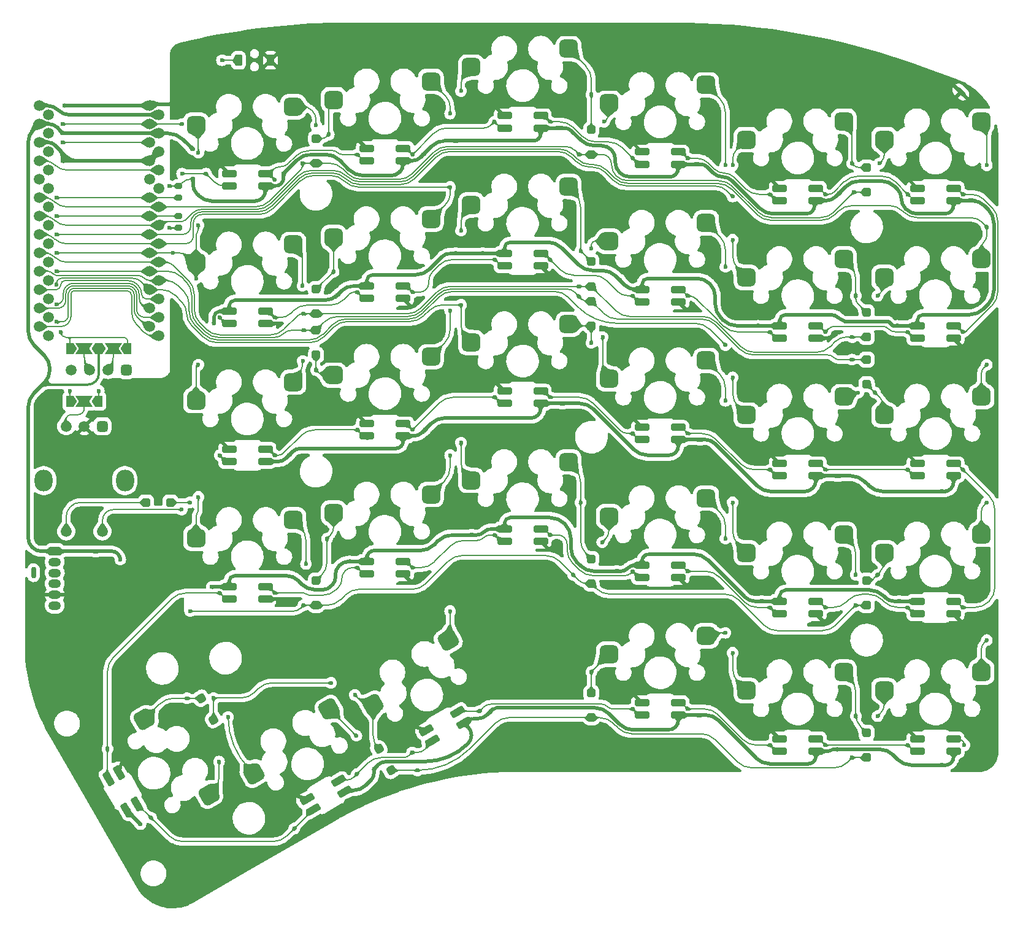
<source format=gbr>
%TF.GenerationSoftware,KiCad,Pcbnew,7.0.5*%
%TF.CreationDate,2023-11-26T00:23:33+09:00*%
%TF.ProjectId,Ultramarine-2,556c7472-616d-4617-9269-6e652d322e6b,rev?*%
%TF.SameCoordinates,Original*%
%TF.FileFunction,Copper,L2,Bot*%
%TF.FilePolarity,Positive*%
%FSLAX46Y46*%
G04 Gerber Fmt 4.6, Leading zero omitted, Abs format (unit mm)*
G04 Created by KiCad (PCBNEW 7.0.5) date 2023-11-26 00:23:33*
%MOMM*%
%LPD*%
G01*
G04 APERTURE LIST*
G04 Aperture macros list*
%AMRoundRect*
0 Rectangle with rounded corners*
0 $1 Rounding radius*
0 $2 $3 $4 $5 $6 $7 $8 $9 X,Y pos of 4 corners*
0 Add a 4 corners polygon primitive as box body*
4,1,4,$2,$3,$4,$5,$6,$7,$8,$9,$2,$3,0*
0 Add four circle primitives for the rounded corners*
1,1,$1+$1,$2,$3*
1,1,$1+$1,$4,$5*
1,1,$1+$1,$6,$7*
1,1,$1+$1,$8,$9*
0 Add four rect primitives between the rounded corners*
20,1,$1+$1,$2,$3,$4,$5,0*
20,1,$1+$1,$4,$5,$6,$7,0*
20,1,$1+$1,$6,$7,$8,$9,0*
20,1,$1+$1,$8,$9,$2,$3,0*%
%AMHorizOval*
0 Thick line with rounded ends*
0 $1 width*
0 $2 $3 position (X,Y) of the first rounded end (center of the circle)*
0 $4 $5 position (X,Y) of the second rounded end (center of the circle)*
0 Add line between two ends*
20,1,$1,$2,$3,$4,$5,0*
0 Add two circle primitives to create the rounded ends*
1,1,$1,$2,$3*
1,1,$1,$4,$5*%
%AMFreePoly0*
4,1,6,1.000000,0.000000,0.500000,-0.750000,-0.500000,-0.750000,-0.500000,0.750000,0.500000,0.750000,1.000000,0.000000,1.000000,0.000000,$1*%
%AMFreePoly1*
4,1,7,0.700000,0.000000,1.200000,-0.750000,-1.200000,-0.750000,-0.700000,0.000000,-1.200000,0.750000,1.200000,0.750000,0.700000,0.000000,0.700000,0.000000,$1*%
G04 Aperture macros list end*
%TA.AperFunction,SMDPad,CuDef*%
%ADD10RoundRect,0.625000X-0.650000X-0.625000X0.650000X-0.625000X0.650000X0.625000X-0.650000X0.625000X0*%
%TD*%
%TA.AperFunction,SMDPad,CuDef*%
%ADD11RoundRect,0.262500X0.262500X-0.537500X0.262500X0.537500X-0.262500X0.537500X-0.262500X-0.537500X0*%
%TD*%
%TA.AperFunction,ComponentPad*%
%ADD12C,1.500000*%
%TD*%
%TA.AperFunction,SMDPad,CuDef*%
%ADD13RoundRect,0.625000X-0.250417X-0.866266X0.875417X-0.216266X0.250417X0.866266X-0.875417X0.216266X0*%
%TD*%
%TA.AperFunction,ComponentPad*%
%ADD14RoundRect,0.300000X-0.575000X0.300000X-0.575000X-0.300000X0.575000X-0.300000X0.575000X0.300000X0*%
%TD*%
%TA.AperFunction,ComponentPad*%
%ADD15O,1.750000X1.200000*%
%TD*%
%TA.AperFunction,ComponentPad*%
%ADD16RoundRect,0.375000X-0.375000X-0.375000X0.375000X-0.375000X0.375000X0.375000X-0.375000X0.375000X0*%
%TD*%
%TA.AperFunction,ComponentPad*%
%ADD17RoundRect,0.375000X-0.375000X0.375000X-0.375000X-0.375000X0.375000X-0.375000X0.375000X0.375000X0*%
%TD*%
%TA.AperFunction,ComponentPad*%
%ADD18O,2.500000X3.000000*%
%TD*%
%TA.AperFunction,SMDPad,CuDef*%
%ADD19RoundRect,0.300000X0.300000X-0.300000X0.300000X0.300000X-0.300000X0.300000X-0.300000X-0.300000X0*%
%TD*%
%TA.AperFunction,SMDPad,CuDef*%
%ADD20RoundRect,0.250000X0.750000X0.250000X-0.750000X0.250000X-0.750000X-0.250000X0.750000X-0.250000X0*%
%TD*%
%TA.AperFunction,SMDPad,CuDef*%
%ADD21RoundRect,0.300000X0.409808X-0.109808X0.109808X0.409808X-0.409808X0.109808X-0.109808X-0.409808X0*%
%TD*%
%TA.AperFunction,SMDPad,CuDef*%
%ADD22RoundRect,0.250000X-0.750000X-0.250000X0.750000X-0.250000X0.750000X0.250000X-0.750000X0.250000X0*%
%TD*%
%TA.AperFunction,SMDPad,CuDef*%
%ADD23RoundRect,0.625000X0.650000X0.625000X-0.650000X0.625000X-0.650000X-0.625000X0.650000X-0.625000X0*%
%TD*%
%TA.AperFunction,SMDPad,CuDef*%
%ADD24RoundRect,0.300000X-0.300000X0.300000X-0.300000X-0.300000X0.300000X-0.300000X0.300000X0.300000X0*%
%TD*%
%TA.AperFunction,ComponentPad*%
%ADD25HorizOval,0.700000X-0.318198X0.318198X0.318198X-0.318198X0*%
%TD*%
%TA.AperFunction,SMDPad,CuDef*%
%ADD26RoundRect,0.250000X0.524519X0.591506X-0.774519X-0.158494X-0.524519X-0.591506X0.774519X0.158494X0*%
%TD*%
%TA.AperFunction,SMDPad,CuDef*%
%ADD27RoundRect,0.625000X0.250417X0.866266X-0.875417X0.216266X-0.250417X-0.866266X0.875417X-0.216266X0*%
%TD*%
%TA.AperFunction,SMDPad,CuDef*%
%ADD28RoundRect,0.200000X0.275000X-0.200000X0.275000X0.200000X-0.275000X0.200000X-0.275000X-0.200000X0*%
%TD*%
%TA.AperFunction,SMDPad,CuDef*%
%ADD29FreePoly0,0.000000*%
%TD*%
%TA.AperFunction,SMDPad,CuDef*%
%ADD30FreePoly1,0.000000*%
%TD*%
%TA.AperFunction,SMDPad,CuDef*%
%ADD31FreePoly0,180.000000*%
%TD*%
%TA.AperFunction,SMDPad,CuDef*%
%ADD32RoundRect,0.250000X0.591506X-0.524519X-0.158494X0.774519X-0.591506X0.524519X0.158494X-0.774519X0*%
%TD*%
%TA.AperFunction,SMDPad,CuDef*%
%ADD33RoundRect,0.200000X-0.275000X0.200000X-0.275000X-0.200000X0.275000X-0.200000X0.275000X0.200000X0*%
%TD*%
%TA.AperFunction,SMDPad,CuDef*%
%ADD34RoundRect,0.625000X0.866266X-0.250417X0.216266X0.875417X-0.866266X0.250417X-0.216266X-0.875417X0*%
%TD*%
%TA.AperFunction,ComponentPad*%
%ADD35O,0.700000X1.600000*%
%TD*%
%TA.AperFunction,SMDPad,CuDef*%
%ADD36RoundRect,0.300000X0.300000X0.300000X-0.300000X0.300000X-0.300000X-0.300000X0.300000X-0.300000X0*%
%TD*%
%TA.AperFunction,ViaPad*%
%ADD37C,0.600000*%
%TD*%
%TA.AperFunction,Conductor*%
%ADD38C,0.500000*%
%TD*%
%TA.AperFunction,Conductor*%
%ADD39C,0.150000*%
%TD*%
%TA.AperFunction,Conductor*%
%ADD40C,0.300000*%
%TD*%
G04 APERTURE END LIST*
D10*
%TO.P,SW27,1,1*%
%TO.N,Net-(D28-A)*%
X168915000Y-118460000D03*
%TO.P,SW27,2,2*%
%TO.N,/C2*%
X182342000Y-115920000D03*
%TD*%
%TO.P,SW13,1,1*%
%TO.N,Net-(D13-A)*%
X206915000Y-85460000D03*
%TO.P,SW13,2,2*%
%TO.N,/C0*%
X220342000Y-82920000D03*
%TD*%
%TO.P,SW1,1,1*%
%TO.N,Net-(D1-A)*%
X206915000Y-47460000D03*
%TO.P,SW1,2,2*%
%TO.N,/C0*%
X220342000Y-44920000D03*
%TD*%
D11*
%TO.P,SW32,1,1*%
%TO.N,GND*%
X122225000Y-36500000D03*
%TO.P,SW32,2,2*%
%TO.N,/Reset*%
X117775000Y-36500000D03*
%TD*%
D10*
%TO.P,SW21,1,1*%
%TO.N,Net-(D21-A)*%
X168915000Y-99460000D03*
%TO.P,SW21,2,2*%
%TO.N,/C2*%
X182342000Y-96920000D03*
%TD*%
%TO.P,SW7,1,1*%
%TO.N,Net-(D7-A)*%
X206915000Y-66460000D03*
%TO.P,SW7,2,2*%
%TO.N,/C0*%
X220342000Y-63920000D03*
%TD*%
%TO.P,SW5,1,1*%
%TO.N,Net-(D5-A)*%
X130915000Y-41960000D03*
%TO.P,SW5,2,2*%
%TO.N,/C4*%
X144342000Y-39420000D03*
%TD*%
D12*
%TO.P,U1,0,GND*%
%TO.N,GND*%
X105485000Y-42760000D03*
%TO.P,U1,1,D3*%
%TO.N,/LED*%
X105485000Y-45300000D03*
%TO.P,U1,2,D2*%
%TO.N,/data*%
X105485000Y-47840000D03*
%TO.P,U1,3,GND*%
%TO.N,GND*%
X105485000Y-50380000D03*
%TO.P,U1,4,GND*%
X105485000Y-52920000D03*
%TO.P,U1,5,D1*%
%TO.N,/SDA*%
X105485000Y-55460000D03*
%TO.P,U1,6,D0*%
%TO.N,/SCL*%
X105485000Y-58000000D03*
%TO.P,U1,7,D4*%
%TO.N,/C1*%
X105485000Y-60540000D03*
%TO.P,U1,8,C6*%
%TO.N,/C5*%
X105485000Y-63080000D03*
%TO.P,U1,9,D7*%
%TO.N,/R2*%
X105485000Y-65620000D03*
%TO.P,U1,10,E6*%
%TO.N,/C3*%
X105485000Y-68160000D03*
%TO.P,U1,11,B4*%
%TO.N,/R4*%
X105485000Y-70700000D03*
%TO.P,U1,12,B5*%
%TO.N,/RE_A*%
X105485000Y-73240000D03*
%TO.P,U1,13,B6*%
%TO.N,/RE_B*%
X90245000Y-73240000D03*
%TO.P,U1,14,B2*%
%TO.N,/C6*%
X90245000Y-70700000D03*
%TO.P,U1,15,B3*%
%TO.N,/R3*%
X90245000Y-68160000D03*
%TO.P,U1,16,B1*%
%TO.N,/C2*%
X90245000Y-65620000D03*
%TO.P,U1,17,F7*%
%TO.N,/R1*%
X90245000Y-63080000D03*
%TO.P,U1,18,F6*%
%TO.N,/C4*%
X90245000Y-60540000D03*
%TO.P,U1,19,F5*%
%TO.N,/C0*%
X90245000Y-58000000D03*
%TO.P,U1,20,F4*%
%TO.N,/R0*%
X90245000Y-55460000D03*
%TO.P,U1,21,4.3V*%
%TO.N,unconnected-(U1-4.3V-Pad21)*%
X90245000Y-52920000D03*
%TO.P,U1,22,RST*%
%TO.N,/Reset*%
X90245000Y-50380000D03*
%TO.P,U1,23,GND*%
%TO.N,GND*%
X90245000Y-47840000D03*
%TO.P,U1,24,5V*%
%TO.N,+5V*%
X90245000Y-45300000D03*
%TO.P,U1,25,Bat+*%
%TO.N,/Bat+*%
X90245000Y-42760000D03*
%TD*%
D10*
%TO.P,SW3,1,1*%
%TO.N,Net-(D3-A)*%
X168915000Y-42460000D03*
%TO.P,SW3,2,2*%
%TO.N,/C2*%
X182342000Y-39920000D03*
%TD*%
%TO.P,SW25,1,1*%
%TO.N,Net-(D26-A)*%
X206915000Y-123460000D03*
%TO.P,SW25,2,2*%
%TO.N,/C0*%
X220342000Y-120920000D03*
%TD*%
%TO.P,SW23,1,1*%
%TO.N,Net-(D23-A)*%
X130915000Y-98960000D03*
%TO.P,SW23,2,2*%
%TO.N,/C4*%
X144342000Y-96420000D03*
%TD*%
D13*
%TO.P,SW29,1,1*%
%TO.N,/C5*%
X119925210Y-134923795D03*
%TO.P,SW29,2,2*%
%TO.N,Net-(D30-A)*%
X130283333Y-126010591D03*
%TD*%
D10*
%TO.P,SW19,1,1*%
%TO.N,Net-(D19-A)*%
X206915000Y-104460000D03*
%TO.P,SW19,2,2*%
%TO.N,/C0*%
X220342000Y-101920000D03*
%TD*%
D14*
%TO.P,J3,1,Pin_1*%
%TO.N,+5V*%
X92424000Y-104250000D03*
D15*
%TO.P,J3,2,Pin_2*%
%TO.N,/Bat+*%
X92404000Y-105750000D03*
%TO.P,J3,3,Pin_3*%
%TO.N,Net-(J2-Pin_1)*%
X92424000Y-107250000D03*
%TO.P,J3,4,Pin_4*%
%TO.N,/data*%
X92404000Y-108750000D03*
%TO.P,J3,5,Pin_5*%
%TO.N,GND*%
X92424000Y-110250000D03*
%TO.P,J3,6,Pin_6*%
%TO.N,unconnected-(J3-Pin_6-Pad6)*%
X92404000Y-111750000D03*
%TD*%
D12*
%TO.P,J1,1,Pin_1*%
%TO.N,Net-(J1-Pin_1)*%
X94690000Y-79240000D03*
%TO.P,J1,2,Pin_2*%
%TO.N,Net-(J1-Pin_2)*%
X97230000Y-79240000D03*
%TO.P,J1,3,Pin_3*%
%TO.N,Net-(J1-Pin_3)*%
X99770000Y-79240000D03*
D16*
%TO.P,J1,4,Pin_4*%
%TO.N,Net-(J1-Pin_4)*%
X102310000Y-79240000D03*
%TD*%
D10*
%TO.P,SW9,1,1*%
%TO.N,Net-(D9-A)*%
X168915000Y-61460000D03*
%TO.P,SW9,2,2*%
%TO.N,/C2*%
X182342000Y-58920000D03*
%TD*%
D17*
%TO.P,SW31,A,A*%
%TO.N,Net-(JP3-C)*%
X99000000Y-87000000D03*
D12*
%TO.P,SW31,B,B*%
%TO.N,Net-(JP4-C)*%
X94000000Y-87000000D03*
%TO.P,SW31,C,C*%
%TO.N,GND*%
X96500000Y-87000000D03*
D18*
%TO.P,SW31,MP*%
%TO.N,N/C*%
X102100000Y-94500000D03*
X90900000Y-94500000D03*
D12*
%TO.P,SW31,S1,S1*%
%TO.N,/C6*%
X99000000Y-101500000D03*
%TO.P,SW31,S2,S2*%
%TO.N,/RE_S2*%
X94000000Y-101500000D03*
%TD*%
D10*
%TO.P,SW11,1,1*%
%TO.N,Net-(D11-A)*%
X130915000Y-60960000D03*
%TO.P,SW11,2,2*%
%TO.N,/C4*%
X144342000Y-58420000D03*
%TD*%
%TO.P,SW15,1,1*%
%TO.N,Net-(D15-A)*%
X168915000Y-80460000D03*
%TO.P,SW15,2,2*%
%TO.N,/C2*%
X182342000Y-77920000D03*
%TD*%
%TO.P,SW17,1,1*%
%TO.N,Net-(D17-A)*%
X130915000Y-79960000D03*
%TO.P,SW17,2,2*%
%TO.N,/C4*%
X144342000Y-77420000D03*
%TD*%
D19*
%TO.P,D5,1,K*%
%TO.N,/R0*%
X128500000Y-50700000D03*
%TO.P,D5,2,A*%
%TO.N,Net-(D5-A)*%
X128500000Y-47300000D03*
%TD*%
D20*
%TO.P,D56,1,VDD*%
%TO.N,+5V*%
X216500000Y-131850000D03*
%TO.P,D56,2,DOUT*%
%TO.N,unconnected-(D56-DOUT-Pad2)*%
X216500000Y-130150000D03*
%TO.P,D56,3,VSS*%
%TO.N,GND*%
X211500000Y-130150000D03*
%TO.P,D56,4,DIN*%
%TO.N,Net-(D56-DIN)*%
X211500000Y-131850000D03*
%TD*%
D21*
%TO.P,D29,1,K*%
%TO.N,/R4*%
X138850000Y-134472243D03*
%TO.P,D29,2,A*%
%TO.N,Net-(D29-A)*%
X137150000Y-131527757D03*
%TD*%
D20*
%TO.P,D45,1,VDD*%
%TO.N,+5V*%
X197500000Y-93850000D03*
%TO.P,D45,2,DOUT*%
%TO.N,Net-(D44-DIN)*%
X197500000Y-92150000D03*
%TO.P,D45,3,VSS*%
%TO.N,GND*%
X192500000Y-92150000D03*
%TO.P,D45,4,DIN*%
%TO.N,Net-(D45-DIN)*%
X192500000Y-93850000D03*
%TD*%
%TO.P,D49,1,VDD*%
%TO.N,+5V*%
X121500000Y-91850000D03*
%TO.P,D49,2,DOUT*%
%TO.N,Net-(D48-DIN)*%
X121500000Y-90150000D03*
%TO.P,D49,3,VSS*%
%TO.N,GND*%
X116500000Y-90150000D03*
%TO.P,D49,4,DIN*%
%TO.N,Net-(D43-DOUT)*%
X116500000Y-91850000D03*
%TD*%
D22*
%TO.P,D53,1,VDD*%
%TO.N,+5V*%
X154500000Y-101150000D03*
%TO.P,D53,2,DOUT*%
%TO.N,Net-(D53-DOUT)*%
X154500000Y-102850000D03*
%TO.P,D53,3,VSS*%
%TO.N,GND*%
X159500000Y-102850000D03*
%TO.P,D53,4,DIN*%
%TO.N,Net-(D52-DOUT)*%
X159500000Y-101150000D03*
%TD*%
D23*
%TO.P,SW2,1,1*%
%TO.N,Net-(D2-A)*%
X201342000Y-44920000D03*
%TO.P,SW2,2,2*%
%TO.N,/C1*%
X187915000Y-47460000D03*
%TD*%
D12*
%TO.P,U2,0,GND*%
%TO.N,GND*%
X91515000Y-44030000D03*
%TO.P,U2,1,D3*%
%TO.N,/LED*%
X91515000Y-46570000D03*
%TO.P,U2,2,D2*%
%TO.N,/data*%
X91515000Y-49110000D03*
%TO.P,U2,3,GND*%
%TO.N,GND*%
X91515000Y-51650000D03*
%TO.P,U2,4,GND*%
X91515000Y-54190000D03*
%TO.P,U2,5,D1*%
%TO.N,/SDA*%
X91515000Y-56730000D03*
%TO.P,U2,6,D0*%
%TO.N,/SCL*%
X91515000Y-59270000D03*
%TO.P,U2,7,D4*%
%TO.N,/C1*%
X91515000Y-61810000D03*
%TO.P,U2,8,C6*%
%TO.N,/C5*%
X91515000Y-64350000D03*
%TO.P,U2,9,D7*%
%TO.N,/R2*%
X91515000Y-66890000D03*
%TO.P,U2,10,E6*%
%TO.N,/C3*%
X91515000Y-69430000D03*
%TO.P,U2,11,B4*%
%TO.N,/R4*%
X91515000Y-71970000D03*
%TO.P,U2,12,B5*%
%TO.N,/RE_A*%
X91515000Y-74510000D03*
%TO.P,U2,13,B6*%
%TO.N,/RE_B*%
X106755000Y-74510000D03*
%TO.P,U2,14,B2*%
%TO.N,/C6*%
X106755000Y-71970000D03*
%TO.P,U2,15,B3*%
%TO.N,/R3*%
X106755000Y-69430000D03*
%TO.P,U2,16,B1*%
%TO.N,/C2*%
X106755000Y-66890000D03*
%TO.P,U2,17,F7*%
%TO.N,/R1*%
X106755000Y-64350000D03*
%TO.P,U2,18,F6*%
%TO.N,/C4*%
X106755000Y-61810000D03*
%TO.P,U2,19,F5*%
%TO.N,/C0*%
X106755000Y-59270000D03*
%TO.P,U2,20,F4*%
%TO.N,/R0*%
X106755000Y-56730000D03*
%TO.P,U2,21,4.3V*%
%TO.N,unconnected-(U2-4.3V-Pad21)*%
X106755000Y-54190000D03*
%TO.P,U2,22,RST*%
%TO.N,/Reset*%
X106755000Y-51650000D03*
%TO.P,U2,23,GND*%
%TO.N,GND*%
X106755000Y-49110000D03*
%TO.P,U2,24,5V*%
%TO.N,+5V*%
X106755000Y-46570000D03*
%TO.P,U2,25,Bat+*%
%TO.N,/Bat+*%
X106755000Y-44030000D03*
%TD*%
D23*
%TO.P,SW24,1,1*%
%TO.N,Net-(D24-A)*%
X125342000Y-99920000D03*
%TO.P,SW24,2,2*%
%TO.N,/C5*%
X111915000Y-102460000D03*
%TD*%
D19*
%TO.P,D28,1,K*%
%TO.N,/R4*%
X166500000Y-127200000D03*
%TO.P,D28,2,A*%
%TO.N,Net-(D28-A)*%
X166500000Y-123800000D03*
%TD*%
D24*
%TO.P,D17,1,K*%
%TO.N,/R2*%
X128500000Y-73750000D03*
%TO.P,D17,2,A*%
%TO.N,Net-(D17-A)*%
X128500000Y-77150000D03*
%TD*%
D25*
%TO.P,J4,1,Pin_1*%
%TO.N,GND*%
X217500000Y-40900000D03*
%TD*%
D20*
%TO.P,D36,1,VDD*%
%TO.N,+5V*%
X140500000Y-50350000D03*
%TO.P,D36,2,DOUT*%
%TO.N,Net-(D35-DIN)*%
X140500000Y-48650000D03*
%TO.P,D36,3,VSS*%
%TO.N,GND*%
X135500000Y-48650000D03*
%TO.P,D36,4,DIN*%
%TO.N,Net-(D36-DIN)*%
X135500000Y-50350000D03*
%TD*%
D22*
%TO.P,D39,1,VDD*%
%TO.N,+5V*%
X192500000Y-73150000D03*
%TO.P,D39,2,DOUT*%
%TO.N,Net-(D39-DOUT)*%
X192500000Y-74850000D03*
%TO.P,D39,3,VSS*%
%TO.N,GND*%
X197500000Y-74850000D03*
%TO.P,D39,4,DIN*%
%TO.N,Net-(D38-DOUT)*%
X197500000Y-73150000D03*
%TD*%
D23*
%TO.P,SW20,1,1*%
%TO.N,Net-(D20-A)*%
X201342000Y-101920000D03*
%TO.P,SW20,2,2*%
%TO.N,/C1*%
X187915000Y-104460000D03*
%TD*%
%TO.P,SW12,1,1*%
%TO.N,Net-(D12-A)*%
X125342000Y-61920000D03*
%TO.P,SW12,2,2*%
%TO.N,/C5*%
X111915000Y-64460000D03*
%TD*%
D22*
%TO.P,D50,1,VDD*%
%TO.N,+5V*%
X211500000Y-111150000D03*
%TO.P,D50,2,DOUT*%
%TO.N,Net-(D50-DOUT)*%
X211500000Y-112850000D03*
%TO.P,D50,3,VSS*%
%TO.N,GND*%
X216500000Y-112850000D03*
%TO.P,D50,4,DIN*%
%TO.N,Net-(D44-DOUT)*%
X216500000Y-111150000D03*
%TD*%
D26*
%TO.P,D59,1,VDD*%
%TO.N,+5V*%
X148876064Y-127897122D03*
%TO.P,D59,2,DOUT*%
%TO.N,Net-(D58-DIN)*%
X148026064Y-126424878D03*
%TO.P,D59,3,VSS*%
%TO.N,GND*%
X143695936Y-128924878D03*
%TO.P,D59,4,DIN*%
%TO.N,Net-(D59-DIN)*%
X144545936Y-130397122D03*
%TD*%
D23*
%TO.P,SW14,1,1*%
%TO.N,Net-(D14-A)*%
X201342000Y-82920000D03*
%TO.P,SW14,2,2*%
%TO.N,/C1*%
X187915000Y-85460000D03*
%TD*%
D22*
%TO.P,D40,1,VDD*%
%TO.N,+5V*%
X173500000Y-68150000D03*
%TO.P,D40,2,DOUT*%
%TO.N,Net-(D40-DOUT)*%
X173500000Y-69850000D03*
%TO.P,D40,3,VSS*%
%TO.N,GND*%
X178500000Y-69850000D03*
%TO.P,D40,4,DIN*%
%TO.N,Net-(D39-DOUT)*%
X178500000Y-68150000D03*
%TD*%
D24*
%TO.P,D13,1,K*%
%TO.N,/R2*%
X204500000Y-77800000D03*
%TO.P,D13,2,A*%
%TO.N,Net-(D13-A)*%
X204500000Y-81200000D03*
%TD*%
D27*
%TO.P,SW28,1,1*%
%TO.N,/C4*%
X146738333Y-116510591D03*
%TO.P,SW28,2,2*%
%TO.N,Net-(D29-A)*%
X136380210Y-125423795D03*
%TD*%
D28*
%TO.P,R2,1*%
%TO.N,+5V*%
X109500000Y-59650000D03*
%TO.P,R2,2*%
%TO.N,/SCL*%
X109500000Y-58000000D03*
%TD*%
D19*
%TO.P,D27,1,K*%
%TO.N,/R4*%
X204500000Y-132700000D03*
%TO.P,D27,2,A*%
%TO.N,Net-(D27-A)*%
X204500000Y-129300000D03*
%TD*%
D22*
%TO.P,D38,1,VDD*%
%TO.N,+5V*%
X211500000Y-73150000D03*
%TO.P,D38,2,DOUT*%
%TO.N,Net-(D38-DOUT)*%
X211500000Y-74850000D03*
%TO.P,D38,3,VSS*%
%TO.N,GND*%
X216500000Y-74850000D03*
%TO.P,D38,4,DIN*%
%TO.N,Net-(D32-DOUT)*%
X216500000Y-73150000D03*
%TD*%
D23*
%TO.P,SW4,1,1*%
%TO.N,Net-(D4-A)*%
X163342000Y-34920000D03*
%TO.P,SW4,2,2*%
%TO.N,/C3*%
X149915000Y-37460000D03*
%TD*%
D20*
%TO.P,D35,1,VDD*%
%TO.N,+5V*%
X159500000Y-45850000D03*
%TO.P,D35,2,DOUT*%
%TO.N,Net-(D34-DIN)*%
X159500000Y-44150000D03*
%TO.P,D35,3,VSS*%
%TO.N,GND*%
X154500000Y-44150000D03*
%TO.P,D35,4,DIN*%
%TO.N,Net-(D35-DIN)*%
X154500000Y-45850000D03*
%TD*%
D22*
%TO.P,D41,1,VDD*%
%TO.N,+5V*%
X154500000Y-63150000D03*
%TO.P,D41,2,DOUT*%
%TO.N,Net-(D41-DOUT)*%
X154500000Y-64850000D03*
%TO.P,D41,3,VSS*%
%TO.N,GND*%
X159500000Y-64850000D03*
%TO.P,D41,4,DIN*%
%TO.N,Net-(D40-DOUT)*%
X159500000Y-63150000D03*
%TD*%
D20*
%TO.P,D46,1,VDD*%
%TO.N,+5V*%
X178500000Y-88850000D03*
%TO.P,D46,2,DOUT*%
%TO.N,Net-(D45-DIN)*%
X178500000Y-87150000D03*
%TO.P,D46,3,VSS*%
%TO.N,GND*%
X173500000Y-87150000D03*
%TO.P,D46,4,DIN*%
%TO.N,Net-(D46-DIN)*%
X173500000Y-88850000D03*
%TD*%
D29*
%TO.P,JP4,1,A*%
%TO.N,/RE_B*%
X94500000Y-83550000D03*
D30*
%TO.P,JP4,2,C*%
%TO.N,Net-(JP4-C)*%
X96500000Y-83550000D03*
D31*
%TO.P,JP4,3,B*%
%TO.N,/RE_A*%
X98500000Y-83550000D03*
%TD*%
D20*
%TO.P,D33,1,VDD*%
%TO.N,+5V*%
X197500000Y-55850000D03*
%TO.P,D33,2,DOUT*%
%TO.N,Net-(D32-DIN)*%
X197500000Y-54150000D03*
%TO.P,D33,3,VSS*%
%TO.N,GND*%
X192500000Y-54150000D03*
%TO.P,D33,4,DIN*%
%TO.N,Net-(D33-DIN)*%
X192500000Y-55850000D03*
%TD*%
D19*
%TO.P,D10,1,K*%
%TO.N,/R1*%
X166500000Y-67700000D03*
%TO.P,D10,2,A*%
%TO.N,Net-(D10-A)*%
X166500000Y-64300000D03*
%TD*%
%TO.P,D4,1,K*%
%TO.N,/R0*%
X166500000Y-49500000D03*
%TO.P,D4,2,A*%
%TO.N,Net-(D4-A)*%
X166500000Y-46100000D03*
%TD*%
%TO.P,D2,1,K*%
%TO.N,/R0*%
X204500000Y-54700000D03*
%TO.P,D2,2,A*%
%TO.N,Net-(D2-A)*%
X204500000Y-51300000D03*
%TD*%
D20*
%TO.P,D37,1,VDD*%
%TO.N,+5V*%
X121500000Y-53850000D03*
%TO.P,D37,2,DOUT*%
%TO.N,Net-(D36-DIN)*%
X121500000Y-52150000D03*
%TO.P,D37,3,VSS*%
%TO.N,GND*%
X116500000Y-52150000D03*
%TO.P,D37,4,DIN*%
%TO.N,/LED*%
X116500000Y-53850000D03*
%TD*%
D23*
%TO.P,SW8,1,1*%
%TO.N,Net-(D8-A)*%
X201342000Y-63920000D03*
%TO.P,SW8,2,2*%
%TO.N,/C1*%
X187915000Y-66460000D03*
%TD*%
D22*
%TO.P,D42,1,VDD*%
%TO.N,+5V*%
X135500000Y-67650000D03*
%TO.P,D42,2,DOUT*%
%TO.N,Net-(D42-DOUT)*%
X135500000Y-69350000D03*
%TO.P,D42,3,VSS*%
%TO.N,GND*%
X140500000Y-69350000D03*
%TO.P,D42,4,DIN*%
%TO.N,Net-(D41-DOUT)*%
X140500000Y-67650000D03*
%TD*%
D32*
%TO.P,D61,1,VDD*%
%TO.N,+5V*%
X102310878Y-139944064D03*
%TO.P,D61,2,DOUT*%
%TO.N,Net-(D60-DIN)*%
X103783122Y-139094064D03*
%TO.P,D61,3,VSS*%
%TO.N,GND*%
X101283122Y-134763936D03*
%TO.P,D61,4,DIN*%
%TO.N,Net-(D55-DOUT)*%
X99810878Y-135613936D03*
%TD*%
D33*
%TO.P,R1,1*%
%TO.N,+5V*%
X109500000Y-53850000D03*
%TO.P,R1,2*%
%TO.N,/SDA*%
X109500000Y-55500000D03*
%TD*%
D22*
%TO.P,D55,1,VDD*%
%TO.N,+5V*%
X116500000Y-109150000D03*
%TO.P,D55,2,DOUT*%
%TO.N,Net-(D55-DOUT)*%
X116500000Y-110850000D03*
%TO.P,D55,3,VSS*%
%TO.N,GND*%
X121500000Y-110850000D03*
%TO.P,D55,4,DIN*%
%TO.N,Net-(D54-DOUT)*%
X121500000Y-109150000D03*
%TD*%
D23*
%TO.P,SW22,1,1*%
%TO.N,Net-(D22-A)*%
X163342000Y-91920000D03*
%TO.P,SW22,2,2*%
%TO.N,/C3*%
X149915000Y-94460000D03*
%TD*%
D22*
%TO.P,D54,1,VDD*%
%TO.N,+5V*%
X135500000Y-105650000D03*
%TO.P,D54,2,DOUT*%
%TO.N,Net-(D54-DOUT)*%
X135500000Y-107350000D03*
%TO.P,D54,3,VSS*%
%TO.N,GND*%
X140500000Y-107350000D03*
%TO.P,D54,4,DIN*%
%TO.N,Net-(D53-DOUT)*%
X140500000Y-105650000D03*
%TD*%
D20*
%TO.P,D58,1,VDD*%
%TO.N,+5V*%
X178500000Y-126850000D03*
%TO.P,D58,2,DOUT*%
%TO.N,Net-(D57-DIN)*%
X178500000Y-125150000D03*
%TO.P,D58,3,VSS*%
%TO.N,GND*%
X173500000Y-125150000D03*
%TO.P,D58,4,DIN*%
%TO.N,Net-(D58-DIN)*%
X173500000Y-126850000D03*
%TD*%
D24*
%TO.P,D16,1,K*%
%TO.N,/R2*%
X166500000Y-69750000D03*
%TO.P,D16,2,A*%
%TO.N,Net-(D16-A)*%
X166500000Y-73150000D03*
%TD*%
D20*
%TO.P,D57,1,VDD*%
%TO.N,+5V*%
X197500000Y-131850000D03*
%TO.P,D57,2,DOUT*%
%TO.N,Net-(D56-DIN)*%
X197500000Y-130150000D03*
%TO.P,D57,3,VSS*%
%TO.N,GND*%
X192500000Y-130150000D03*
%TO.P,D57,4,DIN*%
%TO.N,Net-(D57-DIN)*%
X192500000Y-131850000D03*
%TD*%
D29*
%TO.P,JP2,1,A*%
%TO.N,/SCL*%
X94500000Y-76250000D03*
D30*
%TO.P,JP2,2,C*%
%TO.N,Net-(J1-Pin_2)*%
X96500000Y-76250000D03*
D31*
%TO.P,JP2,3,B*%
%TO.N,+5V*%
X98500000Y-76250000D03*
%TD*%
D34*
%TO.P,SW30,1,1*%
%TO.N,/C6*%
X113697409Y-137806333D03*
%TO.P,SW30,2,2*%
%TO.N,Net-(D31-A)*%
X104784205Y-127448210D03*
%TD*%
D20*
%TO.P,D34,1,VDD*%
%TO.N,+5V*%
X178500000Y-50850000D03*
%TO.P,D34,2,DOUT*%
%TO.N,Net-(D33-DIN)*%
X178500000Y-49150000D03*
%TO.P,D34,3,VSS*%
%TO.N,GND*%
X173500000Y-49150000D03*
%TO.P,D34,4,DIN*%
%TO.N,Net-(D34-DIN)*%
X173500000Y-50850000D03*
%TD*%
D23*
%TO.P,SW16,1,1*%
%TO.N,Net-(D16-A)*%
X163342000Y-72920000D03*
%TO.P,SW16,2,2*%
%TO.N,/C3*%
X149915000Y-75460000D03*
%TD*%
D21*
%TO.P,D31,1,K*%
%TO.N,/R4*%
X114350000Y-127472243D03*
%TO.P,D31,2,A*%
%TO.N,Net-(D31-A)*%
X112650000Y-124527757D03*
%TD*%
D20*
%TO.P,D44,1,VDD*%
%TO.N,+5V*%
X216500000Y-93850000D03*
%TO.P,D44,2,DOUT*%
%TO.N,Net-(D44-DOUT)*%
X216500000Y-92150000D03*
%TO.P,D44,3,VSS*%
%TO.N,GND*%
X211500000Y-92150000D03*
%TO.P,D44,4,DIN*%
%TO.N,Net-(D44-DIN)*%
X211500000Y-93850000D03*
%TD*%
D35*
%TO.P,J2,1,Pin_1*%
%TO.N,Net-(J2-Pin_1)*%
X89500000Y-107200000D03*
%TD*%
D22*
%TO.P,D51,1,VDD*%
%TO.N,+5V*%
X192500000Y-111150000D03*
%TO.P,D51,2,DOUT*%
%TO.N,Net-(D51-DOUT)*%
X192500000Y-112850000D03*
%TO.P,D51,3,VSS*%
%TO.N,GND*%
X197500000Y-112850000D03*
%TO.P,D51,4,DIN*%
%TO.N,Net-(D50-DOUT)*%
X197500000Y-111150000D03*
%TD*%
D23*
%TO.P,SW6,1,1*%
%TO.N,Net-(D6-A)*%
X125342000Y-42920000D03*
%TO.P,SW6,2,2*%
%TO.N,/C5*%
X111915000Y-45460000D03*
%TD*%
D26*
%TO.P,D60,1,VDD*%
%TO.N,+5V*%
X132421064Y-137397122D03*
%TO.P,D60,2,DOUT*%
%TO.N,Net-(D59-DIN)*%
X131571064Y-135924878D03*
%TO.P,D60,3,VSS*%
%TO.N,GND*%
X127240936Y-138424878D03*
%TO.P,D60,4,DIN*%
%TO.N,Net-(D60-DIN)*%
X128090936Y-139897122D03*
%TD*%
D20*
%TO.P,D32,1,VDD*%
%TO.N,+5V*%
X216500000Y-55850000D03*
%TO.P,D32,2,DOUT*%
%TO.N,Net-(D32-DOUT)*%
X216500000Y-54150000D03*
%TO.P,D32,3,VSS*%
%TO.N,GND*%
X211500000Y-54150000D03*
%TO.P,D32,4,DIN*%
%TO.N,Net-(D32-DIN)*%
X211500000Y-55850000D03*
%TD*%
D29*
%TO.P,JP5,1,A*%
%TO.N,+5V*%
X98500000Y-76250000D03*
D30*
%TO.P,JP5,2,C*%
%TO.N,Net-(J1-Pin_3)*%
X100500000Y-76250000D03*
D31*
%TO.P,JP5,3,B*%
%TO.N,/SCL*%
X102500000Y-76250000D03*
%TD*%
D23*
%TO.P,SW18,1,1*%
%TO.N,Net-(D18-A)*%
X125342000Y-80920000D03*
%TO.P,SW18,2,2*%
%TO.N,/C5*%
X111915000Y-83460000D03*
%TD*%
D20*
%TO.P,D47,1,VDD*%
%TO.N,+5V*%
X159500000Y-83850000D03*
%TO.P,D47,2,DOUT*%
%TO.N,Net-(D46-DIN)*%
X159500000Y-82150000D03*
%TO.P,D47,3,VSS*%
%TO.N,GND*%
X154500000Y-82150000D03*
%TO.P,D47,4,DIN*%
%TO.N,Net-(D47-DIN)*%
X154500000Y-83850000D03*
%TD*%
D19*
%TO.P,D19,1,K*%
%TO.N,/R3*%
X204500000Y-111700000D03*
%TO.P,D19,2,A*%
%TO.N,Net-(D19-A)*%
X204500000Y-108300000D03*
%TD*%
%TO.P,D11,1,K*%
%TO.N,/R1*%
X128500000Y-71500000D03*
%TO.P,D11,2,A*%
%TO.N,Net-(D11-A)*%
X128500000Y-68100000D03*
%TD*%
D22*
%TO.P,D52,1,VDD*%
%TO.N,+5V*%
X173500000Y-106150000D03*
%TO.P,D52,2,DOUT*%
%TO.N,Net-(D52-DOUT)*%
X173500000Y-107850000D03*
%TO.P,D52,3,VSS*%
%TO.N,GND*%
X178500000Y-107850000D03*
%TO.P,D52,4,DIN*%
%TO.N,Net-(D51-DOUT)*%
X178500000Y-106150000D03*
%TD*%
D19*
%TO.P,D23,1,K*%
%TO.N,/R3*%
X128500000Y-111700000D03*
%TO.P,D23,2,A*%
%TO.N,Net-(D23-A)*%
X128500000Y-108300000D03*
%TD*%
D23*
%TO.P,SW10,1,1*%
%TO.N,Net-(D10-A)*%
X163342000Y-53920000D03*
%TO.P,SW10,2,2*%
%TO.N,/C3*%
X149915000Y-56460000D03*
%TD*%
D20*
%TO.P,D48,1,VDD*%
%TO.N,+5V*%
X140500000Y-88350000D03*
%TO.P,D48,2,DOUT*%
%TO.N,Net-(D47-DIN)*%
X140500000Y-86650000D03*
%TO.P,D48,3,VSS*%
%TO.N,GND*%
X135500000Y-86650000D03*
%TO.P,D48,4,DIN*%
%TO.N,Net-(D48-DIN)*%
X135500000Y-88350000D03*
%TD*%
D19*
%TO.P,D8,1,K*%
%TO.N,/R1*%
X204500000Y-74700000D03*
%TO.P,D8,2,A*%
%TO.N,Net-(D8-A)*%
X204500000Y-71300000D03*
%TD*%
D36*
%TO.P,D25,1,K*%
%TO.N,/R3*%
X108400000Y-97500000D03*
%TO.P,D25,2,A*%
%TO.N,/RE_S2*%
X105000000Y-97500000D03*
%TD*%
D23*
%TO.P,SW26,1,1*%
%TO.N,Net-(D27-A)*%
X201342000Y-120920000D03*
%TO.P,SW26,2,2*%
%TO.N,/C1*%
X187915000Y-123460000D03*
%TD*%
D22*
%TO.P,D43,1,VDD*%
%TO.N,+5V*%
X116500000Y-71150000D03*
%TO.P,D43,2,DOUT*%
%TO.N,Net-(D43-DOUT)*%
X116500000Y-72850000D03*
%TO.P,D43,3,VSS*%
%TO.N,GND*%
X121500000Y-72850000D03*
%TO.P,D43,4,DIN*%
%TO.N,Net-(D42-DOUT)*%
X121500000Y-71150000D03*
%TD*%
D19*
%TO.P,D22,1,K*%
%TO.N,/R3*%
X166500000Y-108700000D03*
%TO.P,D22,2,A*%
%TO.N,Net-(D22-A)*%
X166500000Y-105300000D03*
%TD*%
D37*
%TO.N,GND*%
X93500000Y-50400000D03*
X150550000Y-111050000D03*
X130450000Y-67900000D03*
X123450000Y-138800000D03*
X219000000Y-78000000D03*
X142850000Y-69400000D03*
X191400000Y-127900000D03*
X138100000Y-92000000D03*
X152700000Y-130600000D03*
X150250000Y-69750000D03*
X102900000Y-132850000D03*
X188100000Y-78850000D03*
X143900000Y-74650000D03*
X151950000Y-42550000D03*
X108600000Y-42550000D03*
X189300000Y-97350000D03*
X172450000Y-47150000D03*
X193850000Y-39700000D03*
X142800000Y-107750000D03*
X171050000Y-92500000D03*
X114850000Y-95750000D03*
X211000000Y-108800000D03*
X93750000Y-121150000D03*
X126950000Y-58750000D03*
X93750000Y-42760000D03*
X108850000Y-73300000D03*
X183300000Y-65100000D03*
X181900000Y-108900000D03*
X114100000Y-69550000D03*
X161550000Y-103800000D03*
X137000000Y-137250000D03*
X172650000Y-103150000D03*
X107450000Y-83400000D03*
X111500000Y-148000000D03*
X178150000Y-133150000D03*
X210900000Y-52150000D03*
X210650000Y-61250000D03*
X168000000Y-57200000D03*
X152050000Y-87600000D03*
X123650000Y-72850000D03*
X152700000Y-99400000D03*
X200250000Y-74300000D03*
X114050000Y-78900000D03*
X163000000Y-113300000D03*
X191650000Y-108850000D03*
X131150000Y-118550000D03*
X123950000Y-110850000D03*
X114300000Y-50300000D03*
X160900000Y-66450000D03*
X145300000Y-52500000D03*
X141050000Y-34850000D03*
X199750000Y-113400000D03*
X180950000Y-70700000D03*
X98523368Y-136488311D03*
X115150000Y-106750000D03*
X211950000Y-97500000D03*
%TO.N,Net-(D1-A)*%
X206250000Y-50750000D03*
%TO.N,Net-(D2-A)*%
X202500000Y-50750000D03*
%TO.N,Net-(D3-A)*%
X168250000Y-45000000D03*
%TO.N,Net-(D4-A)*%
X166500000Y-41250000D03*
%TO.N,Net-(D5-A)*%
X130250000Y-46750000D03*
%TO.N,Net-(D6-A)*%
X128500000Y-45500000D03*
%TO.N,Net-(D8-A)*%
X203000000Y-69000000D03*
%TO.N,Net-(D9-A)*%
X166500000Y-62500000D03*
%TO.N,Net-(D10-A)*%
X165000000Y-62800000D03*
%TO.N,Net-(D11-A)*%
X130915000Y-65685000D03*
%TO.N,Net-(D12-A)*%
X126625000Y-67625000D03*
%TO.N,Net-(D13-A)*%
X205650000Y-82350000D03*
%TO.N,/R0*%
X126600000Y-50700000D03*
X202750000Y-54700000D03*
X164800000Y-49500000D03*
%TO.N,Net-(D15-A)*%
X168050000Y-74700000D03*
%TO.N,Net-(D16-A)*%
X166500000Y-75500000D03*
%TO.N,Net-(D17-A)*%
X128500000Y-79250000D03*
%TO.N,Net-(D18-A)*%
X126650000Y-78000000D03*
%TO.N,Net-(D19-A)*%
X206000000Y-107500000D03*
%TO.N,Net-(D20-A)*%
X203000000Y-107500000D03*
%TO.N,Net-(D22-A)*%
X165000000Y-97500000D03*
%TO.N,Net-(D23-A)*%
X130000000Y-102500000D03*
%TO.N,Net-(D24-A)*%
X127100000Y-106000000D03*
%TO.N,Net-(D26-A)*%
X206000000Y-127000000D03*
%TO.N,Net-(D27-A)*%
X203000000Y-127000000D03*
%TO.N,Net-(D30-A)*%
X134053998Y-129696002D03*
%TO.N,Net-(D31-A)*%
X110700000Y-124527757D03*
%TO.N,Net-(D29-A)*%
X133850000Y-124050000D03*
%TO.N,Net-(D7-A)*%
X206000000Y-69000000D03*
%TO.N,Net-(D14-A)*%
X203350000Y-82350000D03*
%TO.N,Net-(D21-A)*%
X168000000Y-103000000D03*
%TO.N,/R1*%
X164800000Y-67700000D03*
X202500000Y-74700000D03*
X126800000Y-71500000D03*
%TO.N,/R2*%
X202500000Y-77800000D03*
X126800000Y-73750000D03*
X164800000Y-69100000D03*
X92667490Y-65620000D03*
%TO.N,/R3*%
X111100000Y-97500000D03*
X164000000Y-107500000D03*
X111100000Y-112500000D03*
X126750000Y-111700000D03*
X203000000Y-111700000D03*
%TO.N,/R4*%
X130550000Y-122400000D03*
X202500000Y-132700000D03*
X114350000Y-124500000D03*
X92675500Y-70150000D03*
X142500000Y-134472243D03*
%TO.N,/SDA*%
X92667490Y-55460000D03*
%TO.N,/SCL*%
X92667490Y-58000000D03*
X93250000Y-74000000D03*
%TO.N,/C0*%
X221085000Y-116500000D03*
X221085000Y-51000000D03*
X221085000Y-59500000D03*
X221085000Y-97500000D03*
X221085000Y-78500000D03*
%TO.N,/C1*%
X186000000Y-97500000D03*
X186000000Y-61262000D03*
X92667490Y-60540000D03*
X186000000Y-80262000D03*
X186000000Y-55300000D03*
X186000000Y-118262000D03*
X186000000Y-51000000D03*
%TO.N,/C2*%
X185000000Y-102500000D03*
X185000000Y-65000000D03*
X185000000Y-75800000D03*
X185000000Y-115500000D03*
X185000000Y-83500000D03*
X185000000Y-51000000D03*
%TO.N,/C3*%
X148500000Y-89262000D03*
X148500000Y-60000000D03*
X148500000Y-40750000D03*
X148500000Y-70250000D03*
X92667490Y-67500000D03*
%TO.N,/C4*%
X147000000Y-71000000D03*
X147000000Y-43875000D03*
X147000000Y-91000000D03*
X147000000Y-112500000D03*
X147000000Y-54000000D03*
%TO.N,/C5*%
X116350000Y-127100000D03*
X112250000Y-96750000D03*
X112250000Y-49250000D03*
X111915000Y-66600000D03*
X108700000Y-63080000D03*
X112250000Y-78500000D03*
X92667490Y-63080000D03*
X112250000Y-59250000D03*
%TO.N,/C6*%
X115100000Y-133250000D03*
X109951000Y-98500000D03*
%TO.N,/RE_A*%
X92667490Y-72600000D03*
X98500000Y-82100000D03*
%TO.N,/RE_B*%
X94500000Y-82100000D03*
%TO.N,/LED*%
X113300000Y-52150000D03*
X110000000Y-52150000D03*
X93517510Y-45300000D03*
X110000000Y-45300000D03*
%TO.N,+5V*%
X208750000Y-73150000D03*
X124750000Y-91000000D03*
X170435002Y-66764998D03*
X101463025Y-105400000D03*
X124000000Y-52150000D03*
X162100000Y-45850000D03*
X189500000Y-73150000D03*
X200694670Y-54855330D03*
X114400000Y-72850000D03*
X150000000Y-102000000D03*
X200450000Y-131574500D03*
X93500000Y-46550000D03*
X181050000Y-50850000D03*
X190000000Y-111150000D03*
X114100000Y-109150000D03*
X147800000Y-47600000D03*
X143300000Y-49500000D03*
X136500000Y-134250000D03*
X108250000Y-59650000D03*
X147750000Y-85850000D03*
X214900000Y-133750000D03*
X111500000Y-48800000D03*
X147750000Y-63150000D03*
X111500000Y-52850000D03*
X131457107Y-68892893D03*
X181500000Y-88850000D03*
X152585529Y-126335529D03*
X170050000Y-107000000D03*
X200500000Y-93850000D03*
X143500000Y-87500000D03*
X218923018Y-55850000D03*
X104250000Y-141900000D03*
X162500000Y-83850000D03*
X151500000Y-63150000D03*
X181400000Y-126850000D03*
X209000000Y-111150000D03*
X98100000Y-104250000D03*
X108250000Y-53850000D03*
X133057538Y-105650000D03*
X214950000Y-96000000D03*
%TO.N,Net-(D28-A)*%
X166500000Y-120875000D03*
%TO.N,Net-(D32-DOUT)*%
X217800000Y-55000000D03*
X217800000Y-74000000D03*
%TO.N,Net-(D32-DIN)*%
X210200000Y-55000000D03*
X198800000Y-55000000D03*
%TO.N,/data*%
X93517510Y-47840000D03*
%TO.N,/Reset*%
X115500000Y-36500000D03*
%TO.N,Net-(D33-DIN)*%
X191200000Y-55000000D03*
X179800000Y-50000000D03*
%TO.N,Net-(D34-DIN)*%
X172200000Y-50000000D03*
X160800000Y-45000000D03*
%TO.N,Net-(D35-DIN)*%
X141800000Y-49500000D03*
X153100000Y-45000000D03*
%TO.N,Net-(D36-DIN)*%
X122800000Y-53000000D03*
X134200000Y-49500000D03*
%TO.N,Net-(D38-DOUT)*%
X198800000Y-74000000D03*
X210200000Y-74000000D03*
%TO.N,Net-(D39-DOUT)*%
X191200000Y-74000000D03*
X179800000Y-69000000D03*
%TO.N,Net-(D40-DOUT)*%
X160800000Y-64000000D03*
X172200000Y-69000000D03*
%TO.N,Net-(D41-DOUT)*%
X153200000Y-64000000D03*
X141800000Y-68500000D03*
%TO.N,Net-(D42-DOUT)*%
X134200000Y-68500000D03*
X122800000Y-72000000D03*
%TO.N,Net-(D43-DOUT)*%
X115200000Y-91000000D03*
X115200000Y-72000000D03*
%TO.N,Net-(D44-DOUT)*%
X217800000Y-112000000D03*
X217800000Y-93000000D03*
%TO.N,Net-(D45-DIN)*%
X179800000Y-88000000D03*
X191200000Y-93000000D03*
%TO.N,Net-(D46-DIN)*%
X160800000Y-83000000D03*
X172200000Y-88000000D03*
%TO.N,Net-(D47-DIN)*%
X141800000Y-87500000D03*
X153200000Y-83000000D03*
%TO.N,Net-(D48-DIN)*%
X134200000Y-87500000D03*
X122800000Y-91000000D03*
%TO.N,Net-(D44-DIN)*%
X210200000Y-93000000D03*
X198800000Y-93000000D03*
%TO.N,Net-(D51-DOUT)*%
X191200000Y-112000000D03*
X179800000Y-107000000D03*
%TO.N,Net-(D52-DOUT)*%
X172200000Y-107000000D03*
X160800000Y-102000000D03*
%TO.N,Net-(D53-DOUT)*%
X153200000Y-102000000D03*
X141800000Y-106500000D03*
%TO.N,Net-(D54-DOUT)*%
X134200000Y-106500000D03*
X122800000Y-110000000D03*
%TO.N,Net-(D55-DOUT)*%
X115200000Y-110000000D03*
X99700000Y-131500000D03*
%TO.N,Net-(D50-DOUT)*%
X198800000Y-112000000D03*
X210200000Y-112000000D03*
%TO.N,unconnected-(D56-DOUT-Pad2)*%
X217992357Y-131007254D03*
%TO.N,Net-(D57-DIN)*%
X179800000Y-126000000D03*
X191200000Y-131000000D03*
%TO.N,Net-(D58-DIN)*%
X172200000Y-126000000D03*
X151050000Y-126300000D03*
%TO.N,Net-(D59-DIN)*%
X134100000Y-135000000D03*
X141750000Y-132000000D03*
%TO.N,Net-(D60-DIN)*%
X125494029Y-142494029D03*
X105694529Y-141005471D03*
%TO.N,Net-(D56-DIN)*%
X210200000Y-131000000D03*
X198800000Y-131000000D03*
%TD*%
D38*
%TO.N,GND*%
X105485000Y-50380000D02*
X106755000Y-49110000D01*
X105991984Y-42550000D02*
X107500000Y-42550000D01*
X93076463Y-48876463D02*
X94035528Y-49835528D01*
X95019347Y-50380000D02*
X94780653Y-50380000D01*
X93750000Y-42760000D02*
X105485000Y-42760000D01*
X93500000Y-50400000D02*
X93500000Y-49898971D01*
X93076463Y-48876463D02*
X92400000Y-48200000D01*
X197500000Y-74850000D02*
X198922183Y-74850000D01*
X94780653Y-50380000D02*
X94661306Y-50380000D01*
X94780653Y-50380000D02*
X93534142Y-50380000D01*
X95019347Y-50380000D02*
X95350000Y-50380000D01*
X93500000Y-50400000D02*
X93510000Y-50390000D01*
X121500000Y-110850000D02*
X123950000Y-110850000D01*
X121500000Y-72850000D02*
X123650000Y-72850000D01*
X94780653Y-50380000D02*
X95019347Y-50380000D01*
X95350000Y-50380000D02*
X105485000Y-50380000D01*
X107500000Y-42550000D02*
X107492462Y-42550000D01*
D39*
X134800000Y-86500000D02*
X135600000Y-86500000D01*
D38*
X91530884Y-47840000D02*
X90245000Y-47840000D01*
X107500000Y-42550000D02*
X108600000Y-42550000D01*
X94035537Y-49835519D02*
G75*
G03*
X95350000Y-50380000I1314463J1314419D01*
G01*
X93500004Y-49898967D02*
G75*
G03*
X94661306Y-50380000I1161296J1161267D01*
G01*
X94780653Y-50380000D02*
G75*
G02*
X94780653Y-50380000I0J0D01*
G01*
X92400005Y-48199995D02*
G75*
G03*
X91530884Y-47840000I-869105J-869105D01*
G01*
X198922183Y-74849992D02*
G75*
G03*
X200249999Y-74299999I17J1877792D01*
G01*
X105485000Y-42759990D02*
G75*
G03*
X105493534Y-42756463I0J12090D01*
G01*
X105991984Y-42549994D02*
G75*
G03*
X105485000Y-42760000I16J-717006D01*
G01*
X93534142Y-50380018D02*
G75*
G03*
X93510000Y-50390000I-42J-34082D01*
G01*
X93500033Y-49898971D02*
G75*
G03*
X93076463Y-48876463I-1446033J-29D01*
G01*
%TO.N,/Bat+*%
X94428025Y-44030000D02*
X106637490Y-44030000D01*
X91361974Y-42760000D02*
X90127490Y-42760000D01*
X92894992Y-43395008D02*
G75*
G03*
X94428025Y-44030000I1533008J1533008D01*
G01*
X92895008Y-43394992D02*
G75*
G03*
X91361974Y-42760000I-1533008J-1533008D01*
G01*
D39*
%TO.N,Net-(D1-A)*%
X206915000Y-49614773D02*
X206915000Y-47460000D01*
X206250000Y-50750000D02*
X206582500Y-50417500D01*
X206582508Y-50417508D02*
G75*
G03*
X206915000Y-49614773I-802708J802708D01*
G01*
%TO.N,Net-(D2-A)*%
X201921000Y-45499000D02*
X201342000Y-44920000D01*
X203438908Y-51300000D02*
X204500000Y-51300000D01*
X202500000Y-46896829D02*
X202500000Y-50750000D01*
X202775000Y-51025000D02*
X202500000Y-50750000D01*
X202774997Y-51025003D02*
G75*
G03*
X203438908Y-51300000I663903J663903D01*
G01*
X202499987Y-46896829D02*
G75*
G03*
X201920999Y-45499001I-1976787J29D01*
G01*
%TO.N,Net-(D3-A)*%
X168915000Y-43864773D02*
X168915000Y-42460000D01*
X168250000Y-45000000D02*
X168582500Y-44667500D01*
X168582508Y-44667508D02*
G75*
G03*
X168915000Y-43864773I-802708J802708D01*
G01*
%TO.N,Net-(D4-A)*%
X165703103Y-37281103D02*
X163342000Y-34920000D01*
X166500000Y-41250000D02*
X166500000Y-46100000D01*
X166500000Y-41250000D02*
X166500000Y-39204981D01*
X166500005Y-39204981D02*
G75*
G03*
X165703103Y-37281103I-2720805J-19D01*
G01*
%TO.N,Net-(D5-A)*%
X130250000Y-46750000D02*
X130250000Y-43095226D01*
X130250000Y-46750000D02*
X129975000Y-47025000D01*
X129311091Y-47300000D02*
X128500000Y-47300000D01*
X130582500Y-42292500D02*
X130915000Y-41960000D01*
X130582492Y-42292492D02*
G75*
G03*
X130250000Y-43095226I802708J-802708D01*
G01*
X129311091Y-47299996D02*
G75*
G03*
X129975000Y-47025000I9J938896D01*
G01*
%TO.N,Net-(D6-A)*%
X126656324Y-42920000D02*
X125342000Y-42920000D01*
X128500000Y-44750000D02*
X128500000Y-45500000D01*
X127969669Y-43469669D02*
X127960000Y-43460000D01*
X127959993Y-43460007D02*
G75*
G03*
X126656324Y-42920000I-1303693J-1303693D01*
G01*
X128499988Y-44750000D02*
G75*
G03*
X127969669Y-43469669I-1810688J0D01*
G01*
%TO.N,Net-(D8-A)*%
X203000000Y-66704981D02*
X203000000Y-69000000D01*
X202203103Y-64781103D02*
X201342000Y-63920000D01*
X203282842Y-70082842D02*
X204500000Y-71300000D01*
X203000000Y-69400000D02*
X203000000Y-69000000D01*
X203000005Y-66704981D02*
G75*
G03*
X202203103Y-64781103I-2720805J-19D01*
G01*
X203000005Y-69400000D02*
G75*
G03*
X203282843Y-70082841I965695J0D01*
G01*
%TO.N,Net-(D9-A)*%
X166500000Y-61955060D02*
X166500000Y-62500000D01*
X166995060Y-61460000D02*
X168915000Y-61460000D01*
X166995060Y-61459984D02*
G75*
G03*
X166645000Y-61605000I40J-495116D01*
G01*
X166645011Y-61605011D02*
G75*
G03*
X166500000Y-61955060I350089J-350089D01*
G01*
%TO.N,Net-(D10-A)*%
X165000000Y-62800000D02*
X165000000Y-56704981D01*
X165000000Y-62800000D02*
X166500000Y-64300000D01*
X164203103Y-54781103D02*
X163342000Y-53920000D01*
X165000005Y-56704981D02*
G75*
G03*
X164203103Y-54781103I-2720805J-19D01*
G01*
%TO.N,Net-(D11-A)*%
X130915000Y-65685000D02*
X130915000Y-60960000D01*
X130915000Y-65685000D02*
X128500000Y-68100000D01*
%TO.N,Net-(D12-A)*%
X126625000Y-64110218D02*
X126625000Y-67625000D01*
X125983500Y-62561500D02*
X125342000Y-61920000D01*
X126624992Y-64110218D02*
G75*
G03*
X125983500Y-62561500I-2190192J18D01*
G01*
%TO.N,Net-(D13-A)*%
X206282500Y-82982500D02*
X205650000Y-82350000D01*
X205650000Y-82350000D02*
X204500000Y-81200000D01*
X206915000Y-84509490D02*
X206915000Y-85460000D01*
X206915004Y-84509490D02*
G75*
G03*
X206282500Y-82982500I-2159504J-10D01*
G01*
%TO.N,/R0*%
X126600000Y-51050000D02*
X126600000Y-50700000D01*
X184055556Y-53125000D02*
X171514524Y-53125000D01*
X94022342Y-56730000D02*
X106637490Y-56730000D01*
X122066896Y-55933103D02*
X126352512Y-51647487D01*
X132204434Y-51496896D02*
X132860641Y-52153103D01*
X90990903Y-55460000D02*
X90127490Y-55460000D01*
X139873018Y-52950000D02*
X134784519Y-52950000D01*
X120143018Y-56730000D02*
X106755000Y-56730000D01*
X130280556Y-50700000D02*
X128500000Y-50700000D01*
X164800000Y-49500000D02*
X166500000Y-49500000D01*
X92464842Y-56070525D02*
X92489317Y-56095000D01*
X189485641Y-57428103D02*
X185979434Y-53921896D01*
X146676981Y-48400000D02*
X162922182Y-48400000D01*
X128500000Y-50700000D02*
X126600000Y-50700000D01*
X169275000Y-50885476D02*
X169275000Y-50823007D01*
X167951992Y-49500000D02*
X166500000Y-49500000D01*
X141796896Y-52153103D02*
X144753103Y-49196896D01*
X202750000Y-54700000D02*
X200021896Y-57428103D01*
X164800000Y-49500000D02*
X164250000Y-48950000D01*
X198098018Y-58225000D02*
X191409519Y-58225000D01*
X202750000Y-54700000D02*
X204500000Y-54700000D01*
X92464848Y-56070519D02*
G75*
G03*
X90990903Y-55460000I-1473948J-1473981D01*
G01*
X198098018Y-58225004D02*
G75*
G03*
X200021895Y-57428102I-18J2720804D01*
G01*
X168887502Y-49887498D02*
G75*
G03*
X167951992Y-49500000I-935502J-935502D01*
G01*
X169275000Y-50885476D02*
G75*
G03*
X171514524Y-53125000I2239500J-24D01*
G01*
X146676981Y-48399994D02*
G75*
G03*
X144753103Y-49196896I19J-2720806D01*
G01*
X92489301Y-56095016D02*
G75*
G03*
X94022342Y-56730000I1532999J1533016D01*
G01*
X120143018Y-56730004D02*
G75*
G03*
X122066895Y-55933102I-18J2720804D01*
G01*
X126352518Y-51647493D02*
G75*
G03*
X126600000Y-51050000I-597518J597493D01*
G01*
X139873018Y-52950004D02*
G75*
G03*
X141796895Y-52153102I-18J2720804D01*
G01*
X169274996Y-50823007D02*
G75*
G03*
X168887499Y-49887501I-1322996J7D01*
G01*
X164250005Y-48949995D02*
G75*
G03*
X162922182Y-48400000I-1327805J-1327805D01*
G01*
X189485626Y-57428118D02*
G75*
G03*
X191409519Y-58225000I1923874J1923918D01*
G01*
X185979461Y-53921869D02*
G75*
G03*
X184055556Y-53125000I-1923861J-1923931D01*
G01*
X132204461Y-51496869D02*
G75*
G03*
X130280556Y-50700000I-1923861J-1923931D01*
G01*
X132860626Y-52153118D02*
G75*
G03*
X134784519Y-52950000I1923874J1923918D01*
G01*
%TO.N,Net-(D15-A)*%
X168050000Y-74700000D02*
X168050000Y-78983352D01*
X168482500Y-80027500D02*
X168915000Y-80460000D01*
X168050049Y-78983352D02*
G75*
G03*
X168482500Y-80027500I1476651J-48D01*
G01*
%TO.N,Net-(D16-A)*%
X163457000Y-73035000D02*
X163342000Y-72920000D01*
X166500000Y-75500000D02*
X166500000Y-73150000D01*
X166500000Y-73150000D02*
X163734634Y-73150000D01*
X163456990Y-73035010D02*
G75*
G03*
X163734634Y-73150000I277610J277610D01*
G01*
%TO.N,Net-(D17-A)*%
X128500000Y-79250000D02*
X128500000Y-77150000D01*
X129712045Y-79960000D02*
X130915000Y-79960000D01*
X128500000Y-79250000D02*
X128855000Y-79605000D01*
X128854987Y-79605013D02*
G75*
G03*
X129712045Y-79960000I857013J857013D01*
G01*
%TO.N,Net-(D18-A)*%
X125510144Y-80751856D02*
X125342000Y-80920000D01*
X125510141Y-80751853D02*
G75*
G03*
X126650000Y-78000000I-2751841J2751853D01*
G01*
%TO.N,Net-(D19-A)*%
X204850000Y-108300000D02*
X204500000Y-108300000D01*
X206163699Y-107336300D02*
X205447487Y-108052512D01*
X206915000Y-105522500D02*
X206915000Y-104460000D01*
X206163699Y-107336300D02*
G75*
G03*
X206915000Y-105522500I-1813799J1813800D01*
G01*
X204850000Y-108299991D02*
G75*
G03*
X205447486Y-108052511I0J844991D01*
G01*
%TO.N,Net-(D20-A)*%
X202203103Y-102781103D02*
X201342000Y-101920000D01*
X203000000Y-104704981D02*
X203000000Y-107500000D01*
X203000005Y-104704981D02*
G75*
G03*
X202203103Y-102781103I-2720805J-19D01*
G01*
%TO.N,Net-(D22-A)*%
X164203103Y-92781103D02*
X163342000Y-91920000D01*
X165750000Y-104550000D02*
X166500000Y-105300000D01*
X165000000Y-94704981D02*
X165000000Y-97500000D01*
X165000000Y-97500000D02*
X165000000Y-102739339D01*
X165000005Y-94704981D02*
G75*
G03*
X164203103Y-92781103I-2720805J-19D01*
G01*
X164999984Y-102739339D02*
G75*
G03*
X165750000Y-104550000I2560716J39D01*
G01*
%TO.N,Net-(D23-A)*%
X130457500Y-102042500D02*
X130000000Y-102500000D01*
X129250000Y-107550000D02*
X128500000Y-108300000D01*
X130915000Y-100937997D02*
X130915000Y-98960000D01*
X130000000Y-102500000D02*
X130000000Y-105739339D01*
X130457501Y-102042501D02*
G75*
G03*
X130915000Y-100937997I-1104501J1104501D01*
G01*
X129249988Y-107549988D02*
G75*
G03*
X130000000Y-105739339I-1810688J1810688D01*
G01*
%TO.N,Net-(D24-A)*%
X126303103Y-100881103D02*
X125342000Y-99920000D01*
X127100000Y-106000000D02*
X127100000Y-102804981D01*
X127100005Y-102804981D02*
G75*
G03*
X126303103Y-100881103I-2720805J-19D01*
G01*
%TO.N,Net-(D26-A)*%
X206457500Y-126542500D02*
X206000000Y-127000000D01*
X206915000Y-125437997D02*
X206915000Y-123460000D01*
X206457501Y-126542501D02*
G75*
G03*
X206915000Y-125437997I-1104501J1104501D01*
G01*
%TO.N,Net-(D27-A)*%
X202203103Y-121781103D02*
X201342000Y-120920000D01*
X203750000Y-128550000D02*
X204500000Y-129300000D01*
X203000000Y-123704981D02*
X203000000Y-126739339D01*
X203000005Y-123704981D02*
G75*
G03*
X202203103Y-121781103I-2720805J-19D01*
G01*
X202999984Y-126739339D02*
G75*
G03*
X203750000Y-128550000I2560716J39D01*
G01*
%TO.N,Net-(D30-A)*%
X130428870Y-126070875D02*
X134053998Y-129696002D01*
X130428851Y-126070894D02*
G75*
G03*
X130283333Y-126010591I-145551J-145506D01*
G01*
%TO.N,Net-(D31-A)*%
X106907761Y-125324653D02*
X104784205Y-127448210D01*
X110700000Y-124527757D02*
X108831639Y-124527757D01*
X110700000Y-124527757D02*
X112650000Y-124527757D01*
X108831639Y-124527776D02*
G75*
G03*
X106907762Y-125324654I-39J-2720724D01*
G01*
%TO.N,Net-(D29-A)*%
X136380210Y-125423795D02*
X136380210Y-129669320D01*
X134406086Y-124606086D02*
X133850000Y-124050000D01*
X134406089Y-124606083D02*
G75*
G03*
X136380210Y-125423795I1974111J1974083D01*
G01*
X136380186Y-129669320D02*
G75*
G03*
X137150001Y-131527756I2628214J20D01*
G01*
%TO.N,Net-(D7-A)*%
X206915000Y-67437997D02*
X206915000Y-66460000D01*
X206457500Y-68542500D02*
X206000000Y-69000000D01*
X206457501Y-68542501D02*
G75*
G03*
X206915000Y-67437997I-1104501J1104501D01*
G01*
%TO.N,Net-(D14-A)*%
X203350000Y-82350000D02*
X202315050Y-82350000D01*
X201627000Y-82635000D02*
X201342000Y-82920000D01*
X202315050Y-82350022D02*
G75*
G03*
X201627001Y-82635001I-50J-972978D01*
G01*
%TO.N,Net-(D21-A)*%
X168457500Y-102542500D02*
X168000000Y-103000000D01*
X168915000Y-101437997D02*
X168915000Y-99460000D01*
X168457501Y-102542501D02*
G75*
G03*
X168915000Y-101437997I-1104501J1104501D01*
G01*
%TO.N,/R1*%
X122173018Y-74400000D02*
X115229463Y-74400000D01*
X128500000Y-71500000D02*
X141023018Y-71500000D01*
X112472396Y-72769914D02*
X113305585Y-73603103D01*
X181825531Y-71850000D02*
X171776981Y-71850000D01*
X202500000Y-74700000D02*
X204500000Y-74700000D01*
X126800000Y-71500000D02*
X128500000Y-71500000D01*
X124096896Y-73603103D02*
X125987867Y-71712132D01*
X187105616Y-76003103D02*
X183749409Y-72646896D01*
X201650000Y-74700000D02*
X202500000Y-74700000D01*
X200198959Y-75301040D02*
X199496896Y-76003103D01*
X108913917Y-64913917D02*
X110878603Y-66878603D01*
X93998025Y-64350000D02*
X106637490Y-64350000D01*
X164800000Y-67700000D02*
X166500000Y-67700000D01*
X189029494Y-76800000D02*
X197573018Y-76800000D01*
X164800000Y-67700000D02*
X164802020Y-67702020D01*
X126800000Y-71500000D02*
X126500000Y-71500000D01*
X169853103Y-71053103D02*
X166500000Y-67700000D01*
X90978745Y-63080000D02*
X90127490Y-63080000D01*
X164800000Y-67700000D02*
X147076981Y-67700000D01*
X92465000Y-63715000D02*
X92431928Y-63681928D01*
X145153103Y-68496896D02*
X142946896Y-70703103D01*
X107552500Y-64350000D02*
X106755000Y-64350000D01*
X111675500Y-70846036D02*
X111675500Y-68802481D01*
X141023018Y-71500004D02*
G75*
G03*
X142946895Y-70703102I-18J2720804D01*
G01*
X92431903Y-63681953D02*
G75*
G03*
X90978745Y-63080000I-1453203J-1453147D01*
G01*
X197573018Y-76800004D02*
G75*
G03*
X199496895Y-76003102I-18J2720804D01*
G01*
X164618934Y-67775014D02*
G75*
G03*
X164800000Y-67700000I-34J256114D01*
G01*
X169853107Y-71053099D02*
G75*
G03*
X171776981Y-71850000I1923893J1923899D01*
G01*
X126500000Y-71500010D02*
G75*
G03*
X125987867Y-71712132I0J-724290D01*
G01*
X111675505Y-68802481D02*
G75*
G03*
X110878603Y-66878603I-2720805J-19D01*
G01*
X122173018Y-74400004D02*
G75*
G03*
X124096895Y-73603102I-18J2720804D01*
G01*
X111675482Y-70846036D02*
G75*
G03*
X112472396Y-72769914I2720818J36D01*
G01*
X108913910Y-64913924D02*
G75*
G03*
X107552500Y-64350000I-1361410J-1361376D01*
G01*
X92464992Y-63715008D02*
G75*
G03*
X93998025Y-64350000I1533008J1533008D01*
G01*
X201650000Y-74700005D02*
G75*
G03*
X200198959Y-75301040I0J-2052095D01*
G01*
X147076981Y-67699994D02*
G75*
G03*
X145153103Y-68496896I19J-2720806D01*
G01*
X113305598Y-73603090D02*
G75*
G03*
X115229463Y-74400000I1923902J1923890D01*
G01*
X183749399Y-72646906D02*
G75*
G03*
X181825531Y-71850000I-1923899J-1923894D01*
G01*
X187105613Y-76003106D02*
G75*
G03*
X189029494Y-76800000I1923887J1923906D01*
G01*
%TO.N,/R2*%
X92667490Y-65620000D02*
X105367490Y-65620000D01*
X126800000Y-73750000D02*
X128500000Y-73750000D01*
X186960642Y-76353103D02*
X183604435Y-72996896D01*
X165909619Y-69750000D02*
X166497048Y-69750000D01*
X129603103Y-72646896D02*
X128500000Y-73750000D01*
X164800000Y-69100000D02*
X165125000Y-69425000D01*
X202500000Y-77800000D02*
X204500000Y-77800000D01*
X164800000Y-69100000D02*
X164275000Y-68575000D01*
X126800000Y-73750000D02*
X125152080Y-73750000D01*
X115084489Y-74750000D02*
X122737868Y-74750000D01*
X141167992Y-71850000D02*
X131526981Y-71850000D01*
X202500000Y-77800000D02*
X200603553Y-77800000D01*
X199034315Y-77150000D02*
X188884520Y-77150000D01*
X181680557Y-72200000D02*
X170076981Y-72200000D01*
X143091870Y-71053103D02*
X145298077Y-68846896D01*
X107998044Y-65620000D02*
X105485000Y-65620000D01*
X113160611Y-73953103D02*
X112122396Y-72914888D01*
X109921922Y-66416896D02*
X110528603Y-67023577D01*
X168153103Y-71403103D02*
X166500000Y-69750000D01*
X147221955Y-68050000D02*
X163007537Y-68050000D01*
X111325500Y-70991010D02*
X111325500Y-68947455D01*
X111325523Y-68947455D02*
G75*
G03*
X110528602Y-67023578I-2720823J-45D01*
G01*
X131526981Y-71849994D02*
G75*
G03*
X129603103Y-72646896I19J-2720806D01*
G01*
X122737868Y-74749978D02*
G75*
G03*
X123944973Y-74249999I32J1707078D01*
G01*
X186960626Y-76353119D02*
G75*
G03*
X188884520Y-77150000I1923874J1923919D01*
G01*
X168153107Y-71403099D02*
G75*
G03*
X170076981Y-72200000I1923893J1923899D01*
G01*
X141167992Y-71849986D02*
G75*
G03*
X143091870Y-71053103I8J2720786D01*
G01*
X109921905Y-66416913D02*
G75*
G03*
X107998044Y-65620000I-1923905J-1923887D01*
G01*
X125152080Y-73749985D02*
G75*
G03*
X123944974Y-74250000I20J-1707115D01*
G01*
X199999996Y-77550004D02*
G75*
G03*
X199034315Y-77150000I-965696J-965696D01*
G01*
X164274989Y-68575011D02*
G75*
G03*
X163007537Y-68050000I-1267489J-1267489D01*
G01*
X113160611Y-73953103D02*
G75*
G03*
X115084489Y-74750000I1923889J1923903D01*
G01*
X200000014Y-77549986D02*
G75*
G03*
X200603553Y-77800000I603586J603586D01*
G01*
X111325501Y-70991010D02*
G75*
G03*
X112122397Y-72914887I2720799J10D01*
G01*
X183604462Y-72996869D02*
G75*
G03*
X181680557Y-72200000I-1923862J-1923931D01*
G01*
X147221955Y-68049976D02*
G75*
G03*
X145298077Y-68846896I45J-2720824D01*
G01*
X165124994Y-69425006D02*
G75*
G03*
X165909619Y-69750000I784606J784606D01*
G01*
%TO.N,/R3*%
X126750000Y-111700000D02*
X128500000Y-111700000D01*
X111100000Y-112500000D02*
X125384314Y-112500000D01*
X198373018Y-115200000D02*
X192189545Y-115200000D01*
X190265667Y-114403103D02*
X186809460Y-110946896D01*
X126350000Y-112100000D02*
X126750000Y-111700000D01*
X166500000Y-108700000D02*
X165871751Y-108700000D01*
X146703103Y-105646896D02*
X143646896Y-108703103D01*
X105590000Y-69430000D02*
X105530000Y-69430000D01*
X105710000Y-69430000D02*
X105590000Y-69430000D01*
X162146896Y-105646896D02*
X164000000Y-107500000D01*
X105710000Y-69430000D02*
X106755000Y-69430000D01*
X164725000Y-108225000D02*
X164000000Y-107500000D01*
X92590000Y-68160000D02*
X90245000Y-68160000D01*
X184885582Y-110150000D02*
X168975304Y-110150000D01*
X129973018Y-111700000D02*
X128500000Y-111700000D01*
X134426981Y-109500000D02*
X141723018Y-109500000D01*
X203000000Y-111700000D02*
X204500000Y-111700000D01*
X132503103Y-110296896D02*
X131896896Y-110903103D01*
X93849996Y-66900000D02*
X102499958Y-66900000D01*
X166500000Y-108700000D02*
X167225000Y-109425000D01*
X160223018Y-104850000D02*
X148626981Y-104850000D01*
X111100000Y-97500000D02*
X108400000Y-97500000D01*
X105029998Y-69430000D02*
X106755000Y-69430000D01*
X200296896Y-114403103D02*
X203000000Y-111700000D01*
X198373018Y-115200004D02*
G75*
G03*
X200296895Y-114403102I-18J2720804D01*
G01*
X93849996Y-66900000D02*
G75*
G03*
X93250000Y-67500000I4J-600000D01*
G01*
X134426981Y-109499994D02*
G75*
G03*
X132503103Y-110296896I19J-2720806D01*
G01*
X125384314Y-112500006D02*
G75*
G03*
X126350000Y-112100000I-14J1365706D01*
G01*
X129973018Y-111700004D02*
G75*
G03*
X131896895Y-110903102I-18J2720804D01*
G01*
X190265639Y-114403131D02*
G75*
G03*
X192189545Y-115200000I1923861J1923931D01*
G01*
X141723018Y-109500004D02*
G75*
G03*
X143646895Y-108703102I-18J2720804D01*
G01*
X162146892Y-105646900D02*
G75*
G03*
X160223018Y-104850000I-1923892J-1923900D01*
G01*
X148626981Y-104849994D02*
G75*
G03*
X146703103Y-105646896I19J-2720806D01*
G01*
X167224999Y-109425001D02*
G75*
G03*
X168975304Y-110150000I1750301J1750301D01*
G01*
X186809474Y-110946882D02*
G75*
G03*
X184885582Y-110150000I-1923874J-1923918D01*
G01*
X104425000Y-68825042D02*
G75*
G03*
X105029998Y-69430000I605000J42D01*
G01*
X92590000Y-68160000D02*
G75*
G03*
X93250000Y-67500000I0J660000D01*
G01*
X104425000Y-68825042D02*
G75*
G03*
X102499958Y-66900000I-1925000J42D01*
G01*
X164724985Y-108225015D02*
G75*
G03*
X165871751Y-108700000I1146715J1146715D01*
G01*
%TO.N,/RE_S2*%
X94000000Y-99500000D02*
X94000000Y-101500000D01*
X105000000Y-97500000D02*
X96000000Y-97500000D01*
X96000000Y-97500000D02*
G75*
G03*
X94000000Y-99500000I0J-2000000D01*
G01*
%TO.N,/R4*%
X93600000Y-68675000D02*
X93600000Y-69225500D01*
X155126981Y-127200000D02*
X166500000Y-127200000D01*
X114350000Y-124500000D02*
X114350000Y-127472243D01*
X120503103Y-123196896D02*
X119996896Y-123703103D01*
X202500000Y-132700000D02*
X204500000Y-132700000D01*
X169545495Y-127995495D02*
X170178103Y-128628103D01*
X186653103Y-133303103D02*
X183571896Y-130221896D01*
X114350000Y-124500000D02*
X118073018Y-124500000D01*
X167625000Y-127200000D02*
X166500000Y-127200000D01*
X202500000Y-132700000D02*
X201800000Y-133400000D01*
X181648018Y-129425000D02*
X172101981Y-129425000D01*
X142500000Y-134472243D02*
X138850000Y-134472243D01*
X130550000Y-122400000D02*
X122426981Y-122400000D01*
X102499965Y-67272632D02*
X95002368Y-67272632D01*
X153203103Y-127996896D02*
X149717235Y-131482764D01*
X200110050Y-134100000D02*
X188576981Y-134100000D01*
X104075000Y-69289997D02*
X104075000Y-68847667D01*
X92675500Y-70150000D02*
G75*
G03*
X93600000Y-69225500I0J924500D01*
G01*
X200110050Y-134100020D02*
G75*
G03*
X201799999Y-133399999I-50J2390020D01*
G01*
X95000000Y-67275000D02*
G75*
G03*
X93600000Y-68675000I0J-1400000D01*
G01*
X104075068Y-68847667D02*
G75*
G03*
X102499965Y-67272632I-1575068J-33D01*
G01*
X170178107Y-128628099D02*
G75*
G03*
X172101981Y-129425000I1923893J1923899D01*
G01*
X169545497Y-127995493D02*
G75*
G03*
X167625000Y-127200000I-1920497J-1920507D01*
G01*
X155126981Y-127199994D02*
G75*
G03*
X153203103Y-127996896I19J-2720806D01*
G01*
X142500000Y-134472232D02*
G75*
G03*
X149717235Y-131482764I0J10206732D01*
G01*
X118073018Y-124500004D02*
G75*
G03*
X119996895Y-123703102I-18J2720804D01*
G01*
X104075000Y-69289997D02*
G75*
G03*
X105485000Y-70700000I1410000J-3D01*
G01*
X183571892Y-130221900D02*
G75*
G03*
X181648018Y-129425000I-1923892J-1923900D01*
G01*
X95002368Y-67272600D02*
G75*
G03*
X95000000Y-67275000I32J-2400D01*
G01*
X186653107Y-133303099D02*
G75*
G03*
X188576981Y-134100000I1923893J1923899D01*
G01*
X122426981Y-122399994D02*
G75*
G03*
X120503103Y-123196896I19J-2720806D01*
G01*
%TO.N,/SDA*%
X109460000Y-55460000D02*
X105485000Y-55460000D01*
X92667490Y-55460000D02*
X101900000Y-55460000D01*
X101900000Y-55460000D02*
X105367490Y-55460000D01*
X109500000Y-55500000D02*
X109460000Y-55460000D01*
%TO.N,/SCL*%
X94000000Y-74750000D02*
X94500000Y-74750000D01*
X102500000Y-76250000D02*
X102500000Y-75250000D01*
X92667490Y-58000000D02*
X94350000Y-58000000D01*
X94500000Y-75350000D02*
X94500000Y-75100000D01*
X109500000Y-58000000D02*
X105485000Y-58000000D01*
X94500000Y-74750000D02*
X94850000Y-74750000D01*
X94500000Y-75350000D02*
X94500000Y-74750000D01*
X94500000Y-76250000D02*
X94500000Y-75350000D01*
X94350000Y-58000000D02*
X105367490Y-58000000D01*
X94150000Y-74750000D02*
X94000000Y-74750000D01*
X102000000Y-74750000D02*
X94850000Y-74750000D01*
X94500000Y-75100000D02*
G75*
G03*
X94150000Y-74750000I-350000J0D01*
G01*
X94850000Y-74750000D02*
G75*
G03*
X94500000Y-75100000I0J-350000D01*
G01*
X93250000Y-74000000D02*
G75*
G03*
X94000000Y-74750000I750000J0D01*
G01*
X102500000Y-75250000D02*
G75*
G03*
X102000000Y-74750000I-500000J0D01*
G01*
%TO.N,/C0*%
X90990903Y-58000000D02*
X90127490Y-58000000D01*
X200166870Y-57778103D02*
X200598077Y-57346896D01*
X221084083Y-59500916D02*
X221085000Y-59500000D01*
X221085000Y-97500000D02*
X220713500Y-97871500D01*
X221085000Y-78500000D02*
X220713500Y-78871500D01*
X163946896Y-49546896D02*
X164503103Y-50103103D01*
X221085000Y-46188380D02*
X221085000Y-51000000D01*
X171589545Y-53500000D02*
X183935582Y-53500000D01*
X220713500Y-45291500D02*
X220342000Y-44920000D01*
X166426981Y-50900000D02*
X166735582Y-50900000D01*
X220342000Y-117768380D02*
X220342000Y-120920000D01*
X220447500Y-58862500D02*
X221085000Y-59500000D01*
X220342000Y-62433380D02*
X220342000Y-63920000D01*
X202521955Y-56550000D02*
X207580556Y-56550000D01*
X221085000Y-116500000D02*
X220713500Y-116871500D01*
X132709460Y-52496896D02*
X132715667Y-52503103D01*
X146821955Y-48750000D02*
X162023018Y-48750000D01*
X92464842Y-58610525D02*
X92489317Y-58635000D01*
X112700000Y-57080000D02*
X120287992Y-57080000D01*
X110412132Y-58587868D02*
X111368456Y-57631544D01*
X185859460Y-54296896D02*
X189340666Y-57778103D01*
X94022342Y-59270000D02*
X106637490Y-59270000D01*
X191264544Y-58575000D02*
X198242992Y-58575000D01*
X221083167Y-60739298D02*
X221083167Y-59503129D01*
X141941870Y-52503103D02*
X144898077Y-49546896D01*
X127921955Y-51700000D02*
X130785582Y-51700000D01*
X122211870Y-56283103D02*
X125998077Y-52496896D01*
X107225000Y-58800000D02*
X109900000Y-58800000D01*
X220342000Y-98768380D02*
X220342000Y-101920000D01*
X134639544Y-53300000D02*
X140017992Y-53300000D01*
X211509519Y-58225000D02*
X218908438Y-58225000D01*
X168638013Y-51688013D02*
X169644220Y-52694220D01*
X209504434Y-57346896D02*
X209585641Y-57428103D01*
X220342000Y-79768380D02*
X220342000Y-82920000D01*
X209504461Y-57346869D02*
G75*
G03*
X207580556Y-56550000I-1923861J-1923931D01*
G01*
X220713506Y-116871506D02*
G75*
G03*
X220342000Y-117768380I896894J-896894D01*
G01*
X163946892Y-49546900D02*
G75*
G03*
X162023018Y-48750000I-1923892J-1923900D01*
G01*
X140017992Y-53299986D02*
G75*
G03*
X141941870Y-52503103I8J2720786D01*
G01*
X209585626Y-57428118D02*
G75*
G03*
X211509519Y-58225000I1923874J1923918D01*
G01*
X92489301Y-58635016D02*
G75*
G03*
X94022342Y-59270000I1532999J1533016D01*
G01*
X220713506Y-78871506D02*
G75*
G03*
X220342000Y-79768380I896894J-896894D01*
G01*
X220713506Y-61536506D02*
G75*
G03*
X220342000Y-62433380I896894J-896894D01*
G01*
X220447489Y-58862511D02*
G75*
G03*
X218908438Y-58225000I-1539089J-1539089D01*
G01*
X220713496Y-61536496D02*
G75*
G03*
X221083166Y-60739298I-911096J906796D01*
G01*
X221085008Y-46188380D02*
G75*
G03*
X220713500Y-45291500I-1268408J-20D01*
G01*
X198242992Y-58574986D02*
G75*
G03*
X200166870Y-57778103I8J2720786D01*
G01*
X189340638Y-57778131D02*
G75*
G03*
X191264544Y-58575000I1923862J1923931D01*
G01*
X132715639Y-52503131D02*
G75*
G03*
X134639544Y-53300000I1923861J1923931D01*
G01*
X107225000Y-58800000D02*
G75*
G03*
X106755000Y-59270000I0J-470000D01*
G01*
X202521955Y-56549976D02*
G75*
G03*
X200598077Y-57346896I45J-2720824D01*
G01*
X120287992Y-57079986D02*
G75*
G03*
X122211870Y-56283103I8J2720786D01*
G01*
X109900000Y-58799989D02*
G75*
G03*
X110412132Y-58587868I0J724289D01*
G01*
X127921955Y-51699976D02*
G75*
G03*
X125998077Y-52496896I45J-2720824D01*
G01*
X132709474Y-52496882D02*
G75*
G03*
X130785582Y-51700000I-1923874J-1923918D01*
G01*
X169644199Y-52694241D02*
G75*
G03*
X171589545Y-53500000I1945301J1945341D01*
G01*
X92464848Y-58610519D02*
G75*
G03*
X90990903Y-58000000I-1473948J-1473981D01*
G01*
X164503107Y-50103099D02*
G75*
G03*
X166426981Y-50900000I1923893J1923899D01*
G01*
X220713506Y-97871506D02*
G75*
G03*
X220342000Y-98768380I896894J-896894D01*
G01*
X146821955Y-48749976D02*
G75*
G03*
X144898077Y-49546896I45J-2720824D01*
G01*
X112700000Y-57080004D02*
G75*
G03*
X111368456Y-57631544I0J-1883096D01*
G01*
X221084068Y-59500901D02*
G75*
G03*
X221083167Y-59503129I2232J-2199D01*
G01*
X168638013Y-51688013D02*
G75*
G03*
X166735582Y-50900000I-1902413J-1902387D01*
G01*
X185859474Y-54296882D02*
G75*
G03*
X183935582Y-53500000I-1923874J-1923918D01*
G01*
%TO.N,/C1*%
X186000000Y-118262000D02*
X186000000Y-120418018D01*
X166282007Y-51250000D02*
X166639340Y-51250000D01*
X186796896Y-103341896D02*
X187915000Y-104460000D01*
X186796896Y-65341896D02*
X187915000Y-66460000D01*
X186000000Y-63418018D02*
X186000000Y-61262000D01*
X186000000Y-80262000D02*
X186000000Y-82418018D01*
X168450000Y-52000000D02*
X168450000Y-52004690D01*
X171444571Y-53850000D02*
X183524695Y-53850000D01*
X105485000Y-60540000D02*
X110060000Y-60540000D01*
X186796896Y-122341896D02*
X187915000Y-123460000D01*
X168450000Y-52004690D02*
X169482659Y-53037349D01*
X186796896Y-84341896D02*
X187915000Y-85460000D01*
X122366896Y-56633103D02*
X126153103Y-52846896D01*
X132564486Y-52846896D02*
X132570693Y-52853103D01*
X113150000Y-57430000D02*
X120443018Y-57430000D01*
X128076981Y-52050000D02*
X130640608Y-52050000D01*
X111200000Y-58950000D02*
X111200000Y-59400000D01*
X146966929Y-49100000D02*
X161878044Y-49100000D01*
X186000000Y-51000000D02*
X186000000Y-50187500D01*
X186574524Y-48800475D02*
X187915000Y-47460000D01*
X186001041Y-97501041D02*
X186000000Y-97500000D01*
X163801922Y-49896896D02*
X164358129Y-50453103D01*
X185275000Y-54575000D02*
X186000000Y-55300000D01*
X113150000Y-57430000D02*
X112720000Y-57430000D01*
X142086845Y-52853103D02*
X145043051Y-49896896D01*
X92667490Y-60540000D02*
X105367490Y-60540000D01*
X186002082Y-97503554D02*
X186002082Y-101570696D01*
X134494571Y-53650000D02*
X140162967Y-53650000D01*
X132570702Y-52853094D02*
G75*
G03*
X134494571Y-53650000I1923898J1923894D01*
G01*
X164358120Y-50453112D02*
G75*
G03*
X166282007Y-51250000I1923880J1923912D01*
G01*
X185999995Y-63418018D02*
G75*
G03*
X186796896Y-65341896I2720805J18D01*
G01*
X112720000Y-57430000D02*
G75*
G03*
X111200000Y-58950000I0J-1520000D01*
G01*
X163801905Y-49896913D02*
G75*
G03*
X161878044Y-49100000I-1923905J-1923887D01*
G01*
X120443018Y-57430004D02*
G75*
G03*
X122366895Y-56633102I-18J2720804D01*
G01*
X110060000Y-60540000D02*
G75*
G03*
X111200000Y-59400000I0J1140000D01*
G01*
X186002106Y-97503554D02*
G75*
G03*
X186001041Y-97501041I-3606J-46D01*
G01*
X169482666Y-53037342D02*
G75*
G03*
X171444571Y-53850000I1961934J1961942D01*
G01*
X185999995Y-82418018D02*
G75*
G03*
X186796896Y-84341896I2720805J18D01*
G01*
X146966929Y-49100028D02*
G75*
G03*
X145043051Y-49896896I-29J-2720772D01*
G01*
X186002085Y-101570696D02*
G75*
G03*
X186796896Y-103341896I2732815J162396D01*
G01*
X185999995Y-120418018D02*
G75*
G03*
X186796896Y-122341896I2720805J18D01*
G01*
X186574535Y-48800486D02*
G75*
G03*
X186000000Y-50187500I1386965J-1387014D01*
G01*
X128076981Y-52049994D02*
G75*
G03*
X126153103Y-52846896I19J-2720806D01*
G01*
X168449988Y-52000012D02*
G75*
G03*
X166639340Y-51250000I-1810688J-1810688D01*
G01*
X185275001Y-54574999D02*
G75*
G03*
X183524695Y-53850000I-1750301J-1750301D01*
G01*
X140162967Y-53649968D02*
G75*
G03*
X142086845Y-52853103I33J2720768D01*
G01*
X132564487Y-52846895D02*
G75*
G03*
X130640608Y-52050000I-1923887J-1923905D01*
G01*
%TO.N,/C2*%
X110975500Y-71135984D02*
X110975500Y-70247232D01*
X107750124Y-66890000D02*
X106755000Y-66890000D01*
X92650000Y-66195000D02*
X103857599Y-66195000D01*
X92067159Y-65832841D02*
X92273272Y-66038954D01*
X185000000Y-81704981D02*
X185000000Y-83500000D01*
X180873018Y-72800000D02*
X170081980Y-72800000D01*
X185000000Y-65000000D02*
X185000000Y-62704981D01*
X145443051Y-69196896D02*
X143236844Y-71403103D01*
X182552000Y-115710000D02*
X182342000Y-115920000D01*
X185000000Y-75800000D02*
X182796896Y-73596896D01*
X161373018Y-68400000D02*
X147366929Y-68400000D01*
X113015637Y-74303103D02*
X111772396Y-73059862D01*
X127523018Y-75100000D02*
X114939515Y-75100000D01*
X106755000Y-66890000D02*
X105535477Y-66890000D01*
X184203103Y-60781103D02*
X182342000Y-58920000D01*
X90988009Y-65620000D02*
X90127490Y-65620000D01*
X185000000Y-43704981D02*
X185000000Y-51000000D01*
X184203103Y-79781103D02*
X182342000Y-77920000D01*
X185000000Y-115500000D02*
X183058984Y-115500000D01*
X164650000Y-70550000D02*
X163296896Y-69196896D01*
X184203103Y-98781103D02*
X182342000Y-96920000D01*
X185000000Y-102500000D02*
X185000000Y-100704981D01*
X141312966Y-72200000D02*
X132676981Y-72200000D01*
X110178603Y-68323354D02*
X109448908Y-67593659D01*
X130753103Y-72996896D02*
X129446896Y-74303103D01*
X184203103Y-41781103D02*
X182342000Y-39920000D01*
X91553316Y-65620000D02*
X90245000Y-65620000D01*
X185000005Y-62704981D02*
G75*
G03*
X184203103Y-60781103I-2720805J-19D01*
G01*
X92067154Y-65832846D02*
G75*
G03*
X91553316Y-65620000I-513854J-513854D01*
G01*
X104775007Y-66574993D02*
G75*
G03*
X105535477Y-66890000I760493J760493D01*
G01*
X127523018Y-75100004D02*
G75*
G03*
X129446895Y-74303102I-18J2720804D01*
G01*
X141312966Y-72199967D02*
G75*
G03*
X143236843Y-71403102I34J2720767D01*
G01*
X183058984Y-115499994D02*
G75*
G03*
X182552000Y-115710000I16J-717006D01*
G01*
X182796892Y-73596900D02*
G75*
G03*
X180873018Y-72800000I-1923892J-1923900D01*
G01*
X132676981Y-72199994D02*
G75*
G03*
X130753103Y-72996896I19J-2720806D01*
G01*
X163296892Y-69196900D02*
G75*
G03*
X161373018Y-68400000I-1923892J-1923900D01*
G01*
X164650006Y-70549994D02*
G75*
G03*
X170081980Y-72800000I5431994J5431994D01*
G01*
X147366929Y-68400028D02*
G75*
G03*
X145443051Y-69196896I-29J-2720772D01*
G01*
X110975469Y-70247232D02*
G75*
G03*
X110178603Y-68323354I-2720769J32D01*
G01*
X92273267Y-66038959D02*
G75*
G03*
X92650000Y-66195000I376733J376759D01*
G01*
X104775000Y-66575000D02*
G75*
G03*
X103857599Y-66195000I-917400J-917400D01*
G01*
X185000005Y-81704981D02*
G75*
G03*
X184203103Y-79781103I-2720805J-19D01*
G01*
X110975519Y-71135984D02*
G75*
G03*
X111772396Y-73059862I2720781J-16D01*
G01*
X185000005Y-100704981D02*
G75*
G03*
X184203103Y-98781103I-2720805J-19D01*
G01*
X113015624Y-74303116D02*
G75*
G03*
X114939515Y-75100000I1923876J1923916D01*
G01*
X109448887Y-67593680D02*
G75*
G03*
X107750124Y-66890000I-1698787J-1698720D01*
G01*
X185000005Y-43704981D02*
G75*
G03*
X184203103Y-41781103I-2720805J-19D01*
G01*
%TO.N,/C3*%
X149207500Y-74752500D02*
X149915000Y-75460000D01*
X103050000Y-66550000D02*
X93400000Y-66550000D01*
X148500000Y-40750000D02*
X148500000Y-39812500D01*
X112870663Y-74653103D02*
X111300059Y-73082499D01*
X146011903Y-70250000D02*
X148500000Y-70250000D01*
X107158518Y-68160000D02*
X105485000Y-68160000D01*
X141457940Y-72550000D02*
X132821955Y-72550000D01*
X92667490Y-67282510D02*
X92667490Y-67500000D01*
X105485000Y-68160000D02*
X104458363Y-67133363D01*
X109082396Y-68956896D02*
X109950940Y-69825440D01*
X144088025Y-71046896D02*
X143381818Y-71753103D01*
X149207500Y-57167500D02*
X149915000Y-56460000D01*
X148500000Y-58875556D02*
X148500000Y-60000000D01*
X149162912Y-38212087D02*
X149915000Y-37460000D01*
X148500000Y-92044443D02*
X148500000Y-89262000D01*
X149207500Y-93752500D02*
X149915000Y-94460000D01*
X148500000Y-73044443D02*
X148500000Y-70250000D01*
X129591870Y-74653103D02*
X130898077Y-73346896D01*
X127667992Y-75450000D02*
X114794541Y-75450000D01*
X93400000Y-66549990D02*
G75*
G03*
X92667490Y-67282510I0J-732510D01*
G01*
X110625525Y-71453970D02*
G75*
G03*
X111300059Y-73082499I2303075J-30D01*
G01*
X112870637Y-74653129D02*
G75*
G03*
X114794541Y-75450000I1923863J1923929D01*
G01*
X132821955Y-72549976D02*
G75*
G03*
X130898077Y-73346896I45J-2720824D01*
G01*
X127667992Y-75449986D02*
G75*
G03*
X129591870Y-74653103I8J2720786D01*
G01*
X148499982Y-73044443D02*
G75*
G03*
X149207500Y-74752500I2415618J43D01*
G01*
X104458358Y-67133368D02*
G75*
G03*
X103050000Y-66550000I-1408358J-1408332D01*
G01*
X109082392Y-68956900D02*
G75*
G03*
X107158518Y-68160000I-1923892J-1923900D01*
G01*
X149207534Y-57167534D02*
G75*
G03*
X148500000Y-58875556I1707966J-1708066D01*
G01*
X148499982Y-92044443D02*
G75*
G03*
X149207500Y-93752500I2415618J43D01*
G01*
X149162918Y-38212093D02*
G75*
G03*
X148500000Y-39812500I1600382J-1600407D01*
G01*
X146011903Y-70250010D02*
G75*
G03*
X144088025Y-71046896I-3J-2720790D01*
G01*
X110625517Y-71453970D02*
G75*
G03*
X109950940Y-69825440I-2303117J-30D01*
G01*
X141457940Y-72550020D02*
G75*
G03*
X143381818Y-71753103I-40J2720820D01*
G01*
%TO.N,/C4*%
X147000000Y-116063897D02*
X147000000Y-112500000D01*
X106755000Y-61810000D02*
X110490000Y-61810000D01*
X146364664Y-41442664D02*
X144342000Y-39420000D01*
X93958025Y-61810000D02*
X106637490Y-61810000D01*
X112750000Y-57780000D02*
X120587992Y-57780000D01*
X128221955Y-52400000D02*
X130495634Y-52400000D01*
X147000000Y-91000000D02*
X147000000Y-92635018D01*
X106888750Y-61810000D02*
X107022500Y-61810000D01*
X146998950Y-54001050D02*
X147000000Y-54000000D01*
X111550000Y-60750000D02*
X111550000Y-58980000D01*
X144382000Y-96460000D02*
X144422000Y-96500000D01*
X90958745Y-60540000D02*
X90127490Y-60540000D01*
X146997900Y-54003584D02*
X146997900Y-55051834D01*
X146203103Y-94558896D02*
X144382000Y-96380000D01*
X147000000Y-73635018D02*
X147000000Y-71000000D01*
X134349597Y-54000000D02*
X147000000Y-54000000D01*
X146403555Y-56358444D02*
X144342000Y-58420000D01*
X146869166Y-116379757D02*
X146738333Y-116510591D01*
X92425000Y-61175000D02*
X92377786Y-61127786D01*
X147000000Y-43875000D02*
X147000000Y-42976500D01*
X126298077Y-53196896D02*
X122511870Y-56983103D01*
X132419512Y-53196896D02*
X132425719Y-53203103D01*
X146203103Y-75558896D02*
X144342000Y-77420000D01*
X92377758Y-61127814D02*
G75*
G03*
X90958745Y-60540000I-1419058J-1418986D01*
G01*
X128221955Y-52399976D02*
G75*
G03*
X126298077Y-53196896I45J-2720824D01*
G01*
X146998954Y-54001054D02*
G75*
G03*
X146997900Y-54003584I2546J-2546D01*
G01*
X112750000Y-57780000D02*
G75*
G03*
X111550000Y-58980000I0J-1200000D01*
G01*
X120587992Y-57779986D02*
G75*
G03*
X122511870Y-56983103I8J2720786D01*
G01*
X146999991Y-42976500D02*
G75*
G03*
X146364664Y-41442664I-2169191J0D01*
G01*
X132419500Y-53196908D02*
G75*
G03*
X130495634Y-52400000I-1923900J-1923892D01*
G01*
X146203100Y-94558893D02*
G75*
G03*
X147000000Y-92635018I-1923900J1923893D01*
G01*
X144382000Y-96380000D02*
G75*
G03*
X144382000Y-96460000I40000J-40000D01*
G01*
X132425715Y-53203107D02*
G75*
G03*
X134349597Y-54000000I1923885J1923907D01*
G01*
X92424992Y-61175008D02*
G75*
G03*
X93958025Y-61810000I1533008J1533008D01*
G01*
X146869169Y-116379760D02*
G75*
G03*
X147000000Y-116063897I-315869J315860D01*
G01*
X106849552Y-61715401D02*
G75*
G03*
X106888750Y-61810000I39148J-39199D01*
G01*
X110490000Y-61810000D02*
G75*
G03*
X111550000Y-60750000I0J1060000D01*
G01*
X146203100Y-75558893D02*
G75*
G03*
X147000000Y-73635018I-1923900J1923893D01*
G01*
X146403562Y-56358451D02*
G75*
G03*
X146997899Y-55051834I-1454862J1450251D01*
G01*
%TO.N,/C5*%
X111225000Y-63770000D02*
X111570000Y-64115000D01*
X111915000Y-63972096D02*
X111915000Y-64947903D01*
X112250000Y-78500000D02*
X112082500Y-78667500D01*
X112082500Y-45627500D02*
X111915000Y-45460000D01*
X111915000Y-64947903D02*
X111915000Y-66600000D01*
X119354203Y-134352789D02*
X119925210Y-134923795D01*
X92667490Y-63080000D02*
X105367490Y-63080000D01*
X111915000Y-60651880D02*
X111915000Y-63972096D01*
X112250000Y-49250000D02*
X112250000Y-46031880D01*
X111915000Y-79071880D02*
X111915000Y-83460000D01*
X109559192Y-63080000D02*
X105485000Y-63080000D01*
X112250000Y-59843119D02*
X112250000Y-59250000D01*
X112250000Y-96750000D02*
X112250000Y-98593119D01*
X111915000Y-99401880D02*
X111915000Y-102460000D01*
X112250007Y-46031880D02*
G75*
G03*
X112082499Y-45627501I-571907J-20D01*
G01*
X112082506Y-98997506D02*
G75*
G03*
X111915000Y-99401880I404394J-404394D01*
G01*
X112082506Y-60247506D02*
G75*
G03*
X111915000Y-60651880I404394J-404394D01*
G01*
X111914998Y-64947903D02*
G75*
G03*
X111570000Y-64115000I-1177898J3D01*
G01*
X111225002Y-63769998D02*
G75*
G03*
X109559192Y-63080000I-1665802J-1665802D01*
G01*
X116350002Y-127100000D02*
G75*
G03*
X119354203Y-134352789I10256998J0D01*
G01*
X112082494Y-98997494D02*
G75*
G03*
X112250000Y-98593119I-404394J404394D01*
G01*
X112082494Y-60247494D02*
G75*
G03*
X112250000Y-59843119I-404394J404394D01*
G01*
X112082506Y-78667506D02*
G75*
G03*
X111915000Y-79071880I404394J-404394D01*
G01*
X111569994Y-64115006D02*
G75*
G03*
X111915000Y-63972096I142906J142906D01*
G01*
%TO.N,/C6*%
X115100000Y-133250000D02*
X115100000Y-135411960D01*
X93950000Y-68697736D02*
X93950000Y-69625000D01*
X95022736Y-67625000D02*
X102500052Y-67625000D01*
X103725000Y-68849948D02*
X103725000Y-70896409D01*
X99000000Y-101500000D02*
X99000000Y-100000000D01*
X114398704Y-137105037D02*
X113697409Y-137806333D01*
X90257500Y-70712500D02*
X90245000Y-70700000D01*
X104798591Y-71970000D02*
X106755000Y-71970000D01*
X100500000Y-98500000D02*
X109951000Y-98500000D01*
X92850000Y-70725000D02*
X90287677Y-70725000D01*
X95022736Y-67625000D02*
G75*
G03*
X93950000Y-68697736I-36J-1072700D01*
G01*
X103725000Y-68849948D02*
G75*
G03*
X102500052Y-67625000I-1224900J48D01*
G01*
X114398730Y-137105063D02*
G75*
G03*
X115100000Y-135411960I-1693130J1693063D01*
G01*
X92850000Y-70725000D02*
G75*
G03*
X93950000Y-69625000I0J1100000D01*
G01*
X100500000Y-98500000D02*
G75*
G03*
X99000000Y-100000000I0J-1500000D01*
G01*
X90257507Y-70712493D02*
G75*
G03*
X90287677Y-70725000I30193J30193D01*
G01*
X103725000Y-70896409D02*
G75*
G03*
X104798591Y-71970000I1073600J9D01*
G01*
%TO.N,/RE_A*%
X98500000Y-83550000D02*
X98500000Y-82100000D01*
X102496313Y-67975000D02*
X95050000Y-67975000D01*
X105305127Y-73240000D02*
X105485000Y-73240000D01*
X104998064Y-73112810D02*
X103767627Y-71882373D01*
X94300000Y-68700000D02*
X94300000Y-71700000D01*
X103375000Y-70934488D02*
X103375000Y-68853687D01*
X93400000Y-72600000D02*
X92667490Y-72600000D01*
X95025000Y-67975000D02*
G75*
G03*
X94300000Y-68700000I0J-725000D01*
G01*
X93400000Y-72600000D02*
G75*
G03*
X94300000Y-71700000I0J900000D01*
G01*
X103375006Y-70934488D02*
G75*
G03*
X103767628Y-71882372I1340494J-12D01*
G01*
X104998041Y-73112833D02*
G75*
G03*
X105305127Y-73240000I307059J307133D01*
G01*
X103375000Y-68853687D02*
G75*
G03*
X102496313Y-67975000I-878700J-13D01*
G01*
%TO.N,/RE_B*%
X93260000Y-73240000D02*
X90245000Y-73240000D01*
X94500000Y-83550000D02*
X94500000Y-82100000D01*
X105940101Y-74510000D02*
X106755000Y-74510000D01*
X103025000Y-68936588D02*
X103025000Y-71220132D01*
X104702593Y-73997407D02*
X103802593Y-73097407D01*
X102413412Y-68325000D02*
X95052718Y-68325000D01*
X94650000Y-68727718D02*
X94650000Y-71850000D01*
X104702592Y-73997408D02*
G75*
G03*
X105940101Y-74510000I1237508J1237508D01*
G01*
X95052718Y-68325000D02*
G75*
G03*
X94650000Y-68727718I-18J-402700D01*
G01*
X93260000Y-73240000D02*
G75*
G03*
X94650000Y-71850000I0J1390000D01*
G01*
X103025000Y-68936588D02*
G75*
G03*
X102413412Y-68325000I-611600J-12D01*
G01*
X103024987Y-71220132D02*
G75*
G03*
X103802593Y-73097407I2654913J32D01*
G01*
%TO.N,/LED*%
X110000000Y-45300000D02*
X105485000Y-45300000D01*
X115850000Y-53850000D02*
X116700000Y-53850000D01*
X93400000Y-45300000D02*
X105367490Y-45300000D01*
X113300000Y-52150000D02*
X110000000Y-52150000D01*
X113300000Y-52150000D02*
X114398959Y-53248959D01*
X114398955Y-53248963D02*
G75*
G03*
X115850000Y-53850000I1451045J1451063D01*
G01*
D38*
%TO.N,+5V*%
X136093413Y-135806586D02*
X135386032Y-136513967D01*
X172360641Y-90203103D02*
X166804434Y-84646896D01*
X125853103Y-50296896D02*
X124000000Y-52150000D01*
X165010641Y-47503103D02*
X163802144Y-46294606D01*
X131150000Y-107950000D02*
X131150000Y-107557538D01*
X88750000Y-87375000D02*
X88750000Y-86625000D01*
X170395565Y-128103103D02*
X168939358Y-126646896D01*
X142875000Y-49925000D02*
X143300000Y-49500000D01*
X135500000Y-105200000D02*
X135500000Y-105174264D01*
X107800000Y-46570000D02*
X107530000Y-46570000D01*
X184693052Y-72353103D02*
X184396896Y-72056947D01*
X197500000Y-94475000D02*
X197500000Y-93850000D01*
X121500000Y-54516636D02*
X121500000Y-53850000D01*
X98100000Y-104250000D02*
X92424000Y-104250000D01*
X132494625Y-137323561D02*
X132421064Y-137397122D01*
X133078103Y-51628103D02*
X131746896Y-50296896D01*
X111500000Y-53625000D02*
X111500000Y-52850000D01*
X182481434Y-51223896D02*
X183312195Y-52054657D01*
X187631281Y-110531281D02*
X182546896Y-105446896D01*
X164471896Y-105721896D02*
X164953103Y-106203103D01*
X216500000Y-94700000D02*
X216500000Y-93850000D01*
X154501000Y-101150000D02*
X154501000Y-100394924D01*
X126101085Y-108346957D02*
X126622898Y-108868770D01*
X124000000Y-52740380D02*
X124000000Y-52150000D01*
X167973018Y-65500000D02*
X166626981Y-65500000D01*
X90647746Y-81352251D02*
X90852251Y-81147747D01*
X88750000Y-86625000D02*
X88750000Y-84376981D01*
X151500000Y-63150000D02*
X147750000Y-63150000D01*
D40*
X91486730Y-81013270D02*
X91436729Y-81013270D01*
D38*
X197500000Y-131850000D02*
X199187868Y-131850000D01*
X189125000Y-111150000D02*
X190000000Y-111150000D01*
X189360641Y-95203103D02*
X183540533Y-89382995D01*
X129750000Y-69600000D02*
X117295465Y-69600000D01*
X155295924Y-99600000D02*
X160754819Y-99600000D01*
X143500000Y-87500000D02*
X144353103Y-86646896D01*
X111500000Y-48800000D02*
X110213882Y-47513882D01*
X112048007Y-54948007D02*
X112262500Y-55162500D01*
X152140982Y-126780076D02*
X152235529Y-126685529D01*
X88750000Y-73873018D02*
X88750000Y-47852124D01*
X107935000Y-46570000D02*
X108070000Y-46570000D01*
X124325000Y-91425000D02*
X124750000Y-91000000D01*
X107530000Y-46570000D02*
X107800000Y-46570000D01*
X88750000Y-90914214D02*
X88750000Y-90250000D01*
X178500000Y-126850000D02*
X181400000Y-126850000D01*
X221270103Y-70179896D02*
X220646896Y-70803103D01*
X159500000Y-45850000D02*
X162100000Y-45850000D01*
X154500000Y-101150000D02*
X152701040Y-101150000D01*
X104250000Y-141900000D02*
X102316822Y-139966822D01*
X98100000Y-104250000D02*
X100313025Y-104250000D01*
X90954504Y-81045495D02*
X90852251Y-81147747D01*
X183600000Y-70133069D02*
X183600000Y-69160660D01*
X107800000Y-46570000D02*
X107935000Y-46570000D01*
X122890380Y-53850000D02*
X121300000Y-53850000D01*
X147276981Y-102000000D02*
X150000000Y-102000000D01*
X195963603Y-96000000D02*
X191284519Y-96000000D01*
X159500000Y-84569669D02*
X159500000Y-83850000D01*
X150648959Y-102000000D02*
X150000000Y-102000000D01*
X214900000Y-133750000D02*
X215390380Y-133750000D01*
X88750000Y-90257358D02*
X88750000Y-90875000D01*
X171131281Y-67531281D02*
X169896896Y-66296896D01*
X143500000Y-87500000D02*
X143150000Y-87850000D01*
X197500000Y-93850000D02*
X200500000Y-93850000D01*
X181400000Y-126850000D02*
X182353769Y-126850000D01*
X90124999Y-81874999D02*
X90647746Y-81352251D01*
X193295924Y-109600000D02*
X193297068Y-109601144D01*
X172551040Y-106150000D02*
X173500000Y-106150000D01*
X148876064Y-127897122D02*
X149480147Y-128501205D01*
X197049999Y-95549999D02*
X197058058Y-95541941D01*
X173500000Y-68150000D02*
X172625000Y-68150000D01*
X123298959Y-91850000D02*
X121500000Y-91850000D01*
X160473018Y-61600000D02*
X155295465Y-61600000D01*
X130450000Y-109150000D02*
X130796446Y-108803554D01*
X181050000Y-50850000D02*
X178500000Y-50850000D01*
X193294542Y-71600923D02*
X193856097Y-71600923D01*
X170050000Y-107000000D02*
X170575000Y-107000000D01*
X207505926Y-72555926D02*
X208100000Y-73150000D01*
X164880556Y-83850000D02*
X162500000Y-83850000D01*
X197300000Y-55850000D02*
X197300000Y-56590380D01*
X214900000Y-133750000D02*
X210676981Y-133750000D01*
X144796896Y-103353103D02*
X145353103Y-102796896D01*
X208750000Y-73150000D02*
X211500000Y-73150000D01*
X208296231Y-111150000D02*
X209000000Y-111150000D01*
X128200000Y-109522027D02*
X129551848Y-109522027D01*
X149480148Y-128501206D02*
X148876064Y-127897122D01*
D39*
X134550000Y-67500000D02*
X135600000Y-67500000D01*
D38*
X88750000Y-88085786D02*
X88750000Y-90257358D01*
X136524264Y-104150000D02*
X142873018Y-104150000D01*
X202323018Y-93850000D02*
X200500000Y-93850000D01*
X107800000Y-46570000D02*
X107935000Y-46570000D01*
X214950000Y-96000000D02*
X215200000Y-96000000D01*
X177134314Y-128900000D02*
X172319443Y-128900000D01*
X211499805Y-72395904D02*
X211499805Y-73150980D01*
D39*
X109500000Y-59650000D02*
X108250000Y-59650000D01*
D38*
X92424000Y-104250000D02*
X90639719Y-104250000D01*
X154500000Y-63150000D02*
X151500000Y-63150000D01*
D40*
X91900000Y-81249999D02*
X91700000Y-81249999D01*
D38*
X201507847Y-72555926D02*
X207505926Y-72555926D01*
X159500000Y-45850000D02*
X159500000Y-46661091D01*
X117294542Y-107600923D02*
X124300000Y-107600923D01*
X178500000Y-88850000D02*
X178500000Y-89719669D01*
X92700000Y-45750000D02*
X93500000Y-46550000D01*
X193857020Y-71600000D02*
X199492893Y-71600000D01*
X162728769Y-45850000D02*
X162100000Y-45850000D01*
X133609093Y-137250000D02*
X132672216Y-137250000D01*
X88750000Y-102360281D02*
X88750000Y-92125000D01*
D39*
X108250000Y-53850000D02*
X109500000Y-53850000D01*
D40*
X98500000Y-76250000D02*
X98500000Y-79750000D01*
D38*
X143474305Y-133257586D02*
X138194156Y-133257586D01*
X90127490Y-45300000D02*
X91613604Y-45300000D01*
X178500000Y-88850000D02*
X181500000Y-88850000D01*
X214950000Y-96000000D02*
X206726981Y-96000000D01*
X208100000Y-73150000D02*
X208750000Y-73150000D01*
X132050000Y-68300000D02*
X131457107Y-68892893D01*
X136295915Y-66099870D02*
X136296045Y-66100000D01*
X206480556Y-53150000D02*
X203526981Y-53150000D01*
X193297068Y-109601144D02*
X204913854Y-109601144D01*
X146326981Y-47600000D02*
X147800000Y-47600000D01*
X114400000Y-72156064D02*
X114400000Y-72850000D01*
X116500000Y-109150000D02*
X114100000Y-109150000D01*
X166876981Y-107000000D02*
X170050000Y-107000000D01*
X135500991Y-66894794D02*
X135500991Y-67649870D01*
X200450000Y-131574500D02*
X206317523Y-131574500D01*
X147050000Y-63150000D02*
X147750000Y-63150000D01*
X136296045Y-66100000D02*
X142273018Y-66100000D01*
X140500000Y-88350000D02*
X141942894Y-88350000D01*
X163675000Y-102520181D02*
X163675000Y-103798018D01*
X208404434Y-53946896D02*
X208749327Y-54291789D01*
X192501000Y-111150000D02*
X192501000Y-110394924D01*
X116499618Y-109150923D02*
X116499618Y-108395847D01*
X191159519Y-133575000D02*
X196433058Y-133575000D01*
X189500000Y-73150000D02*
X186616930Y-73150000D01*
X146276981Y-85850000D02*
X158219669Y-85850000D01*
X177305025Y-52600000D02*
X171828378Y-52600000D01*
X102310878Y-139952471D02*
X102310878Y-139944064D01*
X90954504Y-77204504D02*
X89546896Y-75796896D01*
X173500000Y-105588908D02*
X173500000Y-106150000D01*
X135001981Y-52425000D02*
X138835570Y-52425000D01*
X192500000Y-73150000D02*
X189500000Y-73150000D01*
X153414378Y-125850000D02*
X167015480Y-125850000D01*
X215305025Y-57700000D02*
X211519238Y-57700000D01*
X196190380Y-57700000D02*
X191626981Y-57700000D01*
D40*
X91200000Y-81249999D02*
X90749998Y-81249999D01*
D38*
X150231869Y-127335529D02*
X150800000Y-127335529D01*
X190000000Y-111150000D02*
X192500000Y-111150000D01*
X116500000Y-71150000D02*
X115200000Y-71150000D01*
X167922182Y-48300000D02*
X166934519Y-48300000D01*
X93500000Y-46550000D02*
X93520000Y-46570000D01*
X209000000Y-111150000D02*
X211500000Y-111150000D01*
X164703103Y-64703103D02*
X162396896Y-62396896D01*
X88750000Y-90875000D02*
X88750000Y-92125000D01*
X220846896Y-56646896D02*
X221270103Y-57070103D01*
X178500000Y-127534314D02*
X178500000Y-126850000D01*
X140500000Y-50350000D02*
X141848959Y-50350000D01*
X216500000Y-132640380D02*
X216500000Y-131850000D01*
X206842462Y-110400000D02*
X207094822Y-110652360D01*
X152828293Y-126092764D02*
X152585529Y-126335529D01*
X209850672Y-56950672D02*
X209950000Y-57050000D01*
X126371751Y-90050000D02*
X139561091Y-90050000D01*
X154499618Y-62395847D02*
X154499618Y-63150923D01*
X140012499Y-51937499D02*
X140111091Y-51838908D01*
X222067000Y-58993981D02*
X222067000Y-68256018D01*
X140500000Y-50350000D02*
X140500000Y-50900000D01*
X169800000Y-50571622D02*
X169800000Y-50177817D01*
X197300000Y-55850000D02*
X198996662Y-55850000D01*
X197500000Y-132508058D02*
X197500000Y-131850000D01*
X200694670Y-54855330D02*
X200197335Y-55352665D01*
X178500000Y-50850000D02*
X178500000Y-51405025D01*
X117295465Y-69600000D02*
X117294542Y-69600923D01*
D40*
X91700000Y-81249999D02*
X91633882Y-81249999D01*
D38*
X116499618Y-70395847D02*
X116499618Y-71150923D01*
X192499618Y-72395847D02*
X192499618Y-73150923D01*
X216500000Y-55850000D02*
X218923018Y-55850000D01*
X136500000Y-134250000D02*
X136996207Y-133753793D01*
X140500000Y-89111091D02*
X140500000Y-88350000D01*
X125225000Y-90525000D02*
X124750000Y-91000000D01*
X180623018Y-104650000D02*
X174438908Y-104650000D01*
X89497500Y-46047500D02*
X90245000Y-45300000D01*
X174284519Y-91000000D02*
X177219669Y-91000000D01*
X144196896Y-65303103D02*
X145855025Y-63644974D01*
D40*
X91420901Y-80770900D02*
X91420901Y-80420901D01*
D38*
X88750000Y-86625000D02*
X88750000Y-87375000D01*
X158561091Y-47600000D02*
X147800000Y-47600000D01*
X216500000Y-55850000D02*
X216500000Y-56505025D01*
X218723018Y-71600000D02*
X212295709Y-71600000D01*
X189235641Y-132778103D02*
X183981954Y-127524416D01*
X208121896Y-132321896D02*
X208753103Y-132953103D01*
X181578769Y-50850000D02*
X181050000Y-50850000D01*
X135500000Y-67650000D02*
X133619238Y-67650000D01*
D40*
X92625000Y-81249999D02*
X91900000Y-81249999D01*
D38*
X200694670Y-54855330D02*
X201603103Y-53946896D01*
X107530000Y-46570000D02*
X106755000Y-46570000D01*
X135050000Y-105650000D02*
X133057538Y-105650000D01*
X152235529Y-126685529D02*
X152585529Y-126335529D01*
X89546896Y-82453103D02*
X90124999Y-81874999D01*
X136500000Y-134825000D02*
X136500000Y-134250000D01*
X173500000Y-67394924D02*
X173500000Y-68150000D01*
X181500000Y-88850000D02*
X182253769Y-88850000D01*
D40*
X97000000Y-81250000D02*
X92625000Y-81249999D01*
D38*
X120091636Y-55925000D02*
X114103337Y-55925000D01*
X159500000Y-83850000D02*
X162500000Y-83850000D01*
X88750000Y-87375000D02*
X88750000Y-87750000D01*
X199852983Y-131574500D02*
X200450000Y-131574500D01*
X185945342Y-53145342D02*
X189703103Y-56903103D01*
X144403103Y-48396896D02*
X143300000Y-49500000D01*
X127776981Y-49500000D02*
X129823018Y-49500000D01*
D39*
X109792893Y-53557107D02*
X109500000Y-53850000D01*
D40*
X91700000Y-81249999D02*
X91200000Y-81249999D01*
D38*
X88750000Y-88085786D02*
X88750000Y-87375000D01*
X181039339Y-66600000D02*
X174294924Y-66600000D01*
X93520000Y-46570000D02*
X106637490Y-46570000D01*
X114400000Y-71950000D02*
X114400000Y-72156064D01*
X88750000Y-92125000D02*
X88750000Y-90914214D01*
X204803103Y-95203103D02*
X204246896Y-94646896D01*
X171471231Y-106628768D02*
X171525000Y-106575000D01*
X172360626Y-90203118D02*
G75*
G03*
X174284519Y-91000000I1923874J1923918D01*
G01*
X150231869Y-127335500D02*
G75*
G03*
X148876064Y-127897122I31J-1917400D01*
G01*
X170395538Y-128103130D02*
G75*
G03*
X172319443Y-128900000I1923862J1923930D01*
G01*
X189235626Y-132778118D02*
G75*
G03*
X191159519Y-133575000I1923874J1923918D01*
G01*
X92699999Y-45750001D02*
G75*
G03*
X91613604Y-45300000I-1086399J-1086399D01*
G01*
X177134314Y-128900006D02*
G75*
G03*
X178100000Y-128500000I-14J1365706D01*
G01*
X164703107Y-64703099D02*
G75*
G03*
X166626981Y-65500000I1923893J1923899D01*
G01*
X142273018Y-66100004D02*
G75*
G03*
X144196895Y-65303102I-18J2720804D01*
G01*
X117294542Y-69600918D02*
G75*
G03*
X116499618Y-70395847I-42J-794882D01*
G01*
X158561091Y-47599996D02*
G75*
G03*
X159225000Y-47325000I9J938896D01*
G01*
X212294729Y-71601005D02*
G75*
G03*
X211499805Y-72395904I-29J-794895D01*
G01*
X141848959Y-50349983D02*
G75*
G03*
X142875000Y-49925000I41J1450983D01*
G01*
X212295709Y-71600029D02*
G75*
G03*
X212294729Y-71600980I-9J-971D01*
G01*
X153414378Y-125849970D02*
G75*
G03*
X152828293Y-126092764I22J-828830D01*
G01*
X200699991Y-72100009D02*
G75*
G03*
X201507847Y-72555925I1233509J1242009D01*
G01*
X129750000Y-69600003D02*
G75*
G03*
X131457106Y-68892892I0J2414203D01*
G01*
X140225003Y-89775003D02*
G75*
G03*
X140500000Y-89111091I-663903J663903D01*
G01*
D39*
X111500000Y-52849997D02*
G75*
G03*
X109792894Y-53557108I0J-2414203D01*
G01*
D38*
X132672216Y-137249997D02*
G75*
G03*
X132494625Y-137323561I-16J-251103D01*
G01*
X102310906Y-139952471D02*
G75*
G03*
X102316822Y-139966822I20294J-29D01*
G01*
X163674995Y-103798018D02*
G75*
G03*
X164471896Y-105721896I2720805J18D01*
G01*
X173774997Y-104924997D02*
G75*
G03*
X173500000Y-105588908I663903J-663903D01*
G01*
X159125009Y-85475009D02*
G75*
G03*
X159500000Y-84569669I-905309J905309D01*
G01*
X150800000Y-127335530D02*
G75*
G03*
X152140982Y-126780076I0J1896430D01*
G01*
D40*
X97000000Y-81250000D02*
G75*
G03*
X98500000Y-79750000I0J1500000D01*
G01*
D38*
X138194156Y-133257543D02*
G75*
G03*
X136996207Y-133753793I44J-1694157D01*
G01*
X123298959Y-91849983D02*
G75*
G03*
X124325000Y-91425000I41J1450983D01*
G01*
X183540557Y-89382971D02*
G75*
G03*
X182253769Y-88850000I-1286757J-1286829D01*
G01*
X117294542Y-107600918D02*
G75*
G03*
X116499618Y-108395847I-42J-794882D01*
G01*
X136093419Y-135806592D02*
G75*
G03*
X136500000Y-134825000I-981619J981592D01*
G01*
X166804461Y-84646869D02*
G75*
G03*
X164880556Y-83850000I-1923861J-1923931D01*
G01*
X88750000Y-102360281D02*
G75*
G03*
X90639719Y-104250000I1889700J-19D01*
G01*
X177305025Y-52600010D02*
G75*
G03*
X178150000Y-52250000I-25J1195010D01*
G01*
X174294924Y-66600000D02*
G75*
G03*
X173500000Y-67394924I-24J-794900D01*
G01*
X215305025Y-57700010D02*
G75*
G03*
X216150000Y-57350000I-25J1195010D01*
G01*
X178125009Y-90625009D02*
G75*
G03*
X178500000Y-89719669I-905309J905309D01*
G01*
X155295924Y-99600000D02*
G75*
G03*
X154501000Y-100394924I-24J-794900D01*
G01*
X182546892Y-105446900D02*
G75*
G03*
X180623018Y-104650000I-1923892J-1923900D01*
G01*
D40*
X91436729Y-81013300D02*
G75*
G03*
X91200000Y-81249999I-29J-236700D01*
G01*
D38*
X182481458Y-51223872D02*
G75*
G03*
X181578769Y-50850000I-902658J-902728D01*
G01*
X195963603Y-96000000D02*
G75*
G03*
X197049999Y-95549999I-3J1536400D01*
G01*
X121087489Y-55512489D02*
G75*
G03*
X121500000Y-54516636I-995889J995889D01*
G01*
X185945354Y-53145330D02*
G75*
G03*
X184628769Y-52600000I-1316554J-1316570D01*
G01*
X158219669Y-85849987D02*
G75*
G03*
X159125000Y-85475000I31J1280287D01*
G01*
X127776981Y-49499994D02*
G75*
G03*
X125853103Y-50296896I19J-2720806D01*
G01*
X101463000Y-105400000D02*
G75*
G03*
X100313025Y-104250000I-1150000J0D01*
G01*
X149949972Y-129635529D02*
G75*
G03*
X149480148Y-128501206I-1604172J29D01*
G01*
X183600016Y-69160660D02*
G75*
G03*
X182850000Y-67350000I-2560716J-40D01*
G01*
X196433058Y-133574953D02*
G75*
G03*
X197187500Y-133262500I42J1066953D01*
G01*
X209299974Y-55621231D02*
G75*
G03*
X209850672Y-56950672I1880126J31D01*
G01*
X208404461Y-53946869D02*
G75*
G03*
X206480556Y-53150000I-1923861J-1923931D01*
G01*
X204246892Y-94646900D02*
G75*
G03*
X202323018Y-93850000I-1923892J-1923900D01*
G01*
X200700002Y-72099998D02*
G75*
G03*
X199492893Y-71600000I-1207102J-1207102D01*
G01*
X221270100Y-70179893D02*
G75*
G03*
X222067000Y-68256018I-1923900J1923893D01*
G01*
X178099996Y-128499996D02*
G75*
G03*
X178500000Y-127534314I-965696J965696D01*
G01*
X170575000Y-106999988D02*
G75*
G03*
X171471231Y-106628768I0J1267488D01*
G01*
X216175006Y-133425006D02*
G75*
G03*
X216500000Y-132640380I-784606J784606D01*
G01*
X162396892Y-62396900D02*
G75*
G03*
X160473018Y-61600000I-1923892J-1923900D01*
G01*
X88749995Y-73873018D02*
G75*
G03*
X89546896Y-75796896I2720805J18D01*
G01*
X187631289Y-110531273D02*
G75*
G03*
X189125000Y-111150000I1493711J1493673D01*
G01*
X88750000Y-87375000D02*
G75*
G02*
X88750000Y-87375000I0J0D01*
G01*
X90954507Y-81045498D02*
G75*
G03*
X91750000Y-79125000I-1920507J1920498D01*
G01*
X193856097Y-71600920D02*
G75*
G03*
X193857020Y-71600000I3J920D01*
G01*
X150648959Y-101999983D02*
G75*
G03*
X151675000Y-101575000I41J1450983D01*
G01*
X140111088Y-51838905D02*
G75*
G03*
X140500000Y-50900000I-938888J938905D01*
G01*
X198996662Y-55849975D02*
G75*
G03*
X200197335Y-55352665I38J1697975D01*
G01*
X146276981Y-85849994D02*
G75*
G03*
X144353103Y-86646896I19J-2720806D01*
G01*
X159225003Y-47325003D02*
G75*
G03*
X159500000Y-46661091I-663903J663903D01*
G01*
X196190380Y-57699991D02*
G75*
G03*
X196974999Y-57374999I20J1109591D01*
G01*
X215390380Y-133749991D02*
G75*
G03*
X216174999Y-133424999I20J1109591D01*
G01*
X177219669Y-90999987D02*
G75*
G03*
X178125000Y-90625000I31J1280287D01*
G01*
X149480139Y-130769843D02*
G75*
G03*
X149950000Y-129635529I-1134339J1134343D01*
G01*
X123675006Y-53525006D02*
G75*
G03*
X124000000Y-52740380I-784606J784606D01*
G01*
X149949972Y-129635529D02*
G75*
G03*
X149480147Y-128501205I-1604172J29D01*
G01*
X133057538Y-105650000D02*
G75*
G03*
X131150000Y-107557538I-38J-1907500D01*
G01*
X126622905Y-108868763D02*
G75*
G03*
X128200000Y-109522027I1577095J1577063D01*
G01*
X196975006Y-57375006D02*
G75*
G03*
X197300000Y-56590380I-784606J784606D01*
G01*
X209949989Y-57050011D02*
G75*
G03*
X211519238Y-57700000I1569211J1569211D01*
G01*
X189360626Y-95203118D02*
G75*
G03*
X191284519Y-96000000I1923874J1923918D01*
G01*
X115200000Y-71150000D02*
G75*
G03*
X114400000Y-71950000I0J-800000D01*
G01*
X206842484Y-110399978D02*
G75*
G03*
X204913854Y-109601144I-1928584J-1928622D01*
G01*
X88750000Y-90914214D02*
G75*
G03*
X88750000Y-90875000I-1162491824J19607D01*
G01*
X178149993Y-52249993D02*
G75*
G03*
X178500000Y-51405025I-844993J844993D01*
G01*
X122890380Y-53849991D02*
G75*
G03*
X123674999Y-53524999I20J1109591D01*
G01*
X138835570Y-52424986D02*
G75*
G03*
X140012499Y-51937499I30J1664386D01*
G01*
X89497493Y-46047493D02*
G75*
G03*
X88750000Y-47852124I1804607J-1804607D01*
G01*
X204803107Y-95203099D02*
G75*
G03*
X206726981Y-96000000I1923893J1923899D01*
G01*
X91749997Y-79125000D02*
G75*
G03*
X90954504Y-77204504I-2715997J0D01*
G01*
X169799992Y-50177817D02*
G75*
G03*
X169249999Y-48850001I-1877792J17D01*
G01*
X193294542Y-71600918D02*
G75*
G03*
X192499618Y-72395847I-42J-794882D01*
G01*
X136524264Y-104149986D02*
G75*
G03*
X135800001Y-104450001I36J-1024314D01*
G01*
X126371751Y-90050022D02*
G75*
G03*
X125225000Y-90525000I-51J-1621678D01*
G01*
X141942894Y-88349997D02*
G75*
G03*
X143150000Y-87850000I6J1707097D01*
G01*
X215200000Y-96000000D02*
G75*
G03*
X216500000Y-94700000I0J1300000D01*
G01*
X183981969Y-127524401D02*
G75*
G03*
X182353769Y-126850000I-1628169J-1628199D01*
G01*
X135800011Y-104450011D02*
G75*
G03*
X135500000Y-105174264I724289J-724289D01*
G01*
X133619238Y-67650017D02*
G75*
G03*
X132050001Y-68300001I-38J-2219183D01*
G01*
X155294542Y-61600918D02*
G75*
G03*
X154499618Y-62395847I-42J-794882D01*
G01*
X130796445Y-108803553D02*
G75*
G03*
X131150000Y-107950000I-853545J853553D01*
G01*
D40*
X91420901Y-80770900D02*
G75*
G03*
X91900000Y-81249999I479099J0D01*
G01*
D38*
X169800000Y-50571622D02*
G75*
G03*
X171828378Y-52600000I2028400J22D01*
G01*
X107800000Y-46570000D02*
G75*
G02*
X107800000Y-46570000I0J0D01*
G01*
X220846892Y-56646900D02*
G75*
G03*
X218923018Y-55850000I-1923892J-1923900D01*
G01*
X203526981Y-53149994D02*
G75*
G03*
X201603103Y-53946896I19J-2720806D01*
G01*
X189703107Y-56903099D02*
G75*
G03*
X191626981Y-57700000I1923893J1923899D01*
G01*
X164953107Y-106203099D02*
G75*
G03*
X166876981Y-107000000I1923893J1923899D01*
G01*
X135050000Y-105650000D02*
G75*
G03*
X135500000Y-105200000I0J450000D01*
G01*
X216149993Y-57349993D02*
G75*
G03*
X216500000Y-56505025I-844993J844993D01*
G01*
X89546900Y-82453107D02*
G75*
G03*
X88750000Y-84376981I1923900J-1923893D01*
G01*
X183600030Y-70133069D02*
G75*
G03*
X184396897Y-72056946I2720770J-31D01*
G01*
X163802163Y-46294587D02*
G75*
G03*
X162728769Y-45850000I-1073363J-1073413D01*
G01*
X182849988Y-67350012D02*
G75*
G03*
X181039339Y-66600000I-1810688J-1810688D01*
G01*
X133078107Y-51628099D02*
G75*
G03*
X135001981Y-52425000I1923893J1923899D01*
G01*
X146326981Y-47599994D02*
G75*
G03*
X144403103Y-48396896I19J-2720806D01*
G01*
X126101076Y-108346966D02*
G75*
G03*
X124300000Y-107600923I-1801076J-1801034D01*
G01*
X147050000Y-63149985D02*
G75*
G03*
X145855025Y-63644974I0J-1689915D01*
G01*
D40*
X90894605Y-81250000D02*
G75*
G03*
X90647747Y-81352252I-5J-349100D01*
G01*
D38*
X131746892Y-50296900D02*
G75*
G03*
X129823018Y-49500000I-1923892J-1923900D01*
G01*
X169250005Y-48849995D02*
G75*
G03*
X167922182Y-48300000I-1327805J-1327805D01*
G01*
X199187868Y-131849986D02*
G75*
G03*
X199549999Y-131699999I32J512086D01*
G01*
X142873018Y-104150004D02*
G75*
G03*
X144796895Y-103353102I-18J2720804D01*
G01*
X147276981Y-101999994D02*
G75*
G03*
X145353103Y-102796896I19J-2720806D01*
G01*
X169896892Y-66296900D02*
G75*
G03*
X167973018Y-65500000I-1923892J-1923900D01*
G01*
X111499996Y-53625000D02*
G75*
G03*
X112048007Y-54948007I1871004J0D01*
G01*
X183312214Y-52054638D02*
G75*
G03*
X184628769Y-52600000I1316586J1316538D01*
G01*
X199852983Y-131574494D02*
G75*
G03*
X199550001Y-131700001I17J-428506D01*
G01*
X208121891Y-132321901D02*
G75*
G03*
X206317523Y-131574500I-1804391J-1804399D01*
G01*
X155295463Y-61599943D02*
G75*
G03*
X155294542Y-61600923I37J-957D01*
G01*
X133609093Y-137249986D02*
G75*
G03*
X135386032Y-136513967I7J2512986D01*
G01*
X143474305Y-133257582D02*
G75*
G03*
X149480147Y-130769851I-5J8493482D01*
G01*
X184693031Y-72353124D02*
G75*
G03*
X186616930Y-73150000I1923869J1923924D01*
G01*
X107935000Y-46570000D02*
G75*
G02*
X107935000Y-46570000I0J0D01*
G01*
X136295915Y-66099891D02*
G75*
G03*
X135500991Y-66894794I-15J-794909D01*
G01*
X172551040Y-106150017D02*
G75*
G03*
X171525000Y-106575000I-40J-1450983D01*
G01*
X120091636Y-55925015D02*
G75*
G03*
X121087500Y-55512500I-36J1408415D01*
G01*
X197187533Y-133262533D02*
G75*
G03*
X197500000Y-132508058I-754533J754433D01*
G01*
X163675000Y-102520181D02*
G75*
G03*
X160754819Y-99600000I-2920200J-19D01*
G01*
X222067005Y-58993981D02*
G75*
G03*
X221270103Y-57070103I-2720805J-19D01*
G01*
X197058062Y-95541945D02*
G75*
G03*
X197500000Y-94475000I-1066962J1066945D01*
G01*
X218723018Y-71600004D02*
G75*
G03*
X220646895Y-70803102I-18J2720804D01*
G01*
X209299982Y-55621231D02*
G75*
G03*
X208749327Y-54291789I-1880082J31D01*
G01*
X139561091Y-90049996D02*
G75*
G03*
X140225000Y-89775000I9J938896D01*
G01*
X165010626Y-47503118D02*
G75*
G03*
X166934519Y-48300000I1923874J1923918D01*
G01*
X208753107Y-132953099D02*
G75*
G03*
X210676981Y-133750000I1923893J1923899D01*
G01*
X207094796Y-110652386D02*
G75*
G03*
X208296231Y-111150000I1201404J1201486D01*
G01*
X112262489Y-55162511D02*
G75*
G03*
X114103337Y-55925000I1840811J1840811D01*
G01*
X129551848Y-109522046D02*
G75*
G03*
X130450000Y-109150000I-48J1270246D01*
G01*
X168939373Y-126646881D02*
G75*
G03*
X167015480Y-125850000I-1923873J-1923919D01*
G01*
X174438908Y-104650004D02*
G75*
G03*
X173775000Y-104925000I-8J-938896D01*
G01*
X152701040Y-101150017D02*
G75*
G03*
X151675000Y-101575000I-40J-1450983D01*
G01*
X193295924Y-109600000D02*
G75*
G03*
X192501000Y-110394924I-24J-794900D01*
G01*
X110213854Y-47513910D02*
G75*
G03*
X107935000Y-46570000I-2278754J-2278690D01*
G01*
D40*
X90749998Y-81250046D02*
G75*
G03*
X90647746Y-81352251I2J-102254D01*
G01*
D38*
X171131289Y-67531273D02*
G75*
G03*
X172625000Y-68150000I1493711J1493673D01*
G01*
D40*
X91633882Y-81249992D02*
G75*
G03*
X90124999Y-81874999I18J-2133908D01*
G01*
D39*
%TO.N,Net-(D28-A)*%
X166500000Y-123800000D02*
X166500000Y-120875000D01*
X166500000Y-120875000D02*
X168915000Y-118460000D01*
%TO.N,Net-(D32-DOUT)*%
X218900000Y-55000000D02*
X217800000Y-55000000D01*
X216725000Y-73150000D02*
X216500000Y-73150000D01*
X222592000Y-58718981D02*
X222592000Y-68473480D01*
X216725000Y-54150000D02*
X216500000Y-54150000D01*
X217996231Y-74000000D02*
X217800000Y-74000000D01*
X217109099Y-73309099D02*
X217800000Y-74000000D01*
X217800000Y-55000000D02*
X217109099Y-54309099D01*
X221795103Y-70397358D02*
X218331218Y-73861243D01*
X221795103Y-56795103D02*
X220777817Y-55777817D01*
X217109099Y-73309099D02*
G75*
G03*
X216725000Y-73150000I-384099J-384101D01*
G01*
X221795119Y-70397374D02*
G75*
G03*
X222592000Y-68473480I-1923919J1923874D01*
G01*
X222592005Y-58718981D02*
G75*
G03*
X221795103Y-56795103I-2720805J-19D01*
G01*
X217996231Y-74000033D02*
G75*
G03*
X218331217Y-73861242I-31J473733D01*
G01*
X217109099Y-54309099D02*
G75*
G03*
X216725000Y-54150000I-384099J-384101D01*
G01*
X220777810Y-55777824D02*
G75*
G03*
X218900000Y-55000000I-1877810J-1877776D01*
G01*
%TO.N,Net-(D32-DIN)*%
X208496896Y-53296896D02*
X210200000Y-55000000D01*
X198800000Y-55000000D02*
X199250000Y-55000000D01*
X198800000Y-55000000D02*
X198109099Y-54309099D01*
X211275000Y-55850000D02*
X211500000Y-55850000D01*
X206573018Y-52500000D02*
X203326981Y-52500000D01*
X210200000Y-55000000D02*
X210890900Y-55690900D01*
X200018197Y-54681801D02*
X201403103Y-53296896D01*
X197725000Y-54150000D02*
X197500000Y-54150000D01*
X208496892Y-53296900D02*
G75*
G03*
X206573018Y-52500000I-1923892J-1923900D01*
G01*
X210890900Y-55690900D02*
G75*
G03*
X211275000Y-55850000I384100J384100D01*
G01*
X203326981Y-52499994D02*
G75*
G03*
X201403103Y-53296896I19J-2720806D01*
G01*
X199250000Y-54999997D02*
G75*
G03*
X200018197Y-54681801I0J1086397D01*
G01*
X198109099Y-54309099D02*
G75*
G03*
X197725000Y-54150000I-384099J-384101D01*
G01*
%TO.N,/data*%
X93400000Y-47840000D02*
X105367490Y-47840000D01*
%TO.N,/Reset*%
X91003745Y-50380000D02*
X90127490Y-50380000D01*
X94048025Y-51650000D02*
X106637490Y-51650000D01*
X117775000Y-36500000D02*
X115500000Y-36500000D01*
X92499605Y-50999605D02*
X92515000Y-51015000D01*
X92499589Y-50999621D02*
G75*
G03*
X91003745Y-50380000I-1495889J-1495879D01*
G01*
X92514992Y-51015008D02*
G75*
G03*
X94048025Y-51650000I1533008J1533008D01*
G01*
%TO.N,Net-(D33-DIN)*%
X191890900Y-55690900D02*
X191200000Y-55000000D01*
X192275000Y-55850000D02*
X192500000Y-55850000D01*
X179109099Y-49309099D02*
X179800000Y-50000000D01*
X189669443Y-55000000D02*
X191200000Y-55000000D01*
X183529657Y-51529657D02*
X182777817Y-50777817D01*
X178725000Y-49150000D02*
X178500000Y-49150000D01*
X186162804Y-52620342D02*
X187745565Y-54203103D01*
X180900000Y-50000000D02*
X179800000Y-50000000D01*
X187745538Y-54203130D02*
G75*
G03*
X189669443Y-55000000I1923862J1923930D01*
G01*
X183529645Y-51529669D02*
G75*
G03*
X184846231Y-52075000I1316555J1316569D01*
G01*
X182777810Y-50777824D02*
G75*
G03*
X180900000Y-50000000I-1877810J-1877776D01*
G01*
X179109099Y-49309099D02*
G75*
G03*
X178725000Y-49150000I-384099J-384101D01*
G01*
X186162785Y-52620361D02*
G75*
G03*
X184846231Y-52075000I-1316585J-1316539D01*
G01*
X191890900Y-55690900D02*
G75*
G03*
X192275000Y-55850000I384100J384100D01*
G01*
%TO.N,Net-(D34-DIN)*%
X172890900Y-50690900D02*
X172200000Y-50000000D01*
X173275000Y-50850000D02*
X173500000Y-50850000D01*
X165228103Y-46978103D02*
X164046896Y-45796896D01*
X168848018Y-47775000D02*
X167151981Y-47775000D01*
X160800000Y-45000000D02*
X162123018Y-45000000D01*
X160109099Y-44309099D02*
X160800000Y-45000000D01*
X170771896Y-48571896D02*
X172200000Y-50000000D01*
X159725000Y-44150000D02*
X159500000Y-44150000D01*
X164046892Y-45796900D02*
G75*
G03*
X162123018Y-45000000I-1923892J-1923900D01*
G01*
X170771892Y-48571900D02*
G75*
G03*
X168848018Y-47775000I-1923892J-1923900D01*
G01*
X160109099Y-44309099D02*
G75*
G03*
X159725000Y-44150000I-384099J-384101D01*
G01*
X172890900Y-50690900D02*
G75*
G03*
X173275000Y-50850000I384100J384100D01*
G01*
X165228107Y-46978099D02*
G75*
G03*
X167151981Y-47775000I1923893J1923899D01*
G01*
%TO.N,Net-(D35-DIN)*%
X141800000Y-49500000D02*
X144653103Y-46646896D01*
X141109099Y-48809099D02*
X141800000Y-49500000D01*
X151648959Y-45850000D02*
X146576981Y-45850000D01*
X153100000Y-45000000D02*
X153755545Y-45655545D01*
X153100000Y-45000000D02*
X152675000Y-45425000D01*
X140725000Y-48650000D02*
X140500000Y-48650000D01*
X154225000Y-45850000D02*
X154500000Y-45850000D01*
X146576981Y-45849994D02*
G75*
G03*
X144653103Y-46646896I19J-2720806D01*
G01*
X151648959Y-45849983D02*
G75*
G03*
X152675000Y-45425000I41J1450983D01*
G01*
X153755547Y-45655543D02*
G75*
G03*
X154225000Y-45850000I469453J469443D01*
G01*
X141109099Y-48809099D02*
G75*
G03*
X140725000Y-48650000I-384099J-384101D01*
G01*
%TO.N,Net-(D36-DIN)*%
X127559519Y-48975000D02*
X130796230Y-48975000D01*
X122109099Y-52309099D02*
X122800000Y-53000000D01*
X121400000Y-52150000D02*
X121600000Y-52150000D01*
X134200000Y-49500000D02*
X134820190Y-50120190D01*
X121725000Y-52150000D02*
X121600000Y-52150000D01*
X121400000Y-52150000D02*
X121300000Y-52150000D01*
X121737500Y-52150000D02*
X121600000Y-52150000D01*
X135375000Y-50350000D02*
X135700000Y-50350000D01*
X121600000Y-52150000D02*
X121400000Y-52150000D01*
X122142937Y-51982061D02*
X122471554Y-51653445D01*
X134200000Y-49500000D02*
X132063693Y-49500000D01*
X125635641Y-49771896D02*
X124660983Y-50746554D01*
X122109099Y-52309099D02*
G75*
G03*
X121725000Y-52150000I-384099J-384101D01*
G01*
X134820194Y-50120186D02*
G75*
G03*
X135375000Y-50350000I554806J554786D01*
G01*
X127559519Y-48975021D02*
G75*
G03*
X125635641Y-49771896I-19J-2720779D01*
G01*
X121737500Y-52149991D02*
G75*
G03*
X122142937Y-51982061I0J573391D01*
G01*
X131429972Y-49237490D02*
G75*
G03*
X132063693Y-49500000I633728J633690D01*
G01*
X121600000Y-52150000D02*
G75*
G02*
X121600000Y-52150000I0J0D01*
G01*
X123566269Y-51199989D02*
G75*
G03*
X122471554Y-51653445I31J-1548211D01*
G01*
X131429940Y-49237522D02*
G75*
G03*
X130796230Y-48975000I-633740J-633678D01*
G01*
X123566269Y-51199965D02*
G75*
G03*
X124660982Y-50746553I31J1548165D01*
G01*
%TO.N,Net-(D38-DOUT)*%
X210200000Y-74000000D02*
X208586396Y-74000000D01*
X210890900Y-74690900D02*
X210200000Y-74000000D01*
X211275000Y-74850000D02*
X211500000Y-74850000D01*
D38*
X197950000Y-73000000D02*
X197400000Y-73000000D01*
D39*
X206655026Y-73200000D02*
X200165685Y-73200000D01*
X198800000Y-74000000D02*
X198109099Y-73309099D01*
X197725000Y-73150000D02*
X197500000Y-73150000D01*
X199200000Y-73600000D02*
X198800000Y-74000000D01*
X198109099Y-73309099D02*
G75*
G03*
X197725000Y-73150000I-384099J-384101D01*
G01*
X207499993Y-73550007D02*
G75*
G03*
X206655026Y-73200000I-844993J-844993D01*
G01*
X210890900Y-74690900D02*
G75*
G03*
X211275000Y-74850000I384100J384100D01*
G01*
X207500001Y-73549999D02*
G75*
G03*
X208586396Y-74000000I1086399J1086399D01*
G01*
X200165685Y-73199994D02*
G75*
G03*
X199200000Y-73600000I15J-1365706D01*
G01*
%TO.N,Net-(D39-DOUT)*%
X179800000Y-69000000D02*
X179109099Y-68309099D01*
X183323744Y-71726256D02*
X181161397Y-69563909D01*
X184800590Y-73203103D02*
X183323744Y-71726256D01*
X186724468Y-74000000D02*
X191200000Y-74000000D01*
X178725000Y-68150000D02*
X178500000Y-68150000D01*
X192275000Y-74850000D02*
X192500000Y-74850000D01*
X191890900Y-74690900D02*
X191200000Y-74000000D01*
X184800600Y-73203093D02*
G75*
G03*
X186724468Y-74000000I1923900J1923893D01*
G01*
X179109099Y-68309099D02*
G75*
G03*
X178725000Y-68150000I-384099J-384101D01*
G01*
X181161396Y-69563910D02*
G75*
G03*
X179800000Y-69000000I-1361396J-1361390D01*
G01*
X191890900Y-74690900D02*
G75*
G03*
X192275000Y-74850000I384100J384100D01*
G01*
%TO.N,Net-(D40-DOUT)*%
X160800000Y-64000000D02*
X162174334Y-65374334D01*
X170100000Y-68400000D02*
X168628706Y-66928706D01*
X159725000Y-63150000D02*
X159500000Y-63150000D01*
X173275000Y-69850000D02*
X173500000Y-69850000D01*
X164098212Y-66171231D02*
X166800000Y-66171231D01*
X172200000Y-69000000D02*
X171548528Y-69000000D01*
X172890900Y-69690900D02*
X172200000Y-69000000D01*
X160109099Y-63309099D02*
X160800000Y-64000000D01*
X170099992Y-68400008D02*
G75*
G03*
X171548528Y-69000000I1448508J1448508D01*
G01*
X160109099Y-63309099D02*
G75*
G03*
X159725000Y-63150000I-384099J-384101D01*
G01*
X168628704Y-66928708D02*
G75*
G03*
X166800000Y-66171231I-1828704J-1828692D01*
G01*
X172890900Y-69690900D02*
G75*
G03*
X173275000Y-69850000I384100J384100D01*
G01*
X162174337Y-65374331D02*
G75*
G03*
X164098212Y-66171231I1923863J1923831D01*
G01*
%TO.N,Net-(D41-DOUT)*%
X153200000Y-64000000D02*
X153890900Y-64690900D01*
X142769669Y-68500000D02*
X141800000Y-68500000D01*
X154275000Y-64850000D02*
X154500000Y-64850000D01*
X153200000Y-64000000D02*
X147369443Y-64000000D01*
X144600672Y-65641788D02*
X145445565Y-64796896D01*
X140725000Y-67650000D02*
X140500000Y-67650000D01*
X144050000Y-66971231D02*
X144050000Y-67219669D01*
X141109099Y-67809099D02*
X141800000Y-68500000D01*
X153890900Y-64690900D02*
G75*
G03*
X154275000Y-64850000I384100J384100D01*
G01*
X143675009Y-68125009D02*
G75*
G03*
X144050000Y-67219669I-905309J905309D01*
G01*
X147369443Y-64000038D02*
G75*
G03*
X145445565Y-64796896I-43J-2720762D01*
G01*
X141109099Y-67809099D02*
G75*
G03*
X140725000Y-67650000I-384099J-384101D01*
G01*
X142769669Y-68499987D02*
G75*
G03*
X143675000Y-68125000I31J1280287D01*
G01*
X144600661Y-65641777D02*
G75*
G03*
X144050000Y-66971231I1329439J-1329423D01*
G01*
%TO.N,Net-(D42-DOUT)*%
X123600000Y-72000000D02*
X122800000Y-72000000D01*
X122109099Y-71309099D02*
X122800000Y-72000000D01*
X133049479Y-68800520D02*
X132346896Y-69503103D01*
X125303103Y-71096896D02*
X124965685Y-71434314D01*
X127226981Y-70300000D02*
X130423018Y-70300000D01*
X121725000Y-71150000D02*
X121500000Y-71150000D01*
X135275000Y-69350000D02*
X135500000Y-69350000D01*
X133775000Y-68500000D02*
X134200000Y-68500000D01*
X134200000Y-68500000D02*
X134890900Y-69190900D01*
X134890900Y-69190900D02*
G75*
G03*
X135275000Y-69350000I384100J384100D01*
G01*
X130423018Y-70300004D02*
G75*
G03*
X132346895Y-69503102I-18J2720804D01*
G01*
X122109099Y-71309099D02*
G75*
G03*
X121725000Y-71150000I-384099J-384101D01*
G01*
X133775000Y-68499988D02*
G75*
G03*
X133049479Y-68800520I0J-1026012D01*
G01*
X123600000Y-71999990D02*
G75*
G03*
X124965684Y-71434313I0J1931390D01*
G01*
X127226981Y-70299994D02*
G75*
G03*
X125303103Y-71096896I19J-2720806D01*
G01*
%TO.N,Net-(D43-DOUT)*%
X116275000Y-91850000D02*
X116500000Y-91850000D01*
X115890900Y-72690900D02*
X115200000Y-72000000D01*
X116275000Y-72850000D02*
X116500000Y-72850000D01*
X115890900Y-91690900D02*
X115200000Y-91000000D01*
X115890900Y-91690900D02*
G75*
G03*
X116275000Y-91850000I384100J384100D01*
G01*
X115890900Y-72690900D02*
G75*
G03*
X116275000Y-72850000I384100J384100D01*
G01*
%TO.N,Net-(D44-DOUT)*%
X217800000Y-112000000D02*
X219423018Y-112000000D01*
X221346895Y-111203103D02*
X221403103Y-111146896D01*
X222200000Y-98526981D02*
X222200000Y-109223018D01*
X217800000Y-112000000D02*
X217109099Y-111309099D01*
X217800000Y-93000000D02*
X217109099Y-92309099D01*
X217800000Y-93000000D02*
X221403103Y-96603103D01*
X216725000Y-92150000D02*
X216500000Y-92150000D01*
X216725000Y-111150000D02*
X216500000Y-111150000D01*
X217109099Y-111309099D02*
G75*
G03*
X216725000Y-111150000I-384099J-384101D01*
G01*
X219423018Y-112000004D02*
G75*
G03*
X221346895Y-111203103I-18J2720804D01*
G01*
X217109099Y-92309099D02*
G75*
G03*
X216725000Y-92150000I-384099J-384101D01*
G01*
X221403100Y-111146893D02*
G75*
G03*
X222200000Y-109223018I-1923900J1923893D01*
G01*
X222200005Y-98526981D02*
G75*
G03*
X221403103Y-96603103I-2720805J-19D01*
G01*
%TO.N,Net-(D45-DIN)*%
X192275000Y-93850000D02*
X192500000Y-93850000D01*
X183696896Y-88796896D02*
X187103103Y-92203103D01*
X179800000Y-88000000D02*
X179109099Y-87309099D01*
X178725000Y-87150000D02*
X178500000Y-87150000D01*
X179800000Y-88000000D02*
X181773018Y-88000000D01*
X191890900Y-93690900D02*
X191200000Y-93000000D01*
X189026981Y-93000000D02*
X191200000Y-93000000D01*
X183696892Y-88796900D02*
G75*
G03*
X181773018Y-88000000I-1923892J-1923900D01*
G01*
X179109099Y-87309099D02*
G75*
G03*
X178725000Y-87150000I-384099J-384101D01*
G01*
X187103107Y-92203099D02*
G75*
G03*
X189026981Y-93000000I1923893J1923899D01*
G01*
X191890900Y-93690900D02*
G75*
G03*
X192275000Y-93850000I384100J384100D01*
G01*
%TO.N,Net-(D46-DIN)*%
X173275000Y-88850000D02*
X173500000Y-88850000D01*
X160109099Y-82309099D02*
X160800000Y-83000000D01*
X159725000Y-82150000D02*
X159500000Y-82150000D01*
X164773018Y-83000000D02*
X160800000Y-83000000D01*
X171550000Y-88000000D02*
X172200000Y-88000000D01*
X166696896Y-83796896D02*
X170440380Y-87540380D01*
X172200000Y-88000000D02*
X172890900Y-88690900D01*
X166696892Y-83796900D02*
G75*
G03*
X164773018Y-83000000I-1923892J-1923900D01*
G01*
X172890900Y-88690900D02*
G75*
G03*
X173275000Y-88850000I384100J384100D01*
G01*
X160109099Y-82309099D02*
G75*
G03*
X159725000Y-82150000I-384099J-384101D01*
G01*
X170440388Y-87540372D02*
G75*
G03*
X171550000Y-88000000I1109612J1109572D01*
G01*
%TO.N,Net-(D47-DIN)*%
X141109099Y-86809099D02*
X141800000Y-87500000D01*
X153890900Y-83690900D02*
X153200000Y-83000000D01*
X147426981Y-83000000D02*
X153200000Y-83000000D01*
X154275000Y-83850000D02*
X154500000Y-83850000D01*
X145503103Y-83796896D02*
X141800000Y-87500000D01*
X140725000Y-86650000D02*
X140500000Y-86650000D01*
X141109099Y-86809099D02*
G75*
G03*
X140725000Y-86650000I-384099J-384101D01*
G01*
X153890900Y-83690900D02*
G75*
G03*
X154275000Y-83850000I384100J384100D01*
G01*
X147426981Y-82999994D02*
G75*
G03*
X145503103Y-83796896I19J-2720806D01*
G01*
%TO.N,Net-(D48-DIN)*%
X122800000Y-91000000D02*
X123250000Y-91000000D01*
X134200000Y-87500000D02*
X134890900Y-88190900D01*
X126403103Y-88296896D02*
X124018198Y-90681801D01*
X128326981Y-87500000D02*
X134200000Y-87500000D01*
X135275000Y-88350000D02*
X135500000Y-88350000D01*
X121725000Y-90150000D02*
X121500000Y-90150000D01*
X122109099Y-90309099D02*
X122800000Y-91000000D01*
D38*
X135126253Y-88376259D02*
G75*
G03*
X135425000Y-88500000I298747J298759D01*
G01*
D39*
X128326981Y-87499994D02*
G75*
G03*
X126403103Y-88296896I19J-2720806D01*
G01*
X122109099Y-90309099D02*
G75*
G03*
X121725000Y-90150000I-384099J-384101D01*
G01*
X134890900Y-88190900D02*
G75*
G03*
X135275000Y-88350000I384100J384100D01*
G01*
D38*
X135600000Y-88675000D02*
G75*
G03*
X135425000Y-88500000I-175000J0D01*
G01*
D39*
X123250000Y-90999998D02*
G75*
G03*
X124018198Y-90681801I0J1086398D01*
G01*
%TO.N,Net-(D44-DIN)*%
X210890900Y-93690900D02*
X210200000Y-93000000D01*
X197725000Y-92150000D02*
X197500000Y-92150000D01*
X211275000Y-93850000D02*
X211500000Y-93850000D01*
X198800000Y-93000000D02*
X210200000Y-93000000D01*
X198800000Y-93000000D02*
X198109099Y-92309099D01*
X198109099Y-92309099D02*
G75*
G03*
X197725000Y-92150000I-384099J-384101D01*
G01*
X210890900Y-93690900D02*
G75*
G03*
X211275000Y-93850000I384100J384100D01*
G01*
%TO.N,Net-(D51-DOUT)*%
X189484519Y-112000000D02*
X191200000Y-112000000D01*
X192275000Y-112850000D02*
X192500000Y-112850000D01*
X187560641Y-111203103D02*
X184154434Y-107796896D01*
X178725000Y-106150000D02*
X178500000Y-106150000D01*
X179800000Y-107000000D02*
X182230556Y-107000000D01*
X179800000Y-107000000D02*
X179109099Y-106309099D01*
X191890900Y-112690900D02*
X191200000Y-112000000D01*
X191890900Y-112690900D02*
G75*
G03*
X192275000Y-112850000I384100J384100D01*
G01*
X184154461Y-107796869D02*
G75*
G03*
X182230556Y-107000000I-1923861J-1923931D01*
G01*
X187560626Y-111203118D02*
G75*
G03*
X189484519Y-112000000I1923874J1923918D01*
G01*
X179109099Y-106309099D02*
G75*
G03*
X178725000Y-106150000I-384099J-384101D01*
G01*
%TO.N,Net-(D52-DOUT)*%
X171900000Y-107300000D02*
X172200000Y-107000000D01*
X160800000Y-102000000D02*
X160109099Y-101309099D01*
X159725000Y-101150000D02*
X159500000Y-101150000D01*
X173275000Y-107850000D02*
X173500000Y-107850000D01*
X163150000Y-103280330D02*
X163150000Y-104015480D01*
X164810641Y-106803103D02*
X163946896Y-105939358D01*
X160800000Y-102000000D02*
X161869669Y-102000000D01*
X172890900Y-107690900D02*
X172200000Y-107000000D01*
X166734519Y-107600000D02*
X171175735Y-107600000D01*
X162775009Y-102374991D02*
G75*
G03*
X161869669Y-102000000I-905309J-905309D01*
G01*
X163149987Y-103280330D02*
G75*
G03*
X162775000Y-102375000I-1280287J30D01*
G01*
X171175735Y-107600014D02*
G75*
G03*
X171899999Y-107299999I-35J1024314D01*
G01*
X172890900Y-107690900D02*
G75*
G03*
X173275000Y-107850000I384100J384100D01*
G01*
X163150022Y-104015480D02*
G75*
G03*
X163946896Y-105939358I2720778J-20D01*
G01*
X160109099Y-101309099D02*
G75*
G03*
X159725000Y-101150000I-384099J-384101D01*
G01*
X164810626Y-106803118D02*
G75*
G03*
X166734519Y-107600000I1923874J1923918D01*
G01*
%TO.N,Net-(D53-DOUT)*%
X147003103Y-103546896D02*
X144845495Y-105704504D01*
X152522792Y-102000000D02*
X153200000Y-102000000D01*
X150712131Y-102750000D02*
X148926981Y-102750000D01*
X153890900Y-102690900D02*
X153200000Y-102000000D01*
X154275000Y-102850000D02*
X154500000Y-102850000D01*
X142925000Y-106500000D02*
X141800000Y-106500000D01*
X141109099Y-105809099D02*
X141800000Y-106500000D01*
X140725000Y-105650000D02*
X140500000Y-105650000D01*
X150712131Y-102750031D02*
G75*
G03*
X151617462Y-102375000I-31J1280331D01*
G01*
X141109099Y-105809099D02*
G75*
G03*
X140725000Y-105650000I-384099J-384101D01*
G01*
X142925000Y-106499996D02*
G75*
G03*
X144845495Y-105704504I0J2715996D01*
G01*
X148926981Y-102749994D02*
G75*
G03*
X147003103Y-103546896I19J-2720806D01*
G01*
X153890900Y-102690900D02*
G75*
G03*
X154275000Y-102850000I384100J384100D01*
G01*
X152522792Y-101999986D02*
G75*
G03*
X151617462Y-102375000I8J-1280314D01*
G01*
%TO.N,Net-(D54-DOUT)*%
X135275000Y-107350000D02*
X135500000Y-107350000D01*
X134200000Y-106500000D02*
X134890900Y-107190900D01*
X122109099Y-109309099D02*
X122800000Y-110000000D01*
X133575000Y-106500000D02*
X134200000Y-106500000D01*
X132508058Y-106941941D02*
X132500000Y-106950000D01*
X121725000Y-109150000D02*
X121500000Y-109150000D01*
X126777728Y-110000000D02*
X122800000Y-110000000D01*
X131260615Y-109535615D02*
X131574035Y-109222195D01*
X129354872Y-110325000D02*
X127562347Y-110325000D01*
X132050000Y-108036396D02*
X132050000Y-108073115D01*
X133575000Y-106500005D02*
G75*
G03*
X132508059Y-106941942I0J-1508895D01*
G01*
X129354872Y-110324987D02*
G75*
G03*
X131260614Y-109535614I28J2695087D01*
G01*
X132500001Y-106950001D02*
G75*
G03*
X132050000Y-108036396I1086399J-1086399D01*
G01*
X122109099Y-109309099D02*
G75*
G03*
X121725000Y-109150000I-384099J-384101D01*
G01*
X127170066Y-110162472D02*
G75*
G03*
X127562347Y-110325000I392334J392272D01*
G01*
X131574039Y-109222199D02*
G75*
G03*
X132050000Y-108073115I-1149139J1149099D01*
G01*
X127170022Y-110162516D02*
G75*
G03*
X126777728Y-110000000I-392322J-392284D01*
G01*
X134890900Y-107190900D02*
G75*
G03*
X135275000Y-107350000I384100J384100D01*
G01*
%TO.N,Net-(D55-DOUT)*%
X116275000Y-110850000D02*
X116500000Y-110850000D01*
X108603103Y-110796896D02*
X100496896Y-118903103D01*
X99700000Y-131500000D02*
X99700000Y-135424655D01*
X99755439Y-135558497D02*
X99810878Y-135613936D01*
X99700000Y-131500000D02*
X99700000Y-120826981D01*
X115200000Y-110000000D02*
X115890900Y-110690900D01*
X110526981Y-110000000D02*
X115200000Y-110000000D01*
X100496900Y-118903107D02*
G75*
G03*
X99700000Y-120826981I1923900J-1923893D01*
G01*
X115890900Y-110690900D02*
G75*
G03*
X116275000Y-110850000I384100J384100D01*
G01*
X110526981Y-109999994D02*
G75*
G03*
X108603103Y-110796896I19J-2720806D01*
G01*
X99700038Y-135424655D02*
G75*
G03*
X99755440Y-135558496I189262J-45D01*
G01*
%TO.N,Net-(D50-DOUT)*%
X198800000Y-112000000D02*
X199875000Y-112000000D01*
X206671896Y-110971896D02*
X206903103Y-111203103D01*
X197725000Y-111150000D02*
X197500000Y-111150000D01*
X211275000Y-112850000D02*
X211500000Y-112850000D01*
X204748018Y-110175000D02*
X203901981Y-110175000D01*
X198800000Y-112000000D02*
X198109099Y-111309099D01*
X210890900Y-112690900D02*
X210200000Y-112000000D01*
X210200000Y-112000000D02*
X208826981Y-112000000D01*
X201710139Y-111239859D02*
X201978103Y-110971896D01*
X198109099Y-111309099D02*
G75*
G03*
X197725000Y-111150000I-384099J-384101D01*
G01*
X206671892Y-110971900D02*
G75*
G03*
X204748018Y-110175000I-1923892J-1923900D01*
G01*
X210890900Y-112690900D02*
G75*
G03*
X211275000Y-112850000I384100J384100D01*
G01*
X203901981Y-110174994D02*
G75*
G03*
X201978103Y-110971896I19J-2720806D01*
G01*
X206903107Y-111203099D02*
G75*
G03*
X208826981Y-112000000I1923893J1923899D01*
G01*
X199875000Y-111999992D02*
G75*
G03*
X201710139Y-111239859I0J2595292D01*
G01*
%TO.N,unconnected-(D56-DOUT-Pad2)*%
X217135103Y-130150000D02*
X216500000Y-130150000D01*
X217992400Y-131007254D02*
G75*
G03*
X217135103Y-130150000I-857300J-46D01*
G01*
%TO.N,Net-(D57-DIN)*%
X178725000Y-125150000D02*
X178500000Y-125150000D01*
X179800000Y-126000000D02*
X179109099Y-125309099D01*
X179800000Y-126000000D02*
X182073018Y-126000000D01*
X189326981Y-131000000D02*
X191200000Y-131000000D01*
X187403103Y-130203103D02*
X183996896Y-126796896D01*
X192275000Y-131850000D02*
X192500000Y-131850000D01*
X191890900Y-131690900D02*
X191200000Y-131000000D01*
X179109099Y-125309099D02*
G75*
G03*
X178725000Y-125150000I-384099J-384101D01*
G01*
X183996892Y-126796900D02*
G75*
G03*
X182073018Y-126000000I-1923892J-1923900D01*
G01*
X187403107Y-130203099D02*
G75*
G03*
X189326981Y-131000000I1923893J1923899D01*
G01*
X191890900Y-131690900D02*
G75*
G03*
X192275000Y-131850000I384100J384100D01*
G01*
%TO.N,Net-(D58-DIN)*%
X172890900Y-126690900D02*
X172200000Y-126000000D01*
X173275000Y-126850000D02*
X173500000Y-126850000D01*
X151537500Y-125812500D02*
X151050000Y-126300000D01*
X152714429Y-125325000D02*
X167882626Y-125325000D01*
X169512221Y-126000000D02*
X172200000Y-126000000D01*
X148239244Y-126300000D02*
X151050000Y-126300000D01*
X148088503Y-126362439D02*
X148026064Y-126424878D01*
X172890900Y-126690900D02*
G75*
G03*
X173275000Y-126850000I384100J384100D01*
G01*
X168697411Y-125662513D02*
G75*
G03*
X167882626Y-125325000I-814811J-814787D01*
G01*
X152714429Y-125325013D02*
G75*
G03*
X151537501Y-125812501I-29J-1664387D01*
G01*
X168697413Y-125662511D02*
G75*
G03*
X169512221Y-126000000I814787J814811D01*
G01*
X148239244Y-126300037D02*
G75*
G03*
X148088503Y-126362439I-44J-213163D01*
G01*
%TO.N,Net-(D59-DIN)*%
X144545936Y-130475593D02*
X144545936Y-130397122D01*
X140555025Y-132700000D02*
X137526981Y-132700000D01*
X142425000Y-132000000D02*
X141750000Y-132000000D01*
X134100000Y-135000000D02*
X133700000Y-135400000D01*
X131633503Y-135862439D02*
X131571064Y-135924878D01*
X135603103Y-133496896D02*
X134100000Y-135000000D01*
X143577296Y-131522702D02*
X144490448Y-130609551D01*
X131784244Y-135800000D02*
X132734314Y-135800000D01*
X141400000Y-132350000D02*
X141750000Y-132000000D01*
X144490450Y-130609553D02*
G75*
G03*
X144545936Y-130475593I-133950J133953D01*
G01*
X137526981Y-132699994D02*
G75*
G03*
X135603103Y-133496896I19J-2720806D01*
G01*
X140555025Y-132700010D02*
G75*
G03*
X141400000Y-132350000I-25J1195010D01*
G01*
X132734314Y-135800006D02*
G75*
G03*
X133700000Y-135400000I-14J1365706D01*
G01*
X131784244Y-135800037D02*
G75*
G03*
X131633503Y-135862439I-44J-213163D01*
G01*
X142425000Y-131999996D02*
G75*
G03*
X143577295Y-131522701I0J1629596D01*
G01*
%TO.N,Net-(D60-DIN)*%
X105694529Y-141005471D02*
X103783122Y-139094064D01*
X110116039Y-144300000D02*
X122561076Y-144300000D01*
X105694529Y-141005471D02*
X108192161Y-143503103D01*
X125494029Y-142494029D02*
X124484954Y-143503103D01*
X125494029Y-142494029D02*
X128090936Y-139897122D01*
X108192136Y-143503128D02*
G75*
G03*
X110116039Y-144300000I1923864J1923928D01*
G01*
X122561076Y-144299975D02*
G75*
G03*
X124484954Y-143503103I24J2720775D01*
G01*
%TO.N,Net-(D56-DIN)*%
X198800000Y-131000000D02*
X198109099Y-130309099D01*
X211275000Y-131850000D02*
X211500000Y-131850000D01*
X210200000Y-131000000D02*
X198800000Y-131000000D01*
X197725000Y-130150000D02*
X197500000Y-130150000D01*
X210200000Y-131000000D02*
X210890900Y-131690900D01*
X198109099Y-130309099D02*
G75*
G03*
X197725000Y-130150000I-384099J-384101D01*
G01*
X210890900Y-131690900D02*
G75*
G03*
X211275000Y-131850000I384100J384100D01*
G01*
%TO.N,Net-(J1-Pin_3)*%
X100500000Y-77477625D02*
X100500000Y-76250000D01*
X99769993Y-79239993D02*
G75*
G03*
X100500000Y-77477625I-1762393J1762393D01*
G01*
%TO.N,Net-(J1-Pin_2)*%
X96500000Y-77477625D02*
X96500000Y-76250000D01*
X96499991Y-77477625D02*
G75*
G03*
X97230001Y-79239999I2492409J25D01*
G01*
%TO.N,Net-(JP4-C)*%
X96500000Y-83550000D02*
X96500000Y-84500000D01*
X94000000Y-86000000D02*
X94000000Y-87000000D01*
X95600000Y-85400000D02*
X94600000Y-85400000D01*
X95600000Y-85400000D02*
G75*
G03*
X96500000Y-84500000I0J900000D01*
G01*
X94600000Y-85400000D02*
G75*
G03*
X94000000Y-86000000I0J-600000D01*
G01*
%TD*%
%TA.AperFunction,Conductor*%
%TO.N,GND*%
G36*
X161375800Y-68975657D02*
G01*
X161495190Y-68982361D01*
X161607635Y-68988676D01*
X161618722Y-68989926D01*
X161844878Y-69028353D01*
X161855749Y-69030834D01*
X162076190Y-69094343D01*
X162086714Y-69098027D01*
X162298654Y-69185816D01*
X162308711Y-69190660D01*
X162509490Y-69301626D01*
X162518920Y-69307552D01*
X162543224Y-69324797D01*
X162706013Y-69440303D01*
X162714742Y-69447264D01*
X162887950Y-69602051D01*
X162892006Y-69605886D01*
X164115906Y-70829786D01*
X164163025Y-70904774D01*
X164172941Y-70992781D01*
X164143690Y-71076374D01*
X164081066Y-71138998D01*
X163997473Y-71168249D01*
X163975192Y-71169500D01*
X162606052Y-71169500D01*
X162581913Y-71170938D01*
X162557773Y-71172376D01*
X162347743Y-71218065D01*
X162287191Y-71243995D01*
X162155790Y-71300265D01*
X162150150Y-71302680D01*
X161972150Y-71423152D01*
X161972144Y-71423157D01*
X161820157Y-71575144D01*
X161820152Y-71575150D01*
X161699680Y-71753150D01*
X161699679Y-71753152D01*
X161669067Y-71824638D01*
X161615065Y-71950743D01*
X161569375Y-72160778D01*
X161569374Y-72160779D01*
X161568216Y-72180223D01*
X161543407Y-72265241D01*
X161484167Y-72331074D01*
X161402229Y-72364685D01*
X161313822Y-72359415D01*
X161236457Y-72316310D01*
X161190278Y-72254728D01*
X161081940Y-72029761D01*
X160932035Y-71809890D01*
X160932033Y-71809888D01*
X160932031Y-71809885D01*
X160751043Y-71614826D01*
X160751030Y-71614814D01*
X160566178Y-71467399D01*
X160542980Y-71448899D01*
X160383728Y-71356955D01*
X160312518Y-71315842D01*
X160312513Y-71315840D01*
X160064808Y-71218624D01*
X160064806Y-71218623D01*
X159978325Y-71198884D01*
X159805367Y-71159407D01*
X159606442Y-71144500D01*
X159473558Y-71144500D01*
X159274633Y-71159407D01*
X159217813Y-71172376D01*
X159015193Y-71218623D01*
X159015191Y-71218624D01*
X158767486Y-71315840D01*
X158767481Y-71315842D01*
X158537018Y-71448900D01*
X158328969Y-71614814D01*
X158328956Y-71614826D01*
X158147969Y-71809884D01*
X158147966Y-71809889D01*
X158147965Y-71809890D01*
X158019036Y-71998995D01*
X157998059Y-72029762D01*
X157882599Y-72269515D01*
X157804159Y-72523811D01*
X157764500Y-72786942D01*
X157764500Y-73053057D01*
X157804159Y-73316188D01*
X157815433Y-73352738D01*
X157882599Y-73570482D01*
X157998060Y-73810239D01*
X158135143Y-74011304D01*
X158147965Y-74030110D01*
X158147968Y-74030114D01*
X158328956Y-74225173D01*
X158328969Y-74225185D01*
X158405410Y-74286145D01*
X158537020Y-74391101D01*
X158757381Y-74518326D01*
X158767481Y-74524157D01*
X158767486Y-74524159D01*
X158801023Y-74537321D01*
X159015195Y-74621377D01*
X159015198Y-74621377D01*
X159017645Y-74622338D01*
X159090820Y-74672227D01*
X159135102Y-74748925D01*
X159141720Y-74837240D01*
X159135102Y-74866238D01*
X159074159Y-75063809D01*
X159034500Y-75326942D01*
X159034500Y-75593057D01*
X159074159Y-75856188D01*
X159078330Y-75869710D01*
X159152599Y-76110482D01*
X159268060Y-76350239D01*
X159387748Y-76525789D01*
X159417965Y-76570110D01*
X159417968Y-76570114D01*
X159598956Y-76765173D01*
X159598969Y-76765185D01*
X159702993Y-76848141D01*
X159807020Y-76931101D01*
X160018326Y-77053098D01*
X160037481Y-77064157D01*
X160037486Y-77064159D01*
X160079337Y-77080584D01*
X160285195Y-77161377D01*
X160544633Y-77220593D01*
X160743558Y-77235500D01*
X160743559Y-77235500D01*
X160877090Y-77235500D01*
X160963433Y-77255207D01*
X161032674Y-77310426D01*
X161071101Y-77390218D01*
X161071101Y-77478782D01*
X161054442Y-77521221D01*
X161055490Y-77521700D01*
X161051550Y-77530326D01*
X160981252Y-77733437D01*
X160981249Y-77733452D01*
X160950661Y-77946195D01*
X160950660Y-77946202D01*
X160960887Y-78160899D01*
X161011562Y-78369789D01*
X161097491Y-78557947D01*
X161100854Y-78565310D01*
X161177529Y-78672985D01*
X161225536Y-78740402D01*
X161381089Y-78888721D01*
X161381094Y-78888724D01*
X161381097Y-78888727D01*
X161561920Y-79004935D01*
X161761468Y-79084822D01*
X161880276Y-79107720D01*
X161972527Y-79125500D01*
X161972528Y-79125500D01*
X162133616Y-79125500D01*
X162133618Y-79125500D01*
X162293971Y-79110188D01*
X162500209Y-79049631D01*
X162691259Y-78951138D01*
X162860217Y-78818268D01*
X163000976Y-78655824D01*
X163093926Y-78494830D01*
X163108446Y-78469681D01*
X163108449Y-78469673D01*
X163109871Y-78465566D01*
X163178750Y-78266554D01*
X163209339Y-78053797D01*
X163199112Y-77839096D01*
X163148437Y-77630210D01*
X163059146Y-77434690D01*
X162934466Y-77259601D01*
X162934465Y-77259600D01*
X162934463Y-77259597D01*
X162778910Y-77111278D01*
X162778904Y-77111274D01*
X162778903Y-77111273D01*
X162673513Y-77043543D01*
X162598079Y-76995064D01*
X162398530Y-76915177D01*
X162312379Y-76898573D01*
X162231326Y-76862881D01*
X162173786Y-76795556D01*
X162151156Y-76709932D01*
X162167917Y-76622970D01*
X162198339Y-76576686D01*
X162197393Y-76575931D01*
X162202029Y-76570116D01*
X162202030Y-76570115D01*
X162202035Y-76570110D01*
X162351940Y-76350240D01*
X162467401Y-76110482D01*
X162545839Y-75856194D01*
X162548796Y-75836573D01*
X162585500Y-75593057D01*
X162585500Y-75326942D01*
X162545840Y-75063811D01*
X162545839Y-75063809D01*
X162545839Y-75063806D01*
X162503995Y-74928154D01*
X162497378Y-74839842D01*
X162529733Y-74757400D01*
X162594654Y-74697161D01*
X162679283Y-74671057D01*
X162694155Y-74670500D01*
X164077947Y-74670500D01*
X164077948Y-74670500D01*
X164126226Y-74667624D01*
X164336259Y-74621934D01*
X164533848Y-74537321D01*
X164711855Y-74416843D01*
X164804434Y-74324262D01*
X164808051Y-74320823D01*
X164830898Y-74300177D01*
X164839626Y-74289667D01*
X164845789Y-74282908D01*
X164863843Y-74264855D01*
X164876978Y-74245446D01*
X164882829Y-74237653D01*
X164992563Y-74105540D01*
X164998349Y-74099160D01*
X165143916Y-73952100D01*
X165151682Y-73945044D01*
X165158387Y-73939569D01*
X165250587Y-73864275D01*
X165329929Y-73824926D01*
X165418487Y-73823899D01*
X165498720Y-73861397D01*
X165538205Y-73902484D01*
X165542122Y-73907949D01*
X165545498Y-73912975D01*
X165570179Y-73952256D01*
X165570182Y-73952260D01*
X165570183Y-73952261D01*
X165570184Y-73952262D01*
X165583083Y-73965161D01*
X165588597Y-73971147D01*
X165594802Y-73978463D01*
X165595564Y-73979361D01*
X165624625Y-74007728D01*
X165628902Y-74012355D01*
X165630364Y-74013795D01*
X165630368Y-74013799D01*
X165630371Y-74013802D01*
X165631099Y-74014518D01*
X165636468Y-74019289D01*
X165663503Y-74045678D01*
X165663504Y-74045679D01*
X165667537Y-74049615D01*
X165697738Y-74079816D01*
X165697737Y-74079816D01*
X165797719Y-74142638D01*
X165834250Y-74172134D01*
X165868440Y-74207162D01*
X165874653Y-74214159D01*
X165880351Y-74221219D01*
X165919247Y-74300784D01*
X165924500Y-74346207D01*
X165924500Y-74826000D01*
X165920690Y-74858804D01*
X165921663Y-74858961D01*
X165920433Y-74866582D01*
X165919518Y-74868893D01*
X165919204Y-74871605D01*
X165918909Y-74872858D01*
X165918032Y-74872651D01*
X165888978Y-74946117D01*
X165859104Y-74990427D01*
X165859055Y-74990501D01*
X165850610Y-75003922D01*
X165850579Y-75003973D01*
X165842130Y-75018390D01*
X165842129Y-75018391D01*
X165834453Y-75032502D01*
X165834448Y-75032511D01*
X165834438Y-75032530D01*
X165834433Y-75032540D01*
X165818690Y-75063809D01*
X165780578Y-75139506D01*
X165775966Y-75147682D01*
X165774212Y-75150474D01*
X165774211Y-75150478D01*
X165773694Y-75151957D01*
X165773654Y-75152070D01*
X165770105Y-75160847D01*
X165769074Y-75163085D01*
X165769067Y-75163101D01*
X165743543Y-75230851D01*
X165740871Y-75241185D01*
X165740407Y-75241065D01*
X165735417Y-75261343D01*
X165714632Y-75320745D01*
X165714631Y-75320750D01*
X165695419Y-75491269D01*
X165694435Y-75500000D01*
X165714632Y-75679255D01*
X165714632Y-75679257D01*
X165714633Y-75679258D01*
X165774210Y-75849520D01*
X165774210Y-75849521D01*
X165801517Y-75892979D01*
X165864843Y-75993762D01*
X165870187Y-76002266D01*
X165997733Y-76129812D01*
X165997735Y-76129813D01*
X165997738Y-76129816D01*
X166150478Y-76225789D01*
X166320745Y-76285368D01*
X166500000Y-76305565D01*
X166679255Y-76285368D01*
X166849522Y-76225789D01*
X167002262Y-76129816D01*
X167067446Y-76064632D01*
X167134786Y-75997293D01*
X167209774Y-75950174D01*
X167297781Y-75940258D01*
X167381374Y-75969509D01*
X167443998Y-76032133D01*
X167473249Y-76115726D01*
X167474500Y-76138007D01*
X167474500Y-78407851D01*
X167470609Y-78447008D01*
X167466882Y-78465579D01*
X167423437Y-78682044D01*
X167422900Y-78684551D01*
X167369369Y-78919704D01*
X167368580Y-78922922D01*
X167317096Y-79118711D01*
X167315872Y-79122976D01*
X167268012Y-79276756D01*
X167265980Y-79282630D01*
X167218465Y-79407276D01*
X167215972Y-79417912D01*
X167205162Y-79450814D01*
X167188066Y-79490738D01*
X167143527Y-79695482D01*
X167142376Y-79700774D01*
X167139500Y-79749052D01*
X167139500Y-81170948D01*
X167141822Y-81209932D01*
X167142376Y-81219226D01*
X167186738Y-81423157D01*
X167188066Y-81429259D01*
X167272679Y-81626848D01*
X167296048Y-81661376D01*
X167393152Y-81804849D01*
X167393157Y-81804855D01*
X167545144Y-81956842D01*
X167545150Y-81956847D01*
X167601618Y-81995065D01*
X167723152Y-82077321D01*
X167920741Y-82161934D01*
X168130774Y-82207624D01*
X168179052Y-82210500D01*
X168179053Y-82210500D01*
X169650947Y-82210500D01*
X169650948Y-82210500D01*
X169699226Y-82207624D01*
X169699230Y-82207623D01*
X169699232Y-82207623D01*
X169706853Y-82206574D01*
X169707215Y-82209208D01*
X169781151Y-82209926D01*
X169860567Y-82249125D01*
X169915110Y-82318900D01*
X169933979Y-82405430D01*
X169913434Y-82491577D01*
X169907328Y-82502996D01*
X169891555Y-82530316D01*
X169891550Y-82530326D01*
X169821252Y-82733437D01*
X169821249Y-82733452D01*
X169790661Y-82946195D01*
X169790660Y-82946202D01*
X169800887Y-83160899D01*
X169800887Y-83160902D01*
X169800888Y-83160904D01*
X169806152Y-83182602D01*
X169851562Y-83369789D01*
X169939892Y-83563203D01*
X169940854Y-83565310D01*
X170012242Y-83665560D01*
X170065536Y-83740402D01*
X170221089Y-83888721D01*
X170221094Y-83888724D01*
X170221097Y-83888727D01*
X170401920Y-84004935D01*
X170601468Y-84084822D01*
X170721251Y-84107908D01*
X170812527Y-84125500D01*
X170812528Y-84125500D01*
X170973616Y-84125500D01*
X170973618Y-84125500D01*
X171133971Y-84110188D01*
X171340209Y-84049631D01*
X171531259Y-83951138D01*
X171700217Y-83818268D01*
X171840976Y-83655824D01*
X171948448Y-83469677D01*
X172018750Y-83266554D01*
X172046237Y-83075369D01*
X173745723Y-83075369D01*
X173775881Y-83375159D01*
X173845089Y-83665566D01*
X173845731Y-83668261D01*
X173851992Y-83684516D01*
X173954020Y-83949429D01*
X173954025Y-83949438D01*
X174050509Y-84125500D01*
X174071933Y-84164594D01*
X174098824Y-84213663D01*
X174098824Y-84213664D01*
X174110757Y-84229859D01*
X174277554Y-84456238D01*
X174487020Y-84672824D01*
X174487025Y-84672828D01*
X174487027Y-84672830D01*
X174487028Y-84672831D01*
X174723474Y-84859550D01*
X174723477Y-84859552D01*
X174723485Y-84859558D01*
X174982730Y-85013109D01*
X175260128Y-85130736D01*
X175260129Y-85130736D01*
X175260132Y-85130738D01*
X175446293Y-85181732D01*
X175550729Y-85210340D01*
X175550733Y-85210340D01*
X175550739Y-85210342D01*
X175849345Y-85250500D01*
X175849347Y-85250500D01*
X176075241Y-85250500D01*
X176075244Y-85250500D01*
X176300634Y-85235412D01*
X176595903Y-85175396D01*
X176630871Y-85163254D01*
X176724512Y-85130738D01*
X176880537Y-85076560D01*
X176905767Y-85063811D01*
X177033283Y-84999374D01*
X177149459Y-84940668D01*
X177397869Y-84770144D01*
X177549043Y-84633415D01*
X177621330Y-84568035D01*
X177621333Y-84568032D01*
X177815865Y-84337939D01*
X177977993Y-84083970D01*
X178104823Y-83810658D01*
X178181584Y-83563203D01*
X178194091Y-83522886D01*
X178194091Y-83522884D01*
X178194093Y-83522879D01*
X178244209Y-83225770D01*
X178254277Y-82924631D01*
X178224118Y-82624838D01*
X178154269Y-82331739D01*
X178074583Y-82124840D01*
X178045979Y-82050570D01*
X178045974Y-82050561D01*
X178045043Y-82048862D01*
X177901175Y-81786335D01*
X177722446Y-81543762D01*
X177512980Y-81327176D01*
X177512974Y-81327171D01*
X177512972Y-81327169D01*
X177512971Y-81327168D01*
X177276525Y-81140449D01*
X177276520Y-81140446D01*
X177276515Y-81140442D01*
X177017270Y-80986891D01*
X177017267Y-80986889D01*
X176739870Y-80869263D01*
X176739867Y-80869261D01*
X176449272Y-80789660D01*
X176449260Y-80789657D01*
X176150655Y-80749500D01*
X176150653Y-80749500D01*
X175924756Y-80749500D01*
X175849626Y-80754529D01*
X175699360Y-80764588D01*
X175699350Y-80764590D01*
X175404105Y-80824602D01*
X175404084Y-80824607D01*
X175119469Y-80923437D01*
X175119456Y-80923442D01*
X174850548Y-81059327D01*
X174850543Y-81059330D01*
X174602131Y-81229856D01*
X174602126Y-81229859D01*
X174378669Y-81431964D01*
X174184132Y-81662064D01*
X174022008Y-81916027D01*
X174022004Y-81916034D01*
X173895177Y-82189339D01*
X173805908Y-82477113D01*
X173755791Y-82774224D01*
X173755790Y-82774236D01*
X173745723Y-83075369D01*
X172046237Y-83075369D01*
X172049339Y-83053797D01*
X172039112Y-82839096D01*
X171988437Y-82630210D01*
X171936776Y-82517089D01*
X171918835Y-82430364D01*
X171940300Y-82344441D01*
X171996919Y-82276340D01*
X172077479Y-82239550D01*
X172119836Y-82236018D01*
X172119836Y-82235500D01*
X172256441Y-82235500D01*
X172256442Y-82235500D01*
X172455367Y-82220593D01*
X172714805Y-82161377D01*
X172962521Y-82064156D01*
X173192980Y-81931101D01*
X173401033Y-81765183D01*
X173401037Y-81765177D01*
X173401043Y-81765173D01*
X173540553Y-81614817D01*
X173582035Y-81570110D01*
X173731940Y-81350240D01*
X173847401Y-81110482D01*
X173925839Y-80856194D01*
X173926175Y-80853963D01*
X173965500Y-80593057D01*
X173965500Y-80326942D01*
X173925840Y-80063811D01*
X173925839Y-80063809D01*
X173925839Y-80063806D01*
X173864896Y-79866238D01*
X173858279Y-79777923D01*
X173890634Y-79695482D01*
X173955555Y-79635243D01*
X173982354Y-79622338D01*
X173984799Y-79621378D01*
X173984805Y-79621377D01*
X174232521Y-79524156D01*
X174462980Y-79391101D01*
X174671033Y-79225183D01*
X174671037Y-79225177D01*
X174671043Y-79225173D01*
X174802065Y-79083965D01*
X174852035Y-79030110D01*
X175001940Y-78810240D01*
X175117401Y-78570482D01*
X175195839Y-78316194D01*
X175195840Y-78316188D01*
X175235500Y-78053057D01*
X176764500Y-78053057D01*
X176804159Y-78316188D01*
X176825388Y-78385009D01*
X176882599Y-78570482D01*
X176998060Y-78810239D01*
X177128979Y-79002262D01*
X177147965Y-79030110D01*
X177147968Y-79030114D01*
X177328956Y-79225173D01*
X177328969Y-79225185D01*
X177419845Y-79297656D01*
X177537020Y-79391101D01*
X177731241Y-79503234D01*
X177767481Y-79524157D01*
X177767486Y-79524159D01*
X177846190Y-79555047D01*
X178015195Y-79621377D01*
X178015198Y-79621377D01*
X178017645Y-79622338D01*
X178090820Y-79672227D01*
X178135102Y-79748925D01*
X178141720Y-79837240D01*
X178135102Y-79866238D01*
X178074159Y-80063809D01*
X178034500Y-80326942D01*
X178034500Y-80593057D01*
X178074159Y-80856188D01*
X178084312Y-80889103D01*
X178152599Y-81110482D01*
X178268060Y-81350239D01*
X178414230Y-81564632D01*
X178417965Y-81570110D01*
X178417968Y-81570114D01*
X178598956Y-81765173D01*
X178598969Y-81765185D01*
X178651253Y-81806880D01*
X178807020Y-81931101D01*
X179014815Y-82051071D01*
X179037481Y-82064157D01*
X179037486Y-82064159D01*
X179095297Y-82086848D01*
X179285195Y-82161377D01*
X179544633Y-82220593D01*
X179743558Y-82235500D01*
X179743559Y-82235500D01*
X179877090Y-82235500D01*
X179963433Y-82255207D01*
X180032674Y-82310426D01*
X180071101Y-82390218D01*
X180071101Y-82478782D01*
X180054442Y-82521221D01*
X180055490Y-82521700D01*
X180051550Y-82530326D01*
X179981252Y-82733437D01*
X179981249Y-82733452D01*
X179950661Y-82946195D01*
X179950660Y-82946202D01*
X179960887Y-83160899D01*
X179960887Y-83160902D01*
X179960888Y-83160904D01*
X179966152Y-83182602D01*
X180011562Y-83369789D01*
X180099892Y-83563203D01*
X180100854Y-83565310D01*
X180172242Y-83665560D01*
X180225536Y-83740402D01*
X180381089Y-83888721D01*
X180381094Y-83888724D01*
X180381097Y-83888727D01*
X180561920Y-84004935D01*
X180761468Y-84084822D01*
X180881251Y-84107908D01*
X180972527Y-84125500D01*
X180972528Y-84125500D01*
X181133616Y-84125500D01*
X181133618Y-84125500D01*
X181293971Y-84110188D01*
X181500209Y-84049631D01*
X181691259Y-83951138D01*
X181860217Y-83818268D01*
X182000976Y-83655824D01*
X182108448Y-83469677D01*
X182178750Y-83266554D01*
X182209339Y-83053797D01*
X182199112Y-82839096D01*
X182148437Y-82630210D01*
X182059146Y-82434690D01*
X181934466Y-82259601D01*
X181934465Y-82259600D01*
X181934463Y-82259597D01*
X181778910Y-82111278D01*
X181778904Y-82111274D01*
X181778903Y-82111273D01*
X181652947Y-82030326D01*
X181598079Y-81995064D01*
X181398530Y-81915177D01*
X181312379Y-81898573D01*
X181231326Y-81862881D01*
X181173786Y-81795556D01*
X181151156Y-81709932D01*
X181167917Y-81622970D01*
X181198339Y-81576686D01*
X181197393Y-81575931D01*
X181202029Y-81570116D01*
X181202030Y-81570115D01*
X181202035Y-81570110D01*
X181351940Y-81350240D01*
X181467401Y-81110482D01*
X181545839Y-80856194D01*
X181546175Y-80853963D01*
X181585500Y-80593057D01*
X181585500Y-80326942D01*
X181545840Y-80063811D01*
X181545839Y-80063809D01*
X181545839Y-80063806D01*
X181503995Y-79928154D01*
X181497378Y-79839842D01*
X181529733Y-79757400D01*
X181594654Y-79697161D01*
X181679283Y-79671057D01*
X181694155Y-79670500D01*
X182185604Y-79670500D01*
X182192880Y-79670766D01*
X182227185Y-79673284D01*
X182227185Y-79673283D01*
X182227186Y-79673284D01*
X182263695Y-79670741D01*
X182270612Y-79670500D01*
X182719978Y-79670500D01*
X182728361Y-79670853D01*
X182769835Y-79674360D01*
X182799262Y-79679090D01*
X183050174Y-79739000D01*
X183063471Y-79743178D01*
X183332074Y-79848735D01*
X183343445Y-79854054D01*
X183580639Y-79983847D01*
X183625824Y-80017704D01*
X183794176Y-80186056D01*
X183797993Y-80190092D01*
X183869570Y-80270187D01*
X183952743Y-80363259D01*
X183959704Y-80371988D01*
X184024038Y-80462657D01*
X184089583Y-80555033D01*
X184092441Y-80559060D01*
X184098382Y-80568516D01*
X184209347Y-80769292D01*
X184214192Y-80779353D01*
X184301975Y-80991278D01*
X184305662Y-81001817D01*
X184369168Y-81222243D01*
X184371653Y-81233130D01*
X184410076Y-81459272D01*
X184411327Y-81470368D01*
X184424343Y-81702109D01*
X184424500Y-81707690D01*
X184424500Y-82826000D01*
X184420690Y-82858804D01*
X184421663Y-82858961D01*
X184420433Y-82866582D01*
X184419518Y-82868893D01*
X184419204Y-82871605D01*
X184418909Y-82872858D01*
X184418032Y-82872651D01*
X184388978Y-82946117D01*
X184359104Y-82990427D01*
X184359055Y-82990501D01*
X184350610Y-83003922D01*
X184350579Y-83003973D01*
X184342130Y-83018390D01*
X184342129Y-83018391D01*
X184334453Y-83032502D01*
X184334448Y-83032511D01*
X184334438Y-83032530D01*
X184334433Y-83032540D01*
X184313000Y-83075109D01*
X184280578Y-83139506D01*
X184275966Y-83147682D01*
X184274212Y-83150474D01*
X184273654Y-83152070D01*
X184270105Y-83160847D01*
X184269074Y-83163085D01*
X184269067Y-83163101D01*
X184243543Y-83230851D01*
X184240871Y-83241185D01*
X184240407Y-83241065D01*
X184235417Y-83261343D01*
X184214632Y-83320745D01*
X184214631Y-83320750D01*
X184194847Y-83496342D01*
X184194435Y-83500000D01*
X184214632Y-83679255D01*
X184214632Y-83679257D01*
X184214633Y-83679258D01*
X184274210Y-83849520D01*
X184274210Y-83849521D01*
X184299179Y-83889259D01*
X184368921Y-84000252D01*
X184370187Y-84002266D01*
X184497733Y-84129812D01*
X184497735Y-84129813D01*
X184497738Y-84129816D01*
X184650478Y-84225789D01*
X184820745Y-84285368D01*
X185000000Y-84305565D01*
X185179255Y-84285368D01*
X185349522Y-84225789D01*
X185502262Y-84129816D01*
X185559007Y-84073070D01*
X185633995Y-84025952D01*
X185722001Y-84016035D01*
X185805595Y-84045285D01*
X185868219Y-84107908D01*
X185892546Y-84164592D01*
X185894168Y-84170948D01*
X185909140Y-84229641D01*
X185910118Y-84233855D01*
X185964971Y-84495966D01*
X185965551Y-84498968D01*
X186022156Y-84818076D01*
X186022527Y-84820316D01*
X186080262Y-85195354D01*
X186138592Y-85624364D01*
X186139500Y-85637784D01*
X186139500Y-86170948D01*
X186140067Y-86180463D01*
X186142376Y-86219226D01*
X186186800Y-86423442D01*
X186188066Y-86429259D01*
X186272679Y-86626848D01*
X186292291Y-86655825D01*
X186393152Y-86804849D01*
X186393157Y-86804855D01*
X186545144Y-86956842D01*
X186545150Y-86956847D01*
X186616201Y-87004935D01*
X186723152Y-87077321D01*
X186920741Y-87161934D01*
X187130774Y-87207624D01*
X187179052Y-87210500D01*
X187179053Y-87210500D01*
X188650947Y-87210500D01*
X188650948Y-87210500D01*
X188699226Y-87207624D01*
X188699230Y-87207623D01*
X188699232Y-87207623D01*
X188706853Y-87206574D01*
X188707215Y-87209208D01*
X188781151Y-87209926D01*
X188860567Y-87249125D01*
X188915110Y-87318900D01*
X188933979Y-87405430D01*
X188913434Y-87491577D01*
X188907328Y-87502996D01*
X188891555Y-87530316D01*
X188891550Y-87530326D01*
X188821252Y-87733437D01*
X188821249Y-87733452D01*
X188790661Y-87946195D01*
X188790660Y-87946202D01*
X188800887Y-88160899D01*
X188800887Y-88160902D01*
X188800888Y-88160904D01*
X188809028Y-88194458D01*
X188851562Y-88369789D01*
X188940853Y-88565308D01*
X189065536Y-88740402D01*
X189221089Y-88888721D01*
X189221094Y-88888724D01*
X189221097Y-88888727D01*
X189401920Y-89004935D01*
X189601468Y-89084822D01*
X189733076Y-89110187D01*
X189812527Y-89125500D01*
X189812528Y-89125500D01*
X189973616Y-89125500D01*
X189973618Y-89125500D01*
X190133971Y-89110188D01*
X190340209Y-89049631D01*
X190531259Y-88951138D01*
X190700217Y-88818268D01*
X190840976Y-88655824D01*
X190948448Y-88469677D01*
X191018750Y-88266554D01*
X191046237Y-88075369D01*
X192745723Y-88075369D01*
X192775881Y-88375159D01*
X192845730Y-88668258D01*
X192954020Y-88949429D01*
X192954025Y-88949438D01*
X193025500Y-89079864D01*
X193087342Y-89192712D01*
X193098824Y-89213663D01*
X193098824Y-89213664D01*
X193099946Y-89215187D01*
X193277554Y-89456238D01*
X193487020Y-89672824D01*
X193487025Y-89672828D01*
X193487027Y-89672830D01*
X193487028Y-89672831D01*
X193723474Y-89859550D01*
X193723477Y-89859552D01*
X193723485Y-89859558D01*
X193982730Y-90013109D01*
X194260128Y-90130736D01*
X194260129Y-90130736D01*
X194260132Y-90130738D01*
X194453862Y-90183805D01*
X194550729Y-90210340D01*
X194550733Y-90210340D01*
X194550739Y-90210342D01*
X194849345Y-90250500D01*
X194849347Y-90250500D01*
X195075241Y-90250500D01*
X195075244Y-90250500D01*
X195300634Y-90235412D01*
X195595903Y-90175396D01*
X195604601Y-90172376D01*
X195700894Y-90138939D01*
X195880537Y-90076560D01*
X195897408Y-90068035D01*
X196149451Y-89940672D01*
X196149450Y-89940672D01*
X196149459Y-89940668D01*
X196397869Y-89770144D01*
X196549043Y-89633415D01*
X196621330Y-89568035D01*
X196621333Y-89568032D01*
X196815865Y-89337939D01*
X196977993Y-89083970D01*
X197104823Y-88810658D01*
X197180931Y-88565308D01*
X197194091Y-88522886D01*
X197194091Y-88522884D01*
X197194093Y-88522879D01*
X197244209Y-88225770D01*
X197254277Y-87924631D01*
X197224118Y-87624838D01*
X197154269Y-87331739D01*
X197068940Y-87110187D01*
X197045979Y-87050570D01*
X197045974Y-87050561D01*
X196901175Y-86786335D01*
X196722446Y-86543762D01*
X196512980Y-86327176D01*
X196512974Y-86327171D01*
X196512972Y-86327169D01*
X196512971Y-86327168D01*
X196276525Y-86140449D01*
X196276520Y-86140446D01*
X196276515Y-86140442D01*
X196017270Y-85986891D01*
X196017267Y-85986889D01*
X195739870Y-85869263D01*
X195739867Y-85869261D01*
X195449272Y-85789660D01*
X195449260Y-85789657D01*
X195150655Y-85749500D01*
X195150653Y-85749500D01*
X194924756Y-85749500D01*
X194849626Y-85754529D01*
X194699360Y-85764588D01*
X194699350Y-85764590D01*
X194404105Y-85824602D01*
X194404084Y-85824607D01*
X194119469Y-85923437D01*
X194119456Y-85923442D01*
X193850548Y-86059327D01*
X193850543Y-86059330D01*
X193602131Y-86229856D01*
X193602126Y-86229859D01*
X193378669Y-86431964D01*
X193184132Y-86662064D01*
X193022008Y-86916027D01*
X193022004Y-86916034D01*
X192895177Y-87189339D01*
X192805908Y-87477113D01*
X192755791Y-87774224D01*
X192755790Y-87774236D01*
X192745723Y-88075369D01*
X191046237Y-88075369D01*
X191049339Y-88053797D01*
X191039112Y-87839096D01*
X190988437Y-87630210D01*
X190936776Y-87517089D01*
X190918835Y-87430364D01*
X190940300Y-87344441D01*
X190996919Y-87276340D01*
X191077479Y-87239550D01*
X191119836Y-87236018D01*
X191119836Y-87235500D01*
X191256441Y-87235500D01*
X191256442Y-87235500D01*
X191455367Y-87220593D01*
X191714805Y-87161377D01*
X191962521Y-87064156D01*
X192192980Y-86931101D01*
X192401033Y-86765183D01*
X192401037Y-86765177D01*
X192401043Y-86765173D01*
X192542638Y-86612570D01*
X192582035Y-86570110D01*
X192731940Y-86350240D01*
X192847401Y-86110482D01*
X192925839Y-85856194D01*
X192925840Y-85856188D01*
X192965500Y-85593057D01*
X192965500Y-85326942D01*
X192925840Y-85063811D01*
X192925839Y-85063809D01*
X192925839Y-85063806D01*
X192864896Y-84866238D01*
X192858279Y-84777923D01*
X192890634Y-84695482D01*
X192955555Y-84635243D01*
X192982354Y-84622338D01*
X192984799Y-84621378D01*
X192984805Y-84621377D01*
X193232521Y-84524156D01*
X193462980Y-84391101D01*
X193671033Y-84225183D01*
X193671037Y-84225177D01*
X193671043Y-84225173D01*
X193812173Y-84073071D01*
X193852035Y-84030110D01*
X194001940Y-83810240D01*
X194117401Y-83570482D01*
X194195839Y-83316194D01*
X194196673Y-83310660D01*
X194235500Y-83053057D01*
X195764500Y-83053057D01*
X195804159Y-83316188D01*
X195818678Y-83363256D01*
X195882599Y-83570482D01*
X195998060Y-83810239D01*
X196123066Y-83993590D01*
X196147965Y-84030110D01*
X196147968Y-84030114D01*
X196328956Y-84225173D01*
X196328969Y-84225185D01*
X196404436Y-84285368D01*
X196537020Y-84391101D01*
X196748345Y-84513109D01*
X196767481Y-84524157D01*
X196767486Y-84524159D01*
X196801018Y-84537319D01*
X197015195Y-84621377D01*
X197015198Y-84621377D01*
X197017645Y-84622338D01*
X197090820Y-84672227D01*
X197135102Y-84748925D01*
X197141720Y-84837240D01*
X197135102Y-84866238D01*
X197074159Y-85063809D01*
X197034500Y-85326942D01*
X197034500Y-85593057D01*
X197074159Y-85856188D01*
X197082420Y-85882969D01*
X197152599Y-86110482D01*
X197238887Y-86289660D01*
X197267940Y-86349991D01*
X197268060Y-86350239D01*
X197374338Y-86506121D01*
X197417965Y-86570110D01*
X197417968Y-86570114D01*
X197598956Y-86765173D01*
X197598969Y-86765185D01*
X197655990Y-86810658D01*
X197807020Y-86931101D01*
X198017805Y-87052797D01*
X198037481Y-87064157D01*
X198037486Y-87064159D01*
X198088120Y-87084031D01*
X198285195Y-87161377D01*
X198544633Y-87220593D01*
X198743558Y-87235500D01*
X198743559Y-87235500D01*
X198877090Y-87235500D01*
X198963433Y-87255207D01*
X199032674Y-87310426D01*
X199071101Y-87390218D01*
X199071101Y-87478782D01*
X199054442Y-87521221D01*
X199055490Y-87521700D01*
X199051550Y-87530326D01*
X198981252Y-87733437D01*
X198981249Y-87733452D01*
X198950661Y-87946195D01*
X198950660Y-87946202D01*
X198960887Y-88160899D01*
X198960887Y-88160902D01*
X198960888Y-88160904D01*
X198969028Y-88194458D01*
X199011562Y-88369789D01*
X199100853Y-88565308D01*
X199225536Y-88740402D01*
X199381089Y-88888721D01*
X199381094Y-88888724D01*
X199381097Y-88888727D01*
X199561920Y-89004935D01*
X199761468Y-89084822D01*
X199893076Y-89110187D01*
X199972527Y-89125500D01*
X199972528Y-89125500D01*
X200133616Y-89125500D01*
X200133618Y-89125500D01*
X200293971Y-89110188D01*
X200500209Y-89049631D01*
X200691259Y-88951138D01*
X200860217Y-88818268D01*
X201000976Y-88655824D01*
X201108448Y-88469677D01*
X201178750Y-88266554D01*
X201209339Y-88053797D01*
X201199112Y-87839096D01*
X201148437Y-87630210D01*
X201059146Y-87434690D01*
X200934466Y-87259601D01*
X200934465Y-87259600D01*
X200934463Y-87259597D01*
X200778910Y-87111278D01*
X200778904Y-87111274D01*
X200778903Y-87111273D01*
X200635985Y-87019425D01*
X200598079Y-86995064D01*
X200398530Y-86915177D01*
X200312379Y-86898573D01*
X200231326Y-86862881D01*
X200173786Y-86795556D01*
X200151156Y-86709932D01*
X200167917Y-86622970D01*
X200198339Y-86576686D01*
X200197393Y-86575931D01*
X200202029Y-86570116D01*
X200202030Y-86570115D01*
X200202035Y-86570110D01*
X200351940Y-86350240D01*
X200467401Y-86110482D01*
X200545839Y-85856194D01*
X200545840Y-85856188D01*
X200585500Y-85593057D01*
X200585500Y-85326942D01*
X200545840Y-85063811D01*
X200545839Y-85063809D01*
X200545839Y-85063806D01*
X200503995Y-84928154D01*
X200497378Y-84839842D01*
X200529733Y-84757400D01*
X200594654Y-84697161D01*
X200679283Y-84671057D01*
X200694155Y-84670500D01*
X202077947Y-84670500D01*
X202077948Y-84670500D01*
X202126226Y-84667624D01*
X202336259Y-84621934D01*
X202533848Y-84537321D01*
X202711855Y-84416843D01*
X202863843Y-84264855D01*
X202984321Y-84086848D01*
X203068934Y-83889259D01*
X203098989Y-83751096D01*
X203113139Y-83709183D01*
X203205556Y-83511324D01*
X203208045Y-83506363D01*
X203338641Y-83263395D01*
X203342206Y-83257295D01*
X203359901Y-83229336D01*
X203422726Y-83166920D01*
X203505772Y-83138013D01*
X203529255Y-83135368D01*
X203699522Y-83075789D01*
X203852262Y-82979816D01*
X203979816Y-82852262D01*
X204075789Y-82699522D01*
X204135368Y-82529255D01*
X204141200Y-82477486D01*
X204170449Y-82393899D01*
X204233072Y-82331274D01*
X204316665Y-82302023D01*
X204323193Y-82301396D01*
X204326755Y-82301113D01*
X204330557Y-82300812D01*
X204338427Y-82300500D01*
X204539143Y-82300500D01*
X204583442Y-82305493D01*
X204630810Y-82316310D01*
X204674706Y-82326334D01*
X204688086Y-82330396D01*
X204724194Y-82344197D01*
X204797807Y-82393431D01*
X204842771Y-82469731D01*
X204843973Y-82473648D01*
X204848858Y-82490169D01*
X204890313Y-82615694D01*
X204893298Y-82624214D01*
X204895135Y-82629175D01*
X204895140Y-82629189D01*
X204895146Y-82629203D01*
X204904780Y-82650454D01*
X204912858Y-82668273D01*
X204916152Y-82676494D01*
X204924210Y-82699521D01*
X204948004Y-82737389D01*
X205012073Y-82839354D01*
X205020187Y-82852266D01*
X205147733Y-82979812D01*
X205147735Y-82979813D01*
X205147738Y-82979816D01*
X205265478Y-83053797D01*
X205300478Y-83075789D01*
X205300481Y-83075790D01*
X205352382Y-83093951D01*
X205363860Y-83098792D01*
X205388598Y-83111103D01*
X205509811Y-83151133D01*
X205525053Y-83155641D01*
X205525090Y-83155650D01*
X205525102Y-83155654D01*
X205529683Y-83156853D01*
X205541272Y-83159887D01*
X205557019Y-83163477D01*
X205609302Y-83173651D01*
X205690291Y-83209488D01*
X205694153Y-83212444D01*
X205709953Y-83224845D01*
X205718878Y-83232758D01*
X205796778Y-83310658D01*
X205822379Y-83336259D01*
X205822400Y-83336282D01*
X205873258Y-83387140D01*
X205877709Y-83391892D01*
X205882038Y-83396827D01*
X205924152Y-83474736D01*
X205928293Y-83563203D01*
X205893639Y-83644705D01*
X205893462Y-83644949D01*
X205887678Y-83652916D01*
X205882208Y-83659791D01*
X205769078Y-83789763D01*
X205761404Y-83797654D01*
X205693781Y-83859894D01*
X205670557Y-83878274D01*
X205545149Y-83963153D01*
X205545141Y-83963160D01*
X205517665Y-83990635D01*
X205511534Y-83996272D01*
X205506824Y-84000252D01*
X205506822Y-84000253D01*
X205471889Y-84036412D01*
X205393154Y-84115148D01*
X205393152Y-84115150D01*
X205272680Y-84293150D01*
X205272679Y-84293152D01*
X205258112Y-84327169D01*
X205188065Y-84490743D01*
X205144130Y-84692710D01*
X205142376Y-84700774D01*
X205139500Y-84749052D01*
X205139500Y-86170948D01*
X205140067Y-86180463D01*
X205142376Y-86219226D01*
X205186800Y-86423442D01*
X205188066Y-86429259D01*
X205272679Y-86626848D01*
X205292291Y-86655825D01*
X205393152Y-86804849D01*
X205393157Y-86804855D01*
X205545144Y-86956842D01*
X205545150Y-86956847D01*
X205616201Y-87004935D01*
X205723152Y-87077321D01*
X205920741Y-87161934D01*
X206130774Y-87207624D01*
X206179052Y-87210500D01*
X206179053Y-87210500D01*
X207650947Y-87210500D01*
X207650948Y-87210500D01*
X207699226Y-87207624D01*
X207699230Y-87207623D01*
X207699232Y-87207623D01*
X207706853Y-87206574D01*
X207707215Y-87209208D01*
X207781151Y-87209926D01*
X207860567Y-87249125D01*
X207915110Y-87318900D01*
X207933979Y-87405430D01*
X207913434Y-87491577D01*
X207907328Y-87502996D01*
X207891555Y-87530316D01*
X207891550Y-87530326D01*
X207821252Y-87733437D01*
X207821249Y-87733452D01*
X207790661Y-87946195D01*
X207790660Y-87946202D01*
X207800887Y-88160899D01*
X207800887Y-88160902D01*
X207800888Y-88160904D01*
X207809028Y-88194458D01*
X207851562Y-88369789D01*
X207940853Y-88565308D01*
X208065536Y-88740402D01*
X208221089Y-88888721D01*
X208221094Y-88888724D01*
X208221097Y-88888727D01*
X208401920Y-89004935D01*
X208601468Y-89084822D01*
X208733076Y-89110187D01*
X208812527Y-89125500D01*
X208812528Y-89125500D01*
X208973616Y-89125500D01*
X208973618Y-89125500D01*
X209133971Y-89110188D01*
X209340209Y-89049631D01*
X209531259Y-88951138D01*
X209700217Y-88818268D01*
X209840976Y-88655824D01*
X209948448Y-88469677D01*
X210018750Y-88266554D01*
X210046237Y-88075369D01*
X211745723Y-88075369D01*
X211775881Y-88375159D01*
X211845730Y-88668258D01*
X211954020Y-88949429D01*
X211954025Y-88949438D01*
X212025500Y-89079864D01*
X212087342Y-89192712D01*
X212098824Y-89213663D01*
X212098824Y-89213664D01*
X212099946Y-89215187D01*
X212277554Y-89456238D01*
X212487020Y-89672824D01*
X212487025Y-89672828D01*
X212487027Y-89672830D01*
X212487028Y-89672831D01*
X212723474Y-89859550D01*
X212723477Y-89859552D01*
X212723485Y-89859558D01*
X212982730Y-90013109D01*
X213260128Y-90130736D01*
X213260129Y-90130736D01*
X213260132Y-90130738D01*
X213453861Y-90183805D01*
X213550729Y-90210340D01*
X213550733Y-90210340D01*
X213550739Y-90210342D01*
X213849345Y-90250500D01*
X213849347Y-90250500D01*
X214075241Y-90250500D01*
X214075244Y-90250500D01*
X214300634Y-90235412D01*
X214595903Y-90175396D01*
X214604601Y-90172376D01*
X214700894Y-90138939D01*
X214880537Y-90076560D01*
X214897408Y-90068035D01*
X215149451Y-89940672D01*
X215149450Y-89940672D01*
X215149459Y-89940668D01*
X215397869Y-89770144D01*
X215549043Y-89633415D01*
X215621330Y-89568035D01*
X215621333Y-89568032D01*
X215815865Y-89337939D01*
X215977993Y-89083970D01*
X216104823Y-88810658D01*
X216180931Y-88565308D01*
X216194091Y-88522886D01*
X216194091Y-88522884D01*
X216194093Y-88522879D01*
X216244209Y-88225770D01*
X216254277Y-87924631D01*
X216224118Y-87624838D01*
X216154269Y-87331739D01*
X216068940Y-87110187D01*
X216045979Y-87050570D01*
X216045974Y-87050561D01*
X215901175Y-86786335D01*
X215722446Y-86543762D01*
X215512980Y-86327176D01*
X215512974Y-86327171D01*
X215512972Y-86327169D01*
X215512971Y-86327168D01*
X215276525Y-86140449D01*
X215276520Y-86140446D01*
X215276515Y-86140442D01*
X215017270Y-85986891D01*
X215017267Y-85986889D01*
X214739870Y-85869263D01*
X214739867Y-85869261D01*
X214449272Y-85789660D01*
X214449260Y-85789657D01*
X214150655Y-85749500D01*
X214150653Y-85749500D01*
X213924756Y-85749500D01*
X213849626Y-85754529D01*
X213699360Y-85764588D01*
X213699350Y-85764590D01*
X213404105Y-85824602D01*
X213404084Y-85824607D01*
X213119469Y-85923437D01*
X213119456Y-85923442D01*
X212850548Y-86059327D01*
X212850543Y-86059330D01*
X212602131Y-86229856D01*
X212602126Y-86229859D01*
X212378669Y-86431964D01*
X212184132Y-86662064D01*
X212022008Y-86916027D01*
X212022004Y-86916034D01*
X211895177Y-87189339D01*
X211805908Y-87477113D01*
X211755791Y-87774224D01*
X211755790Y-87774236D01*
X211745723Y-88075369D01*
X210046237Y-88075369D01*
X210049339Y-88053797D01*
X210039112Y-87839096D01*
X209988437Y-87630210D01*
X209936776Y-87517089D01*
X209918835Y-87430364D01*
X209940300Y-87344441D01*
X209996919Y-87276340D01*
X210077479Y-87239550D01*
X210119836Y-87236018D01*
X210119836Y-87235500D01*
X210256441Y-87235500D01*
X210256442Y-87235500D01*
X210455367Y-87220593D01*
X210714805Y-87161377D01*
X210962521Y-87064156D01*
X211192980Y-86931101D01*
X211401033Y-86765183D01*
X211401037Y-86765177D01*
X211401043Y-86765173D01*
X211542638Y-86612570D01*
X211582035Y-86570110D01*
X211731940Y-86350240D01*
X211847401Y-86110482D01*
X211925839Y-85856194D01*
X211925840Y-85856188D01*
X211965500Y-85593057D01*
X211965500Y-85326942D01*
X211925840Y-85063811D01*
X211925839Y-85063809D01*
X211925839Y-85063806D01*
X211864896Y-84866238D01*
X211858279Y-84777923D01*
X211890634Y-84695482D01*
X211955555Y-84635243D01*
X211982354Y-84622338D01*
X211984799Y-84621378D01*
X211984805Y-84621377D01*
X212232521Y-84524156D01*
X212462980Y-84391101D01*
X212671033Y-84225183D01*
X212671037Y-84225177D01*
X212671043Y-84225173D01*
X212812173Y-84073071D01*
X212852035Y-84030110D01*
X213001940Y-83810240D01*
X213117401Y-83570482D01*
X213195839Y-83316194D01*
X213196673Y-83310660D01*
X213235500Y-83053057D01*
X214764499Y-83053057D01*
X214804159Y-83316188D01*
X214818678Y-83363256D01*
X214882599Y-83570482D01*
X214998060Y-83810239D01*
X215123066Y-83993590D01*
X215147965Y-84030110D01*
X215147968Y-84030114D01*
X215328956Y-84225173D01*
X215328969Y-84225185D01*
X215404436Y-84285368D01*
X215537020Y-84391101D01*
X215748345Y-84513109D01*
X215767481Y-84524157D01*
X215767486Y-84524159D01*
X215801018Y-84537319D01*
X216015195Y-84621377D01*
X216015198Y-84621377D01*
X216017645Y-84622338D01*
X216090820Y-84672227D01*
X216135102Y-84748925D01*
X216141720Y-84837240D01*
X216135102Y-84866238D01*
X216074159Y-85063809D01*
X216034500Y-85326942D01*
X216034500Y-85593057D01*
X216074159Y-85856188D01*
X216082420Y-85882969D01*
X216152599Y-86110482D01*
X216238887Y-86289660D01*
X216267940Y-86349991D01*
X216268060Y-86350239D01*
X216374338Y-86506121D01*
X216417965Y-86570110D01*
X216417968Y-86570114D01*
X216598956Y-86765173D01*
X216598969Y-86765185D01*
X216655990Y-86810658D01*
X216807020Y-86931101D01*
X217017805Y-87052797D01*
X217037481Y-87064157D01*
X217037486Y-87064159D01*
X217088120Y-87084031D01*
X217285195Y-87161377D01*
X217544633Y-87220593D01*
X217743558Y-87235500D01*
X217743559Y-87235500D01*
X217877090Y-87235500D01*
X217963433Y-87255207D01*
X218032674Y-87310426D01*
X218071101Y-87390218D01*
X218071101Y-87478782D01*
X218054442Y-87521221D01*
X218055490Y-87521700D01*
X218051550Y-87530326D01*
X217981252Y-87733437D01*
X217981249Y-87733452D01*
X217950661Y-87946195D01*
X217950660Y-87946202D01*
X217960887Y-88160899D01*
X217960887Y-88160902D01*
X217960888Y-88160904D01*
X217969028Y-88194458D01*
X218011562Y-88369789D01*
X218100853Y-88565308D01*
X218225536Y-88740402D01*
X218381089Y-88888721D01*
X218381094Y-88888724D01*
X218381097Y-88888727D01*
X218561920Y-89004935D01*
X218761468Y-89084822D01*
X218893076Y-89110187D01*
X218972527Y-89125500D01*
X218972528Y-89125500D01*
X219133616Y-89125500D01*
X219133618Y-89125500D01*
X219293971Y-89110188D01*
X219500209Y-89049631D01*
X219691259Y-88951138D01*
X219860217Y-88818268D01*
X220000976Y-88655824D01*
X220108448Y-88469677D01*
X220178750Y-88266554D01*
X220209339Y-88053797D01*
X220199112Y-87839096D01*
X220148437Y-87630210D01*
X220059146Y-87434690D01*
X219934466Y-87259601D01*
X219934465Y-87259600D01*
X219934463Y-87259597D01*
X219778910Y-87111278D01*
X219778904Y-87111274D01*
X219778903Y-87111273D01*
X219635985Y-87019425D01*
X219598079Y-86995064D01*
X219398530Y-86915177D01*
X219312379Y-86898573D01*
X219231326Y-86862881D01*
X219173786Y-86795556D01*
X219151156Y-86709932D01*
X219167917Y-86622970D01*
X219198339Y-86576686D01*
X219197393Y-86575931D01*
X219202029Y-86570116D01*
X219202030Y-86570115D01*
X219202035Y-86570110D01*
X219351940Y-86350240D01*
X219467401Y-86110482D01*
X219545839Y-85856194D01*
X219545840Y-85856188D01*
X219585500Y-85593057D01*
X219585500Y-85326942D01*
X219545840Y-85063811D01*
X219545839Y-85063809D01*
X219545839Y-85063806D01*
X219503995Y-84928154D01*
X219497378Y-84839842D01*
X219529733Y-84757400D01*
X219594654Y-84697161D01*
X219679283Y-84671057D01*
X219694155Y-84670500D01*
X221077947Y-84670500D01*
X221077948Y-84670500D01*
X221126226Y-84667624D01*
X221336259Y-84621934D01*
X221533848Y-84537321D01*
X221711855Y-84416843D01*
X221863843Y-84264855D01*
X221984321Y-84086848D01*
X222068934Y-83889259D01*
X222114624Y-83679226D01*
X222117500Y-83630948D01*
X222117500Y-82209052D01*
X222114624Y-82160774D01*
X222068934Y-81950741D01*
X221984321Y-81753152D01*
X221905630Y-81636885D01*
X221863847Y-81575150D01*
X221863842Y-81575144D01*
X221711855Y-81423157D01*
X221711849Y-81423152D01*
X221559153Y-81319806D01*
X221533848Y-81302679D01*
X221423151Y-81255276D01*
X221383520Y-81232605D01*
X221301230Y-81172025D01*
X221291984Y-81164313D01*
X221291969Y-81164299D01*
X221194756Y-81072696D01*
X221155413Y-81035624D01*
X221148607Y-81028546D01*
X220999215Y-80856983D01*
X220994203Y-80850737D01*
X220956404Y-80799537D01*
X220920975Y-80718369D01*
X220917500Y-80681342D01*
X220917500Y-79773285D01*
X220917979Y-79763526D01*
X220919088Y-79752266D01*
X220928894Y-79652707D01*
X220936501Y-79614468D01*
X220964559Y-79521977D01*
X220979482Y-79485954D01*
X221018517Y-79412925D01*
X221076596Y-79346070D01*
X221157935Y-79311034D01*
X221164372Y-79309957D01*
X221174975Y-79308361D01*
X221200300Y-79303325D01*
X221215549Y-79299545D01*
X221223163Y-79297659D01*
X221223188Y-79297652D01*
X221259888Y-79286718D01*
X221337795Y-79263509D01*
X221349821Y-79259596D01*
X221356888Y-79257100D01*
X221397097Y-79239232D01*
X221404601Y-79236258D01*
X221434522Y-79225789D01*
X221587262Y-79129816D01*
X221714816Y-79002262D01*
X221810789Y-78849522D01*
X221870368Y-78679255D01*
X221890565Y-78500000D01*
X221870368Y-78320745D01*
X221810789Y-78150478D01*
X221714816Y-77997738D01*
X221714813Y-77997735D01*
X221714812Y-77997733D01*
X221587266Y-77870187D01*
X221587263Y-77870185D01*
X221587262Y-77870184D01*
X221434522Y-77774211D01*
X221434521Y-77774210D01*
X221434520Y-77774210D01*
X221264258Y-77714633D01*
X221264257Y-77714632D01*
X221264255Y-77714632D01*
X221085000Y-77694435D01*
X220905745Y-77714632D01*
X220905742Y-77714632D01*
X220905741Y-77714633D01*
X220735479Y-77774210D01*
X220735478Y-77774210D01*
X220582733Y-77870187D01*
X220455187Y-77997733D01*
X220359211Y-78150477D01*
X220337359Y-78212926D01*
X220333481Y-78222410D01*
X220320691Y-78249606D01*
X220320683Y-78249627D01*
X220287638Y-78357664D01*
X220287638Y-78357665D01*
X220282075Y-78379188D01*
X220277028Y-78402983D01*
X220273361Y-78425043D01*
X220271567Y-78439865D01*
X220241623Y-78523213D01*
X220223629Y-78547148D01*
X220221114Y-78550015D01*
X220073971Y-78741774D01*
X219953113Y-78951104D01*
X219860614Y-79174411D01*
X219860613Y-79174415D01*
X219798053Y-79407883D01*
X219766502Y-79647512D01*
X219766501Y-79647515D01*
X219766500Y-79730657D01*
X219766500Y-79768369D01*
X219766499Y-79844254D01*
X219766500Y-79844269D01*
X219766500Y-80681341D01*
X219746793Y-80767684D01*
X219727595Y-80799538D01*
X219689798Y-80850733D01*
X219684786Y-80856979D01*
X219535385Y-81028551D01*
X219528580Y-81035629D01*
X219489244Y-81072695D01*
X219397223Y-81159407D01*
X219392031Y-81164299D01*
X219382774Y-81172019D01*
X219300477Y-81232604D01*
X219260836Y-81255280D01*
X219150156Y-81302676D01*
X219150152Y-81302678D01*
X218972150Y-81423152D01*
X218972144Y-81423157D01*
X218820157Y-81575144D01*
X218820152Y-81575150D01*
X218701488Y-81750479D01*
X218699679Y-81753152D01*
X218677541Y-81804849D01*
X218615065Y-81950743D01*
X218569375Y-82160778D01*
X218569374Y-82160779D01*
X218568216Y-82180223D01*
X218543407Y-82265241D01*
X218484167Y-82331074D01*
X218402229Y-82364685D01*
X218313822Y-82359415D01*
X218236457Y-82316310D01*
X218190278Y-82254728D01*
X218081940Y-82029761D01*
X217932035Y-81809890D01*
X217932033Y-81809888D01*
X217932031Y-81809885D01*
X217751043Y-81614826D01*
X217751030Y-81614814D01*
X217569670Y-81470184D01*
X217542980Y-81448899D01*
X217393403Y-81362541D01*
X217312518Y-81315842D01*
X217312513Y-81315840D01*
X217064808Y-81218624D01*
X217064806Y-81218623D01*
X216978325Y-81198884D01*
X216805367Y-81159407D01*
X216606442Y-81144500D01*
X216473558Y-81144500D01*
X216274633Y-81159407D01*
X216219377Y-81172019D01*
X216015193Y-81218623D01*
X216015191Y-81218624D01*
X215767486Y-81315840D01*
X215767481Y-81315842D01*
X215537018Y-81448900D01*
X215328969Y-81614814D01*
X215328956Y-81614826D01*
X215147969Y-81809884D01*
X215141822Y-81818900D01*
X215003556Y-82021700D01*
X214998059Y-82029762D01*
X214882599Y-82269515D01*
X214804159Y-82523811D01*
X214764499Y-82786942D01*
X214764499Y-83053057D01*
X213235500Y-83053057D01*
X213235500Y-82786942D01*
X213195840Y-82523811D01*
X213195839Y-82523809D01*
X213195839Y-82523806D01*
X213117401Y-82269518D01*
X213001940Y-82029761D01*
X212852035Y-81809890D01*
X212852033Y-81809888D01*
X212852031Y-81809885D01*
X212671043Y-81614826D01*
X212671030Y-81614814D01*
X212489670Y-81470184D01*
X212462980Y-81448899D01*
X212313403Y-81362541D01*
X212232518Y-81315842D01*
X212232513Y-81315840D01*
X211984808Y-81218624D01*
X211984806Y-81218623D01*
X211898325Y-81198884D01*
X211725367Y-81159407D01*
X211526442Y-81144500D01*
X211393558Y-81144500D01*
X211194633Y-81159407D01*
X211139377Y-81172019D01*
X210935193Y-81218623D01*
X210935191Y-81218624D01*
X210687486Y-81315840D01*
X210687481Y-81315842D01*
X210457018Y-81448900D01*
X210248969Y-81614814D01*
X210248956Y-81614826D01*
X210067969Y-81809884D01*
X210061822Y-81818900D01*
X209923556Y-82021700D01*
X209918059Y-82029762D01*
X209802599Y-82269515D01*
X209724159Y-82523811D01*
X209684499Y-82786942D01*
X209684499Y-83053057D01*
X209724159Y-83316188D01*
X209785102Y-83513759D01*
X209791720Y-83602075D01*
X209759365Y-83684516D01*
X209694443Y-83744755D01*
X209667646Y-83757660D01*
X209417482Y-83855842D01*
X209417481Y-83855842D01*
X209187018Y-83988900D01*
X208978969Y-84154814D01*
X208978962Y-84154821D01*
X208851345Y-84292359D01*
X208778170Y-84342248D01*
X208690596Y-84355447D01*
X208605967Y-84329343D01*
X208541046Y-84269104D01*
X208540666Y-84268544D01*
X208436847Y-84115150D01*
X208436842Y-84115144D01*
X208284855Y-83963157D01*
X208284849Y-83963152D01*
X208150957Y-83872533D01*
X208106848Y-83842679D01*
X207909259Y-83758066D01*
X207909258Y-83758065D01*
X207909254Y-83758064D01*
X207892567Y-83754434D01*
X207862053Y-83745180D01*
X207788784Y-83716370D01*
X207761416Y-83703112D01*
X207632766Y-83628143D01*
X207622044Y-83620923D01*
X207469837Y-83503383D01*
X207461676Y-83496342D01*
X207295572Y-83336587D01*
X207289422Y-83330117D01*
X207288222Y-83328736D01*
X207137247Y-83154919D01*
X207118996Y-83130309D01*
X206989575Y-82924336D01*
X206798047Y-82684167D01*
X206689440Y-82575560D01*
X206689439Y-82575558D01*
X206636281Y-82522399D01*
X206636259Y-82522379D01*
X206533525Y-82419645D01*
X206513036Y-82393766D01*
X206512234Y-82394346D01*
X206507712Y-82388084D01*
X206506715Y-82385783D01*
X206505000Y-82383617D01*
X206504327Y-82382529D01*
X206505098Y-82382051D01*
X206473708Y-82309592D01*
X206470509Y-82293152D01*
X206463477Y-82257016D01*
X206459887Y-82241271D01*
X206455641Y-82225053D01*
X206451133Y-82209811D01*
X206409688Y-82084315D01*
X206406707Y-82075801D01*
X206404853Y-82070796D01*
X206387139Y-82031724D01*
X206383845Y-82023502D01*
X206383214Y-82021700D01*
X206375789Y-82000478D01*
X206279816Y-81847738D01*
X206279815Y-81847737D01*
X206279812Y-81847733D01*
X206152266Y-81720187D01*
X206152263Y-81720185D01*
X206152262Y-81720184D01*
X206010244Y-81630948D01*
X205999521Y-81624210D01*
X205947614Y-81606047D01*
X205936134Y-81601204D01*
X205935989Y-81601131D01*
X205911405Y-81588897D01*
X205860995Y-81572249D01*
X205836723Y-81564233D01*
X205760916Y-81518442D01*
X205712483Y-81444295D01*
X205705124Y-81419575D01*
X205682664Y-81321226D01*
X205682060Y-81318391D01*
X205641161Y-81111735D01*
X205640751Y-81109534D01*
X205603466Y-80896019D01*
X205600500Y-80861787D01*
X205600500Y-80855048D01*
X205599958Y-80850235D01*
X205585368Y-80720745D01*
X205525789Y-80550478D01*
X205429816Y-80397738D01*
X205429813Y-80397735D01*
X205429812Y-80397733D01*
X205302266Y-80270187D01*
X205302263Y-80270185D01*
X205302262Y-80270184D01*
X205149522Y-80174211D01*
X205149521Y-80174210D01*
X205149520Y-80174210D01*
X204979258Y-80114633D01*
X204979257Y-80114632D01*
X204979255Y-80114632D01*
X204844954Y-80099500D01*
X204155046Y-80099500D01*
X204020745Y-80114632D01*
X204020742Y-80114632D01*
X204020741Y-80114633D01*
X203850479Y-80174210D01*
X203850478Y-80174210D01*
X203697733Y-80270187D01*
X203570187Y-80397733D01*
X203474210Y-80550478D01*
X203474210Y-80550479D01*
X203415463Y-80718369D01*
X203414632Y-80720745D01*
X203403915Y-80815864D01*
X203399500Y-80855048D01*
X203399500Y-81361020D01*
X203379793Y-81447363D01*
X203324574Y-81516604D01*
X203244782Y-81555031D01*
X203222783Y-81558768D01*
X203170748Y-81564631D01*
X203170742Y-81564632D01*
X203058786Y-81603808D01*
X202970780Y-81613724D01*
X202887187Y-81584473D01*
X202882771Y-81581617D01*
X202881661Y-81580878D01*
X202868701Y-81572249D01*
X202861943Y-81567749D01*
X202831519Y-81542821D01*
X202711855Y-81423157D01*
X202711849Y-81423152D01*
X202559153Y-81319806D01*
X202533848Y-81302679D01*
X202336259Y-81218066D01*
X202336257Y-81218065D01*
X202336256Y-81218065D01*
X202126226Y-81172376D01*
X202120233Y-81172019D01*
X202077948Y-81169500D01*
X200606052Y-81169500D01*
X200581913Y-81170938D01*
X200557773Y-81172376D01*
X200347743Y-81218065D01*
X200347740Y-81218066D01*
X200347741Y-81218066D01*
X200150155Y-81302678D01*
X200150150Y-81302680D01*
X199972150Y-81423152D01*
X199972144Y-81423157D01*
X199820157Y-81575144D01*
X199820152Y-81575150D01*
X199701488Y-81750479D01*
X199699679Y-81753152D01*
X199677541Y-81804849D01*
X199615065Y-81950743D01*
X199569375Y-82160778D01*
X199569374Y-82160779D01*
X199568216Y-82180223D01*
X199543407Y-82265241D01*
X199484167Y-82331074D01*
X199402229Y-82364685D01*
X199313822Y-82359415D01*
X199236457Y-82316310D01*
X199190278Y-82254728D01*
X199081940Y-82029761D01*
X198932035Y-81809890D01*
X198932033Y-81809888D01*
X198932031Y-81809885D01*
X198751043Y-81614826D01*
X198751030Y-81614814D01*
X198569670Y-81470184D01*
X198542980Y-81448899D01*
X198393403Y-81362541D01*
X198312518Y-81315842D01*
X198312513Y-81315840D01*
X198064808Y-81218624D01*
X198064806Y-81218623D01*
X197978325Y-81198884D01*
X197805367Y-81159407D01*
X197606442Y-81144500D01*
X197473558Y-81144500D01*
X197274633Y-81159407D01*
X197219377Y-81172019D01*
X197015193Y-81218623D01*
X197015191Y-81218624D01*
X196767486Y-81315840D01*
X196767481Y-81315842D01*
X196537018Y-81448900D01*
X196328969Y-81614814D01*
X196328956Y-81614826D01*
X196147969Y-81809884D01*
X196141822Y-81818900D01*
X196003556Y-82021700D01*
X195998059Y-82029762D01*
X195882599Y-82269515D01*
X195804159Y-82523811D01*
X195764500Y-82786942D01*
X195764500Y-83053057D01*
X194235500Y-83053057D01*
X194235500Y-82786942D01*
X194195840Y-82523811D01*
X194195839Y-82523809D01*
X194195839Y-82523806D01*
X194117401Y-82269518D01*
X194001940Y-82029761D01*
X193852035Y-81809890D01*
X193852033Y-81809888D01*
X193852031Y-81809885D01*
X193671043Y-81614826D01*
X193671030Y-81614814D01*
X193489670Y-81470184D01*
X193462980Y-81448899D01*
X193313403Y-81362541D01*
X193232518Y-81315842D01*
X193232513Y-81315840D01*
X192984808Y-81218624D01*
X192984806Y-81218623D01*
X192898325Y-81198884D01*
X192725367Y-81159407D01*
X192526442Y-81144500D01*
X192393558Y-81144500D01*
X192194633Y-81159407D01*
X192139377Y-81172019D01*
X191935193Y-81218623D01*
X191935191Y-81218624D01*
X191687486Y-81315840D01*
X191687481Y-81315842D01*
X191457018Y-81448900D01*
X191248969Y-81614814D01*
X191248956Y-81614826D01*
X191067969Y-81809884D01*
X191061822Y-81818900D01*
X190923556Y-82021700D01*
X190918059Y-82029762D01*
X190802599Y-82269515D01*
X190724159Y-82523811D01*
X190684500Y-82786942D01*
X190684500Y-83053057D01*
X190724159Y-83316188D01*
X190785102Y-83513759D01*
X190791720Y-83602075D01*
X190759365Y-83684516D01*
X190694443Y-83744755D01*
X190667646Y-83757660D01*
X190417482Y-83855842D01*
X190417481Y-83855842D01*
X190187018Y-83988900D01*
X189978969Y-84154814D01*
X189978962Y-84154821D01*
X189851345Y-84292359D01*
X189778170Y-84342248D01*
X189690596Y-84355447D01*
X189605967Y-84329343D01*
X189541046Y-84269104D01*
X189540666Y-84268544D01*
X189436847Y-84115150D01*
X189436842Y-84115144D01*
X189284855Y-83963157D01*
X189284849Y-83963152D01*
X189150957Y-83872533D01*
X189106848Y-83842679D01*
X188909259Y-83758066D01*
X188909257Y-83758065D01*
X188909256Y-83758065D01*
X188699226Y-83712376D01*
X188688449Y-83711734D01*
X188650948Y-83709500D01*
X188650947Y-83709500D01*
X188112012Y-83709500D01*
X188104043Y-83709180D01*
X188094618Y-83708422D01*
X188069502Y-83706403D01*
X188030773Y-83708831D01*
X188023210Y-83709305D01*
X188016992Y-83709500D01*
X187644010Y-83709500D01*
X187634908Y-83709083D01*
X187556244Y-83701860D01*
X187526847Y-83696920D01*
X187290139Y-83638619D01*
X187276903Y-83634360D01*
X187022354Y-83532342D01*
X187011056Y-83526968D01*
X186993493Y-83517216D01*
X186881159Y-83454841D01*
X186815239Y-83395697D01*
X186803592Y-83377118D01*
X186790653Y-83353706D01*
X186785809Y-83343648D01*
X186698022Y-83131716D01*
X186694338Y-83121191D01*
X186630832Y-82900757D01*
X186628347Y-82889871D01*
X186625848Y-82875162D01*
X186589922Y-82663719D01*
X186588673Y-82652641D01*
X186581596Y-82526630D01*
X186575657Y-82420887D01*
X186575500Y-82415306D01*
X186575500Y-80935994D01*
X186579309Y-80903212D01*
X186578334Y-80903055D01*
X186579564Y-80895429D01*
X186580484Y-80893100D01*
X186580804Y-80890355D01*
X186581099Y-80889103D01*
X186581983Y-80889311D01*
X186611026Y-80815867D01*
X186640912Y-80771543D01*
X186649419Y-80758022D01*
X186657895Y-80743556D01*
X186665577Y-80729435D01*
X186719421Y-80622487D01*
X186724029Y-80614321D01*
X186725789Y-80611522D01*
X186726358Y-80609893D01*
X186729922Y-80601084D01*
X186730871Y-80599027D01*
X186756454Y-80531149D01*
X186756455Y-80531143D01*
X186759131Y-80520799D01*
X186759598Y-80520919D01*
X186764583Y-80500651D01*
X186785368Y-80441255D01*
X186805565Y-80262000D01*
X186785368Y-80082745D01*
X186725789Y-79912478D01*
X186629816Y-79759738D01*
X186629813Y-79759735D01*
X186629812Y-79759733D01*
X186502266Y-79632187D01*
X186502263Y-79632185D01*
X186502262Y-79632184D01*
X186349522Y-79536211D01*
X186349521Y-79536210D01*
X186349520Y-79536210D01*
X186179258Y-79476633D01*
X186179257Y-79476632D01*
X186179255Y-79476632D01*
X186000000Y-79456435D01*
X185820745Y-79476632D01*
X185820742Y-79476632D01*
X185820741Y-79476633D01*
X185650479Y-79536210D01*
X185650478Y-79536210D01*
X185497733Y-79632187D01*
X185370184Y-79759736D01*
X185326932Y-79828572D01*
X185264308Y-79891195D01*
X185180714Y-79920445D01*
X185092708Y-79910528D01*
X185017719Y-79863409D01*
X184992973Y-79833256D01*
X184977360Y-79809890D01*
X184930010Y-79739025D01*
X184898618Y-79700774D01*
X184724560Y-79488684D01*
X184724554Y-79488677D01*
X184724548Y-79488670D01*
X184638532Y-79402653D01*
X184638515Y-79402635D01*
X184481932Y-79246052D01*
X184434813Y-79171064D01*
X184433594Y-79167469D01*
X184410669Y-79097715D01*
X184409121Y-79092529D01*
X184339403Y-78833261D01*
X184338477Y-78829526D01*
X184334089Y-78810240D01*
X184265953Y-78510789D01*
X184265385Y-78508113D01*
X184191321Y-78132528D01*
X184190917Y-78130349D01*
X184185997Y-78102075D01*
X184124106Y-77746374D01*
X184120446Y-77725337D01*
X184117500Y-77691224D01*
X184117500Y-77209052D01*
X184117407Y-77207484D01*
X184114624Y-77160774D01*
X184068934Y-76950741D01*
X183984321Y-76753152D01*
X183898837Y-76626849D01*
X183863847Y-76575150D01*
X183863842Y-76575144D01*
X183711855Y-76423157D01*
X183711849Y-76423152D01*
X183544502Y-76309890D01*
X183533848Y-76302679D01*
X183336259Y-76218066D01*
X183336257Y-76218065D01*
X183336256Y-76218065D01*
X183126226Y-76172376D01*
X183114039Y-76171650D01*
X183077948Y-76169500D01*
X181606052Y-76169500D01*
X181581913Y-76170938D01*
X181557773Y-76172376D01*
X181347743Y-76218065D01*
X181265808Y-76253152D01*
X181151117Y-76302266D01*
X181150150Y-76302680D01*
X180972150Y-76423152D01*
X180972144Y-76423157D01*
X180820157Y-76575144D01*
X180820152Y-76575150D01*
X180725749Y-76714633D01*
X180699679Y-76753152D01*
X180677541Y-76804849D01*
X180615065Y-76950743D01*
X180569375Y-77160778D01*
X180569374Y-77160779D01*
X180568216Y-77180223D01*
X180543407Y-77265241D01*
X180484167Y-77331074D01*
X180402229Y-77364685D01*
X180313822Y-77359415D01*
X180236457Y-77316310D01*
X180190278Y-77254728D01*
X180081940Y-77029761D01*
X179932035Y-76809890D01*
X179932033Y-76809888D01*
X179932031Y-76809885D01*
X179751043Y-76614826D01*
X179751030Y-76614814D01*
X179542981Y-76448900D01*
X179542980Y-76448899D01*
X179312521Y-76315844D01*
X179312522Y-76315844D01*
X179312518Y-76315842D01*
X179312513Y-76315840D01*
X179064808Y-76218624D01*
X179064806Y-76218623D01*
X178896544Y-76180218D01*
X178805367Y-76159407D01*
X178606442Y-76144500D01*
X178473558Y-76144500D01*
X178274633Y-76159407D01*
X178220994Y-76171650D01*
X178015193Y-76218623D01*
X178015191Y-76218624D01*
X177767486Y-76315840D01*
X177767481Y-76315842D01*
X177537018Y-76448900D01*
X177328969Y-76614814D01*
X177328956Y-76614826D01*
X177147969Y-76809884D01*
X177147966Y-76809889D01*
X177147965Y-76809890D01*
X177002120Y-77023806D01*
X176998059Y-77029762D01*
X176882599Y-77269515D01*
X176804159Y-77523811D01*
X176764500Y-77786942D01*
X176764500Y-78053057D01*
X175235500Y-78053057D01*
X175235500Y-77786942D01*
X175195840Y-77523811D01*
X175195839Y-77523809D01*
X175195839Y-77523806D01*
X175117401Y-77269518D01*
X175001940Y-77029761D01*
X174852035Y-76809890D01*
X174852033Y-76809888D01*
X174852031Y-76809885D01*
X174671043Y-76614826D01*
X174671030Y-76614814D01*
X174462981Y-76448900D01*
X174462980Y-76448899D01*
X174232521Y-76315844D01*
X174232522Y-76315844D01*
X174232518Y-76315842D01*
X174232513Y-76315840D01*
X173984808Y-76218624D01*
X173984806Y-76218623D01*
X173816544Y-76180218D01*
X173725367Y-76159407D01*
X173526442Y-76144500D01*
X173393558Y-76144500D01*
X173194633Y-76159407D01*
X173140994Y-76171650D01*
X172935193Y-76218623D01*
X172935191Y-76218624D01*
X172687486Y-76315840D01*
X172687481Y-76315842D01*
X172457018Y-76448900D01*
X172248969Y-76614814D01*
X172248956Y-76614826D01*
X172067969Y-76809884D01*
X172067966Y-76809889D01*
X172067965Y-76809890D01*
X171922120Y-77023806D01*
X171918059Y-77029762D01*
X171802599Y-77269515D01*
X171724159Y-77523811D01*
X171684500Y-77786942D01*
X171684500Y-78053057D01*
X171724159Y-78316188D01*
X171785102Y-78513759D01*
X171791720Y-78602075D01*
X171759365Y-78684516D01*
X171694443Y-78744755D01*
X171667646Y-78757660D01*
X171417482Y-78855842D01*
X171417481Y-78855842D01*
X171187018Y-78988900D01*
X170978969Y-79154814D01*
X170978962Y-79154821D01*
X170851345Y-79292359D01*
X170778170Y-79342248D01*
X170690596Y-79355447D01*
X170605967Y-79329343D01*
X170541046Y-79269104D01*
X170540666Y-79268544D01*
X170436847Y-79115150D01*
X170436842Y-79115144D01*
X170284855Y-78963157D01*
X170284849Y-78963152D01*
X170117502Y-78849890D01*
X170106848Y-78842679D01*
X169909259Y-78758066D01*
X169909257Y-78758065D01*
X169909256Y-78758065D01*
X169699226Y-78712376D01*
X169688449Y-78711734D01*
X169650948Y-78709500D01*
X169650947Y-78709500D01*
X169548637Y-78709500D01*
X169511158Y-78705939D01*
X169339315Y-78672985D01*
X169309118Y-78664685D01*
X169135610Y-78601938D01*
X169122734Y-78596222D01*
X169112098Y-78590569D01*
X168927430Y-78492416D01*
X168916987Y-78486012D01*
X168860222Y-78446199D01*
X168707404Y-78339016D01*
X168699188Y-78332580D01*
X168694480Y-78328479D01*
X168693715Y-78327812D01*
X168641590Y-78256213D01*
X168625500Y-78177824D01*
X168625500Y-75373994D01*
X168629309Y-75341212D01*
X168628334Y-75341055D01*
X168629564Y-75333429D01*
X168630484Y-75331100D01*
X168630804Y-75328355D01*
X168631099Y-75327103D01*
X168631983Y-75327311D01*
X168661026Y-75253867D01*
X168690912Y-75209543D01*
X168699419Y-75196022D01*
X168707895Y-75181556D01*
X168715577Y-75167435D01*
X168769421Y-75060487D01*
X168774029Y-75052321D01*
X168775789Y-75049522D01*
X168776358Y-75047893D01*
X168779922Y-75039084D01*
X168780871Y-75037027D01*
X168806454Y-74969149D01*
X168806455Y-74969143D01*
X168809131Y-74958799D01*
X168809598Y-74958919D01*
X168814583Y-74938651D01*
X168835368Y-74879255D01*
X168855565Y-74700000D01*
X168835368Y-74520745D01*
X168775789Y-74350478D01*
X168679816Y-74197738D01*
X168679813Y-74197735D01*
X168679812Y-74197733D01*
X168552266Y-74070187D01*
X168552263Y-74070185D01*
X168552262Y-74070184D01*
X168399522Y-73974211D01*
X168399521Y-73974210D01*
X168399520Y-73974210D01*
X168229258Y-73914633D01*
X168229257Y-73914632D01*
X168229255Y-73914632D01*
X168050000Y-73894435D01*
X167870745Y-73914632D01*
X167870742Y-73914632D01*
X167870742Y-73914633D01*
X167821797Y-73931759D01*
X167733791Y-73941673D01*
X167650197Y-73912422D01*
X167587575Y-73849797D01*
X167558325Y-73766203D01*
X167568242Y-73678198D01*
X167581006Y-73641720D01*
X167585368Y-73629255D01*
X167600500Y-73494954D01*
X167600500Y-73261218D01*
X167620207Y-73174875D01*
X167675426Y-73105634D01*
X167755218Y-73067207D01*
X167843782Y-73067207D01*
X167850951Y-73068985D01*
X168153333Y-73150009D01*
X168205902Y-73164095D01*
X168343143Y-73191394D01*
X168736153Y-73269569D01*
X168850405Y-73284611D01*
X169272153Y-73340137D01*
X169272161Y-73340138D01*
X169272165Y-73340138D01*
X169272171Y-73340139D01*
X169811657Y-73375500D01*
X170044260Y-73375500D01*
X180803136Y-73375500D01*
X180870219Y-73375500D01*
X180875800Y-73375657D01*
X180995190Y-73382361D01*
X181107635Y-73388676D01*
X181118722Y-73389926D01*
X181344878Y-73428353D01*
X181355749Y-73430834D01*
X181576190Y-73494343D01*
X181586714Y-73498027D01*
X181798654Y-73585816D01*
X181808711Y-73590660D01*
X182009490Y-73701626D01*
X182018920Y-73707552D01*
X182024814Y-73711734D01*
X182206013Y-73840303D01*
X182214742Y-73847264D01*
X182387950Y-74002051D01*
X182392006Y-74005886D01*
X184116474Y-75730354D01*
X184136957Y-75756220D01*
X184137757Y-75755643D01*
X184142272Y-75761894D01*
X184143264Y-75764185D01*
X184144979Y-75766350D01*
X184145656Y-75767444D01*
X184144883Y-75767921D01*
X184176287Y-75840399D01*
X184186510Y-75892934D01*
X184186523Y-75892995D01*
X184190107Y-75908711D01*
X184190116Y-75908750D01*
X184193888Y-75923157D01*
X184194357Y-75924945D01*
X184198865Y-75940190D01*
X184214813Y-75988480D01*
X184240313Y-76065694D01*
X184243298Y-76074214D01*
X184245135Y-76079175D01*
X184245140Y-76079189D01*
X184245146Y-76079203D01*
X184251830Y-76093947D01*
X184262858Y-76118273D01*
X184266152Y-76126494D01*
X184274210Y-76149521D01*
X184370187Y-76302266D01*
X184497733Y-76429812D01*
X184497735Y-76429813D01*
X184497738Y-76429816D01*
X184650478Y-76525789D01*
X184820745Y-76585368D01*
X185000000Y-76605565D01*
X185179255Y-76585368D01*
X185349522Y-76525789D01*
X185502262Y-76429816D01*
X185629816Y-76302262D01*
X185676915Y-76227303D01*
X185739535Y-76164683D01*
X185823128Y-76135431D01*
X185911135Y-76145347D01*
X185986124Y-76192465D01*
X186494072Y-76700413D01*
X186494127Y-76700501D01*
X186589185Y-76795556D01*
X186668199Y-76874568D01*
X186668203Y-76874572D01*
X186668206Y-76874574D01*
X186815027Y-76995064D01*
X186918557Y-77080027D01*
X187187849Y-77259958D01*
X187187851Y-77259959D01*
X187187854Y-77259961D01*
X187473464Y-77412619D01*
X187473470Y-77412621D01*
X187473480Y-77412627D01*
X187772700Y-77536565D01*
X187772702Y-77536565D01*
X187772703Y-77536566D01*
X188030150Y-77614659D01*
X188082626Y-77630577D01*
X188400276Y-77693758D01*
X188722588Y-77725501D01*
X188884524Y-77725500D01*
X188954403Y-77725500D01*
X199029412Y-77725500D01*
X199039171Y-77725978D01*
X199168967Y-77738764D01*
X199207216Y-77746372D01*
X199317946Y-77779963D01*
X199353983Y-77794890D01*
X199402346Y-77820741D01*
X199456030Y-77849436D01*
X199488459Y-77871104D01*
X199579958Y-77946195D01*
X199589314Y-77953873D01*
X199596555Y-77960435D01*
X199646591Y-78010472D01*
X199646837Y-78010690D01*
X199659302Y-78023155D01*
X199659307Y-78023159D01*
X199800447Y-78131462D01*
X199807915Y-78137192D01*
X199846031Y-78159199D01*
X199970134Y-78230853D01*
X199970136Y-78230854D01*
X199970140Y-78230856D01*
X200143202Y-78302546D01*
X200143205Y-78302546D01*
X200143208Y-78302548D01*
X200194106Y-78316188D01*
X200324140Y-78351036D01*
X200324146Y-78351036D01*
X200324147Y-78351037D01*
X200324144Y-78351037D01*
X200509858Y-78375495D01*
X200509862Y-78375495D01*
X200562093Y-78375496D01*
X200562150Y-78375500D01*
X200565833Y-78375500D01*
X200603516Y-78375500D01*
X200603578Y-78375500D01*
X200673400Y-78375504D01*
X200673401Y-78375503D01*
X200679519Y-78375504D01*
X200679596Y-78375500D01*
X201826005Y-78375500D01*
X201858782Y-78379308D01*
X201858940Y-78378333D01*
X201865959Y-78379465D01*
X201865963Y-78379466D01*
X201865966Y-78379466D01*
X201866566Y-78379563D01*
X201868893Y-78380483D01*
X201871636Y-78380802D01*
X201872884Y-78381096D01*
X201872675Y-78381979D01*
X201946126Y-78411024D01*
X201990463Y-78440917D01*
X202004002Y-78449435D01*
X202018464Y-78457908D01*
X202018481Y-78457917D01*
X202018510Y-78457933D01*
X202032531Y-78465560D01*
X202032544Y-78465566D01*
X202032567Y-78465579D01*
X202126289Y-78512764D01*
X202139491Y-78519411D01*
X202147696Y-78524041D01*
X202150473Y-78525786D01*
X202150478Y-78525789D01*
X202152095Y-78526354D01*
X202160886Y-78529910D01*
X202162944Y-78530859D01*
X202162964Y-78530867D01*
X202162972Y-78530871D01*
X202162980Y-78530874D01*
X202162992Y-78530879D01*
X202180369Y-78537428D01*
X202230850Y-78556454D01*
X202230860Y-78556455D01*
X202241198Y-78559130D01*
X202241076Y-78559597D01*
X202261329Y-78564577D01*
X202320745Y-78585368D01*
X202500000Y-78605565D01*
X202679255Y-78585368D01*
X202849522Y-78525789D01*
X202852318Y-78524031D01*
X202860470Y-78519430D01*
X202967435Y-78465577D01*
X202981556Y-78457895D01*
X202996022Y-78449419D01*
X203009543Y-78440912D01*
X203053626Y-78411189D01*
X203136232Y-78379260D01*
X203140989Y-78378627D01*
X203161008Y-78376214D01*
X203172914Y-78375500D01*
X203303368Y-78375500D01*
X203389711Y-78395207D01*
X203455486Y-78446199D01*
X203496503Y-78494830D01*
X203501318Y-78501017D01*
X203534381Y-78547148D01*
X203542121Y-78557947D01*
X203545497Y-78562975D01*
X203570179Y-78602255D01*
X203570182Y-78602260D01*
X203570183Y-78602261D01*
X203570184Y-78602262D01*
X203583082Y-78615160D01*
X203588596Y-78621146D01*
X203595564Y-78629361D01*
X203667579Y-78699657D01*
X203697734Y-78729813D01*
X203697736Y-78729814D01*
X203697738Y-78729816D01*
X203850478Y-78825789D01*
X204020745Y-78885368D01*
X204155046Y-78900500D01*
X204155048Y-78900500D01*
X204844952Y-78900500D01*
X204844954Y-78900500D01*
X204979255Y-78885368D01*
X205149522Y-78825789D01*
X205302262Y-78729816D01*
X205429816Y-78602262D01*
X205525789Y-78449522D01*
X205585368Y-78279255D01*
X205600500Y-78144954D01*
X205600500Y-77455046D01*
X205585368Y-77320745D01*
X205525789Y-77150478D01*
X205429816Y-76997738D01*
X205429813Y-76997735D01*
X205429812Y-76997733D01*
X205302266Y-76870187D01*
X205302263Y-76870185D01*
X205302262Y-76870184D01*
X205149522Y-76774211D01*
X205149521Y-76774210D01*
X205149520Y-76774210D01*
X204979258Y-76714633D01*
X204979257Y-76714632D01*
X204979255Y-76714632D01*
X204844954Y-76699500D01*
X204155046Y-76699500D01*
X204020745Y-76714632D01*
X204020742Y-76714632D01*
X204020741Y-76714633D01*
X203850479Y-76774210D01*
X203850478Y-76774210D01*
X203697736Y-76870185D01*
X203570181Y-76997741D01*
X203570180Y-76997742D01*
X203545509Y-77037005D01*
X203542134Y-77042031D01*
X203501317Y-77098980D01*
X203496501Y-77105169D01*
X203455484Y-77153801D01*
X203384752Y-77207097D01*
X203303366Y-77224500D01*
X203174000Y-77224500D01*
X203141201Y-77220688D01*
X203141044Y-77221663D01*
X203133416Y-77220432D01*
X203131093Y-77219513D01*
X203128361Y-77219196D01*
X203127109Y-77218901D01*
X203127316Y-77218019D01*
X203053876Y-77188976D01*
X203009655Y-77159162D01*
X203009636Y-77159150D01*
X203001145Y-77153801D01*
X202996350Y-77150780D01*
X202996342Y-77150775D01*
X202996332Y-77150769D01*
X202981916Y-77142303D01*
X202981894Y-77142291D01*
X202974640Y-77138340D01*
X202967557Y-77134482D01*
X202860484Y-77080575D01*
X202852299Y-77075956D01*
X202849525Y-77074213D01*
X202849522Y-77074211D01*
X202849518Y-77074209D01*
X202849513Y-77074207D01*
X202847910Y-77073646D01*
X202839132Y-77070096D01*
X202837150Y-77069182D01*
X202837103Y-77069162D01*
X202769146Y-77043543D01*
X202758803Y-77040867D01*
X202758922Y-77040404D01*
X202738656Y-77035417D01*
X202679255Y-77014632D01*
X202679252Y-77014631D01*
X202679249Y-77014631D01*
X202500000Y-76994435D01*
X202320742Y-77014632D01*
X202150479Y-77074210D01*
X202150464Y-77074218D01*
X202147691Y-77075960D01*
X202139510Y-77080576D01*
X202032547Y-77134428D01*
X202018391Y-77142130D01*
X202003959Y-77150588D01*
X201990467Y-77159078D01*
X201990441Y-77159095D01*
X201946360Y-77188814D01*
X201863751Y-77220739D01*
X201858950Y-77221378D01*
X201839009Y-77223783D01*
X201827082Y-77224500D01*
X200610114Y-77224500D01*
X200597110Y-77223647D01*
X200572698Y-77220432D01*
X200557582Y-77218441D01*
X200507412Y-77204995D01*
X200488749Y-77197264D01*
X200443763Y-77171291D01*
X200412016Y-77146930D01*
X200402220Y-77138340D01*
X200353364Y-77089483D01*
X200353285Y-77089413D01*
X200316972Y-77053099D01*
X200241340Y-76995065D01*
X200115091Y-76898191D01*
X199984518Y-76822804D01*
X199896281Y-76771859D01*
X199831360Y-76711620D01*
X199799005Y-76629179D01*
X199805625Y-76540863D01*
X199849907Y-76464165D01*
X199855042Y-76458834D01*
X199874882Y-76438994D01*
X199874893Y-76438985D01*
X199877160Y-76436717D01*
X199877164Y-76436715D01*
X200603614Y-75710263D01*
X200608328Y-75705849D01*
X200746211Y-75584931D01*
X200756528Y-75577014D01*
X200906289Y-75476948D01*
X200917550Y-75470446D01*
X201079087Y-75390786D01*
X201091114Y-75385804D01*
X201261656Y-75327914D01*
X201274229Y-75324545D01*
X201450864Y-75289410D01*
X201463776Y-75287710D01*
X201606852Y-75278333D01*
X201646828Y-75275713D01*
X201653337Y-75275500D01*
X201719878Y-75275500D01*
X201826005Y-75275500D01*
X201858782Y-75279308D01*
X201858940Y-75278333D01*
X201865959Y-75279465D01*
X201865963Y-75279466D01*
X201865966Y-75279466D01*
X201866566Y-75279563D01*
X201868893Y-75280483D01*
X201871636Y-75280802D01*
X201872884Y-75281096D01*
X201872675Y-75281979D01*
X201946126Y-75311024D01*
X201976755Y-75331675D01*
X201990463Y-75340917D01*
X202004002Y-75349435D01*
X202018464Y-75357908D01*
X202018481Y-75357917D01*
X202018510Y-75357933D01*
X202032531Y-75365560D01*
X202032544Y-75365566D01*
X202032567Y-75365579D01*
X202130678Y-75414973D01*
X202139491Y-75419411D01*
X202147696Y-75424041D01*
X202150473Y-75425786D01*
X202150478Y-75425789D01*
X202152095Y-75426354D01*
X202160886Y-75429910D01*
X202162944Y-75430859D01*
X202162964Y-75430867D01*
X202162972Y-75430871D01*
X202162980Y-75430874D01*
X202162992Y-75430879D01*
X202182611Y-75438273D01*
X202230850Y-75456454D01*
X202230860Y-75456455D01*
X202241198Y-75459130D01*
X202241076Y-75459597D01*
X202261329Y-75464577D01*
X202320745Y-75485368D01*
X202500000Y-75505565D01*
X202679255Y-75485368D01*
X202849522Y-75425789D01*
X202852318Y-75424031D01*
X202860470Y-75419430D01*
X202967435Y-75365577D01*
X202981556Y-75357895D01*
X202996022Y-75349419D01*
X203009543Y-75340912D01*
X203053626Y-75311189D01*
X203136232Y-75279260D01*
X203140989Y-75278627D01*
X203161008Y-75276214D01*
X203172914Y-75275500D01*
X203303368Y-75275500D01*
X203389711Y-75295207D01*
X203455486Y-75346199D01*
X203496503Y-75394830D01*
X203501318Y-75401017D01*
X203516022Y-75421533D01*
X203542121Y-75457947D01*
X203545497Y-75462975D01*
X203570179Y-75502255D01*
X203570182Y-75502260D01*
X203570183Y-75502261D01*
X203570184Y-75502262D01*
X203583082Y-75515160D01*
X203588596Y-75521146D01*
X203595564Y-75529361D01*
X203667579Y-75599657D01*
X203697734Y-75629813D01*
X203697736Y-75629814D01*
X203697738Y-75629816D01*
X203850478Y-75725789D01*
X204020745Y-75785368D01*
X204155046Y-75800500D01*
X204155048Y-75800500D01*
X204844952Y-75800500D01*
X204844954Y-75800500D01*
X204979255Y-75785368D01*
X205149522Y-75725789D01*
X205302262Y-75629816D01*
X205429816Y-75502262D01*
X205525789Y-75349522D01*
X205585368Y-75179255D01*
X205600500Y-75044954D01*
X205600500Y-74355046D01*
X205585368Y-74220745D01*
X205562222Y-74154597D01*
X205522202Y-74040225D01*
X205512286Y-73952219D01*
X205541537Y-73868625D01*
X205604161Y-73806002D01*
X205687755Y-73776751D01*
X205710035Y-73775500D01*
X206650126Y-73775500D01*
X206659885Y-73775980D01*
X206665108Y-73776494D01*
X206756373Y-73785484D01*
X206794619Y-73793093D01*
X206873322Y-73816968D01*
X206909361Y-73831897D01*
X206981893Y-73870667D01*
X207014327Y-73892338D01*
X207089347Y-73953906D01*
X207096586Y-73960466D01*
X207123878Y-73987759D01*
X207151839Y-74015720D01*
X207151862Y-74015740D01*
X207176925Y-74040803D01*
X207362377Y-74188697D01*
X207563223Y-74314896D01*
X207776935Y-74417815D01*
X207776941Y-74417817D01*
X207776943Y-74417818D01*
X207865313Y-74448740D01*
X208000826Y-74496158D01*
X208232082Y-74548941D01*
X208467793Y-74575500D01*
X208548676Y-74575500D01*
X209526005Y-74575500D01*
X209558782Y-74579308D01*
X209558940Y-74578333D01*
X209565959Y-74579465D01*
X209565963Y-74579466D01*
X209565966Y-74579466D01*
X209566566Y-74579563D01*
X209568893Y-74580483D01*
X209571636Y-74580802D01*
X209572884Y-74581096D01*
X209572675Y-74581979D01*
X209646126Y-74611024D01*
X209674001Y-74629818D01*
X209690463Y-74640917D01*
X209704002Y-74649435D01*
X209718464Y-74657908D01*
X209718481Y-74657917D01*
X209718510Y-74657933D01*
X209732531Y-74665560D01*
X209732544Y-74665566D01*
X209732567Y-74665579D01*
X209830678Y-74714973D01*
X209839491Y-74719411D01*
X209847696Y-74724041D01*
X209850473Y-74725786D01*
X209850478Y-74725789D01*
X209852095Y-74726354D01*
X209860886Y-74729910D01*
X209862775Y-74730780D01*
X209862972Y-74730871D01*
X209862993Y-74730879D01*
X209862998Y-74730881D01*
X209867502Y-74732579D01*
X209941346Y-74781471D01*
X209986663Y-74857562D01*
X209992137Y-74878220D01*
X209995321Y-74893512D01*
X209999500Y-74934075D01*
X209999500Y-75150006D01*
X209999501Y-75150013D01*
X210010000Y-75252795D01*
X210065186Y-75419334D01*
X210065187Y-75419336D01*
X210089215Y-75458292D01*
X210157288Y-75568656D01*
X210281344Y-75692712D01*
X210430666Y-75784814D01*
X210597203Y-75839999D01*
X210699991Y-75850500D01*
X212015610Y-75850499D01*
X212101953Y-75870206D01*
X212164277Y-75919908D01*
X212164788Y-75919398D01*
X212169316Y-75923925D01*
X212171191Y-75925421D01*
X212172685Y-75927295D01*
X212172694Y-75927304D01*
X212172695Y-75927305D01*
X212278493Y-76011675D01*
X212400412Y-76070389D01*
X212421272Y-76075150D01*
X212532339Y-76100500D01*
X212532340Y-76100500D01*
X215467661Y-76100500D01*
X215511636Y-76090462D01*
X215599588Y-76070389D01*
X215721507Y-76011675D01*
X215827305Y-75927305D01*
X215829198Y-75924930D01*
X215831569Y-75923039D01*
X215835204Y-75919405D01*
X215835613Y-75919814D01*
X215898437Y-75869710D01*
X215984779Y-75849999D01*
X217146446Y-75849999D01*
X217146446Y-75849998D01*
X216287161Y-74990713D01*
X216240042Y-74915725D01*
X216230126Y-74827718D01*
X216259377Y-74744125D01*
X216287161Y-74709285D01*
X216359285Y-74637161D01*
X216434273Y-74590042D01*
X216522280Y-74580126D01*
X216605873Y-74609377D01*
X216640713Y-74637161D01*
X217704441Y-75700889D01*
X217704442Y-75700889D01*
X217718340Y-75692318D01*
X217718348Y-75692312D01*
X217842314Y-75568346D01*
X217842317Y-75568342D01*
X217934357Y-75419121D01*
X217989504Y-75252700D01*
X217999999Y-75149970D01*
X217999999Y-74919308D01*
X218019706Y-74832965D01*
X218074924Y-74763723D01*
X218133278Y-74731473D01*
X218143140Y-74728022D01*
X218149522Y-74725789D01*
X218302262Y-74629816D01*
X218326713Y-74605364D01*
X218355072Y-74581830D01*
X218358386Y-74579563D01*
X218362257Y-74576915D01*
X218426071Y-74518319D01*
X218433738Y-74511957D01*
X218469514Y-74485185D01*
X218473874Y-74482103D01*
X218529208Y-74445185D01*
X218535151Y-74441096D01*
X218540974Y-74436966D01*
X218546170Y-74433180D01*
X218626630Y-74372976D01*
X218636592Y-74365125D01*
X218646810Y-74356647D01*
X218656374Y-74348298D01*
X218748254Y-74263933D01*
X218752188Y-74260243D01*
X218754495Y-74258032D01*
X218798333Y-74210261D01*
X218798333Y-74210260D01*
X218804327Y-74203729D01*
X218815163Y-74191176D01*
X222136252Y-70870088D01*
X222136257Y-70870084D01*
X222142403Y-70863938D01*
X222142491Y-70863882D01*
X222202062Y-70804308D01*
X222202063Y-70804309D01*
X222316568Y-70689801D01*
X222346671Y-70653119D01*
X222416677Y-70598878D01*
X222503287Y-70580383D01*
X222589346Y-70601297D01*
X222657807Y-70657480D01*
X222695112Y-70737803D01*
X222699500Y-70779363D01*
X222699500Y-96764671D01*
X222679793Y-96851014D01*
X222624574Y-96920255D01*
X222544782Y-96958682D01*
X222456218Y-96958682D01*
X222376426Y-96920255D01*
X222324998Y-96858480D01*
X222309943Y-96830314D01*
X222130010Y-96561025D01*
X222123471Y-96553057D01*
X221924560Y-96310684D01*
X221924554Y-96310677D01*
X221924548Y-96310670D01*
X221838532Y-96224653D01*
X221838515Y-96224635D01*
X218683525Y-93069645D01*
X218663036Y-93043766D01*
X218662234Y-93044346D01*
X218657712Y-93038084D01*
X218656715Y-93035783D01*
X218655000Y-93033617D01*
X218654327Y-93032529D01*
X218655098Y-93032051D01*
X218623708Y-92959592D01*
X218613477Y-92907016D01*
X218609887Y-92891271D01*
X218605641Y-92875053D01*
X218601133Y-92859811D01*
X218559688Y-92734315D01*
X218556707Y-92725801D01*
X218554853Y-92720796D01*
X218537139Y-92681724D01*
X218533845Y-92673502D01*
X218531016Y-92665418D01*
X218525789Y-92650478D01*
X218429816Y-92497738D01*
X218429815Y-92497737D01*
X218429812Y-92497733D01*
X218302266Y-92370187D01*
X218302263Y-92370185D01*
X218302262Y-92370184D01*
X218197108Y-92304111D01*
X218149521Y-92274210D01*
X218133773Y-92268700D01*
X218058784Y-92221582D01*
X218011665Y-92146593D01*
X218000499Y-92080871D01*
X218000499Y-91849992D01*
X217989999Y-91747203D01*
X217934814Y-91580666D01*
X217842712Y-91431344D01*
X217718656Y-91307288D01*
X217619108Y-91245886D01*
X217569336Y-91215187D01*
X217569334Y-91215186D01*
X217402801Y-91160002D01*
X217402799Y-91160001D01*
X217402797Y-91160001D01*
X217300009Y-91149500D01*
X217300000Y-91149500D01*
X215984388Y-91149500D01*
X215898045Y-91129793D01*
X215835712Y-91080084D01*
X215835203Y-91080594D01*
X215830681Y-91076072D01*
X215828804Y-91074575D01*
X215827307Y-91072698D01*
X215827305Y-91072695D01*
X215721507Y-90988325D01*
X215599588Y-90929611D01*
X215599586Y-90929610D01*
X215467661Y-90899500D01*
X215467660Y-90899500D01*
X215456173Y-90899500D01*
X212647595Y-90899500D01*
X212600000Y-90899500D01*
X212532340Y-90899500D01*
X212532339Y-90899500D01*
X212400413Y-90929610D01*
X212278493Y-90988324D01*
X212172694Y-91072695D01*
X212172692Y-91072698D01*
X212170801Y-91075070D01*
X212168426Y-91076963D01*
X212164788Y-91080602D01*
X212164378Y-91080192D01*
X212101561Y-91130290D01*
X212015219Y-91150000D01*
X210853552Y-91150000D01*
X211712838Y-92009286D01*
X211759957Y-92084274D01*
X211769873Y-92172281D01*
X211740622Y-92255874D01*
X211712838Y-92290714D01*
X211640713Y-92362839D01*
X211565725Y-92409958D01*
X211477718Y-92419874D01*
X211394125Y-92390623D01*
X211359285Y-92362839D01*
X210295556Y-91299109D01*
X210295554Y-91299109D01*
X210281659Y-91307680D01*
X210281655Y-91307683D01*
X210157685Y-91431653D01*
X210157682Y-91431657D01*
X210065642Y-91580878D01*
X210010495Y-91747299D01*
X210000000Y-91850029D01*
X210000000Y-92080692D01*
X209980293Y-92167035D01*
X209925074Y-92236276D01*
X209866730Y-92268523D01*
X209850485Y-92274207D01*
X209850475Y-92274212D01*
X209847697Y-92275958D01*
X209839509Y-92280577D01*
X209732523Y-92334441D01*
X209718391Y-92342130D01*
X209703959Y-92350588D01*
X209690467Y-92359078D01*
X209690441Y-92359095D01*
X209646360Y-92388814D01*
X209563751Y-92420739D01*
X209558950Y-92421378D01*
X209539009Y-92423783D01*
X209527082Y-92424500D01*
X199474000Y-92424500D01*
X199441201Y-92420688D01*
X199441044Y-92421663D01*
X199433416Y-92420432D01*
X199431093Y-92419513D01*
X199428361Y-92419196D01*
X199427109Y-92418901D01*
X199427316Y-92418019D01*
X199353876Y-92388976D01*
X199309655Y-92359162D01*
X199309636Y-92359150D01*
X199309522Y-92359078D01*
X199296350Y-92350780D01*
X199296342Y-92350775D01*
X199296332Y-92350769D01*
X199281916Y-92342303D01*
X199281894Y-92342291D01*
X199273063Y-92337481D01*
X199267557Y-92334482D01*
X199160484Y-92280575D01*
X199152299Y-92275956D01*
X199149525Y-92274213D01*
X199149522Y-92274211D01*
X199149521Y-92274210D01*
X199149520Y-92274210D01*
X199148849Y-92273975D01*
X199147890Y-92273639D01*
X199139082Y-92270075D01*
X199137105Y-92269163D01*
X199137106Y-92269163D01*
X199137101Y-92269161D01*
X199137099Y-92269160D01*
X199129294Y-92266218D01*
X199055455Y-92217317D01*
X199010146Y-92141222D01*
X199000499Y-92080013D01*
X199000499Y-91849994D01*
X199000498Y-91849986D01*
X198999714Y-91842313D01*
X198989999Y-91747203D01*
X198934814Y-91580666D01*
X198842712Y-91431344D01*
X198718656Y-91307288D01*
X198619108Y-91245886D01*
X198569336Y-91215187D01*
X198569334Y-91215186D01*
X198402801Y-91160002D01*
X198402799Y-91160001D01*
X198402797Y-91160001D01*
X198300009Y-91149500D01*
X198300000Y-91149500D01*
X196984388Y-91149500D01*
X196898045Y-91129793D01*
X196835712Y-91080084D01*
X196835203Y-91080594D01*
X196830681Y-91076072D01*
X196828804Y-91074575D01*
X196827307Y-91072698D01*
X196827305Y-91072695D01*
X196721507Y-90988325D01*
X196599588Y-90929611D01*
X196599586Y-90929610D01*
X196467661Y-90899500D01*
X196467660Y-90899500D01*
X196456173Y-90899500D01*
X193647595Y-90899500D01*
X193600000Y-90899500D01*
X193532340Y-90899500D01*
X193532339Y-90899500D01*
X193400413Y-90929610D01*
X193278493Y-90988324D01*
X193172694Y-91072695D01*
X193172692Y-91072698D01*
X193170801Y-91075070D01*
X193168426Y-91076963D01*
X193164788Y-91080602D01*
X193164378Y-91080192D01*
X193101561Y-91130290D01*
X193015219Y-91150000D01*
X191853552Y-91150000D01*
X192712838Y-92009286D01*
X192759957Y-92084274D01*
X192769873Y-92172281D01*
X192740622Y-92255874D01*
X192712838Y-92290714D01*
X192640714Y-92362838D01*
X192565726Y-92409957D01*
X192477719Y-92419873D01*
X192394126Y-92390622D01*
X192359286Y-92362838D01*
X191295556Y-91299109D01*
X191295554Y-91299109D01*
X191281659Y-91307680D01*
X191281655Y-91307683D01*
X191157685Y-91431653D01*
X191157682Y-91431657D01*
X191065642Y-91580878D01*
X191010495Y-91747299D01*
X191000000Y-91850029D01*
X191000000Y-92080692D01*
X190980293Y-92167035D01*
X190925074Y-92236276D01*
X190866730Y-92268523D01*
X190850485Y-92274207D01*
X190850475Y-92274212D01*
X190847697Y-92275958D01*
X190839509Y-92280577D01*
X190732523Y-92334441D01*
X190718391Y-92342130D01*
X190703959Y-92350588D01*
X190690467Y-92359078D01*
X190690441Y-92359095D01*
X1
... [1292455 chars truncated]
</source>
